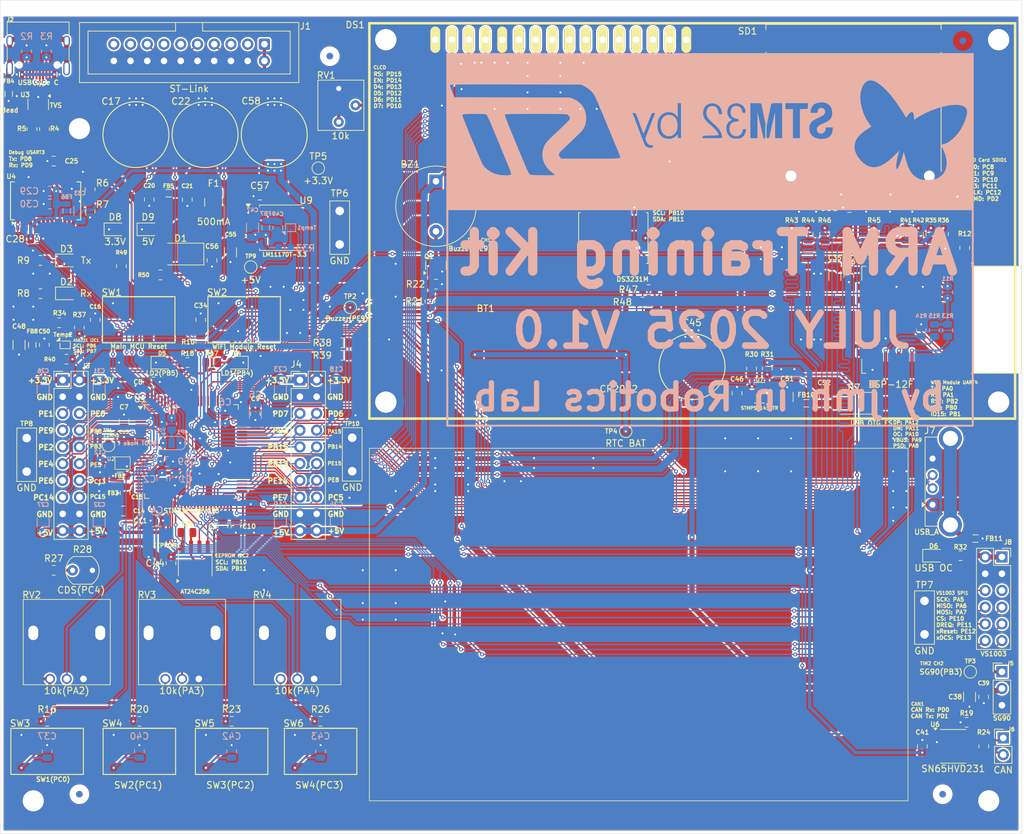
<source format=kicad_pcb>
(kicad_pcb (version 20241229) (generator "pcbnew") (generator_version "9.0")
  (title_block (title "ARM Seminar Board") (date "2025-06-09") (rev "1.0") (company "Robotics"))
  (layers (0 "F.Cu" signal) (2 "B.Cu" signal) (13 "F.Paste" user) (15 "B.Paste" user) (5 "F.SilkS" user "F.Silkscreen") (7 "B.SilkS" user "B.Silkscreen") (1 "F.Mask" user) (3 "B.Mask" user) (25 "Edge.Cuts" user))
  (net 0 "")
  (net 1 "GND")
  (net 2 "Net-(BT1-+)")
  (net 3 "Net-(BZ1--)")
  (net 4 "+5V")
  (net 5 "+3.3V")
  (net 6 "Net-(U1-VCAP_1)")
  (net 7 "Net-(U1-VCAP_2)")
  (net 8 "+3.3VA")
  (net 9 "ST-Link_Reset")
  (net 10 "Net-(C17-Pad1)")
  (net 11 "Net-(C21-Pad1)")
  (net 12 "Net-(U4-3V3OUT)")
  (net 13 "Net-(U4-VCC)")
  (net 14 "ESP8266_Reset")
  (net 15 "PC0")
  (net 16 "PC1")
  (net 17 "PC2")
  (net 18 "PC3")
  (net 19 "Net-(Temp1-VDD)")
  (net 20 "Net-(Temp2-VDD)")
  (net 21 "Net-(U7-OUT)")
  (net 22 "VBUS_FS")
  (net 23 "Net-(D1-A)")
  (net 24 "Net-(D2-K)")
  (net 25 "Net-(D3-K)")
  (net 26 "Net-(D4-A)")
  (net 27 "Net-(D5-A)")
  (net 28 "OTG_FS_OC")
  (net 29 "Net-(D6-A)")
  (net 30 "Net-(D7-K)")
  (net 31 "Net-(D8-A)")
  (net 32 "Net-(D9-A)")
  (net 33 "PD12")
  (net 34 "PD11")
  (net 37 "PD13")
  (net 39 "Net-(DS1-LED(+))")
  (net 40 "VO")
  (net 41 "PD10")
  (net 42 "PD14")
  (net 43 "PD15")
  (net 45 "I2C2_SCL")
  (net 46 "PB12")
  (net 47 "I2C2_SDA")
  (net 48 "Net-(U1-VSSA)")
  (net 49 "Net-(R4-Pad1)")
  (net 50 "Net-(J2-SHIELD)")
  (net 51 "SHIELD_GND")
  (net 52 "Net-(J7-Shield)")
  (net 55 "ST-Link_SWDIO")
  (net 58 "ST-Link_SWCLK")
  (net 61 "d+")
  (net 62 "Net-(J2-CC2)")
  (net 63 "Net-(J2-CC1)")
  (net 64 "d-")
  (net 65 "PINOUT_PE1")
  (net 66 "PINOUT_PC14")
  (net 67 "PINOUT_PB9")
  (net 68 "PINOUT_PC13")
  (net 69 "PINOUT_PE0")
  (net 70 "PINOUT_PC15")
  (net 71 "PINOUT_PE6")
  (net 72 "PINOUT_PE4")
  (net 73 "PINOUT_PE2")
  (net 74 "PINOUT_PE5")
  (net 75 "PINOUT_PB8")
  (net 76 "PINOUT_PE3")
  (net 77 "PINOUT_PD7")
  (net 78 "PINOUT_PC5")
  (net 79 "PINOUT_PA15")
  (net 80 "PINOUT_PD6")
  (net 81 "PINOUT_PE7")
  (net 82 "PINOUT_PB14")
  (net 83 "PINOUT_PB13")
  (net 84 "PINOUT_PB15")
  (net 85 "PINOUT_PE15")
  (net 86 "PINOUT_PE14")
  (net 87 "PINOUT_PE8")
  (net 88 "PINOUT_PD3")
  (net 89 "PB3")
  (net 90 "/Peripheral/CAN_L")
  (net 91 "/Peripheral/CAN_H")
  (net 92 "/Peripheral/OTG_D+")
  (net 93 "/Peripheral/OTG_D-")
  (net 94 "PE10")
  (net 95 "DREQ")
  (net 96 "SPI1_MOSI")
  (net 98 "xDCS")
  (net 99 "xRESET")
  (net 100 "SPI1_SCK")
  (net 101 "SPI1_MISO")
  (net 102 "Net-(JP1-C)")
  (net 103 "BOOT0")
  (net 104 "Net-(R5-Pad1)")
  (net 105 "Net-(Q1-G)")
  (net 106 "Net-(U4-~{RESET})")
  (net 107 "Net-(U4-CBUS0)")
  (net 108 "Net-(U4-CBUS1)")
  (net 109 "PB2")
  (net 110 "Net-(U5-EN)")
  (net 111 "PB0")
  (net 112 "PB1")
  (net 113 "Net-(U5-GPIO2)")
  (net 114 "PB4")
  (net 115 "PB5")
  (net 116 "Net-(U6-Rs)")
  (net 117 "PE9")
  (net 118 "ADC2_IN14")
  (net 119 "OTG_FS_PSO")
  (net 120 "PD4")
  (net 121 "PD5")
  (net 122 "SDIO_INT")
  (net 123 "SDIO_WP")
  (net 124 "I2C1_SCL")
  (net 125 "USB_OTG_D+")
  (net 126 "USB_OTG_D-")
  (net 127 "I2C1_SDA")
  (net 128 "SDIO_D0")
  (net 129 "SDIO_D1")
  (net 130 "SDIO_D2")
  (net 131 "SDIO_D3")
  (net 132 "SDIO_CLK")
  (net 133 "SDIO_CMD")
  (net 134 "ADC1_IN2")
  (net 135 "ADC1_IN3")
  (net 136 "ADC1_IN4")
  (net 149 "MainMCU_12MHz")
  (net 150 "CAN_Rx")
  (net 151 "UART4_Tx")
  (net 152 "Main_Tx")
  (net 153 "UART4_Rx")
  (net 154 "Main_Rx")
  (net 156 "CAN_Tx")
  (net 157 "D-")
  (net 158 "D+")
  (footprint "Resistor_SMD:R_0805_2012Metric" (layer "F.Cu") (at 212.6375 133.09)
    (property "Reference" "R19")
    (property "Value" "10k")
  )
  (footprint "LED_SMD:LED_0805_2012Metric" (layer "F.Cu") (at 83.4375 58.28)
    (property "Reference" "D8")
    (property "Value" "3.3V")
  )
  (footprint "Fiducial:Fiducial_1mm_Mask3mm" (layer "F.Cu") (at 209 144)
    (property "Reference" "REF**" (hide yes))
    (property "Value" "Fiducial_1mm_Mask3mm")
  )
  (footprint "LED_SMD:LED_0805_2012Metric" (layer "F.Cu") (at 76.0625 63)
    (property "Reference" "D3")
    (property "Value" "Tx")
  )
  (footprint "TestPoint:TestPoint_Pad_D1.5mm" (layer "F.Cu") (at 104 64)
    (property "Reference" "TP9")
    (property "Value" "+5V")
  )
  (footprint "LED_SMD:LED_0805_2012Metric" (layer "F.Cu") (at 101.9375 78.5 180)
    (property "Reference" "D4")
    (property "Value" "LD1(PB4)")
  )
  (footprint "TestPoint:TestPoint_2Pads_Pitch5.08mm_Drill1.3mm" (layer "F.Cu") (at 117.5 60.57 90)
    (property "Reference" "TP6")
    (property "Value" "GND")
  )
  (footprint "Package_TO_SOT_SMD:SOT-23-5" (layer "F.Cu") (at 181.2125 83.08 180)
    (property "Reference" "U7")
    (property "Value" "STMPS2141STR")
  )
  (footprint "Resistor_SMD:R_0805_2012Metric" (layer "F.Cu") (at 114.6 132.94 180)
    (property "Reference" "R26")
    (property "Value" "10k")
  )
  (footprint "Resistor_SMD:R_0805_2012Metric" (layer "F.Cu") (at 101.1 132.94 180)
    (property "Reference" "R23")
    (property "Value" "10k")
  )
  (footprint "Resistor_SMD:R_0805_2012Metric" (layer "F.Cu") (at 87.1 132.94 180)
    (property "Reference" "R20")
    (property "Value" "10k")
  )
  (footprint "PCB:MVG25WV470M" (layer "F.Cu") (at 171.4 79.2 90)
    (property "Reference" "C45")
    (property "Value" "470uF")
  )
  (footprint "PCB:SW_SMD_IT-1107" (layer "F.Cu") (at 104.1 69.5)
    (property "Reference" "SW2")
    (property "Value" "WiFi Module Reset")
  )
  (footprint "Capacitor_SMD:C_0805_2012Metric" (layer "F.Cu") (at 104.7 86.27 90)
    (property "Reference" "C9")
    (property "Value" "0.1uF")
  )
  (footprint "TestPoint:TestPoint_Pad_D1.5mm" (layer "F.Cu") (at 119.1 70.13)
    (property "Reference" "TP2")
    (property "Value" "Buzzer(PE9)")
  )
  (footprint "Resistor_SMD:R_0805_2012Metric" (layer "F.Cu") (at 79.62 55.5625 -90)
    (property "Reference" "R7")
    (property "Value" "10k")
  )
  (footprint "Capacitor_SMD:C_0805_2012Metric" (layer "F.Cu") (at 99.77 103.35 -90)
    (property "Reference" "C3")
    (property "Value" "2.2uF")
  )
  (footprint "PCB:MVG25WV470M" (layer "F.Cu") (at 108 44 90)
    (property "Reference" "C58")
    (property "Value" "470uF")
  )
  (footprint "Diode_SMD:D_SMA" (layer "F.Cu") (at 93.375 62.03 180)
    (property "Reference" "D1")
    (property "Value" "M1")
  )
  (footprint "PCB:RV09H20SQ-B10K" (layer "F.Cu") (at 71 122.055)
    (property "Reference" "RV2")
    (property "Value" "10k(PA2)")
  )
  (footprint "PCB:MVG25WV470M" (layer "F.Cu") (at 97.5 44 90)
    (property "Reference" "C22")
    (property "Value" "470uF")
  )
  (footprint "Fiducial:Fiducial_1mm_Mask3mm" (layer "F.Cu") (at 116 32)
    (property "Reference" "REF**" (hide yes))
    (property "Value" "Fiducial_1mm_Mask3mm")
  )
  (footprint "PCB:RV09H20SQ-B10K" (layer "F.Cu") (at 88.5 122.055)
    (property "Reference" "RV3")
    (property "Value" "10k(PA3)")
  )
  (footprint "" (layer "F.Cu") (at 217.5 29.5)
    (property "Reference" "")
    (property "Value" "")
  )
  (footprint "Capacitor_SMD:C_1206_3216Metric" (layer "F.Cu") (at 185.41 83.72 -90)
    (property "Reference" "C51")
    (property "Value" "10uF")
  )
  (footprint "Package_TO_SOT_SMD:SOT-23" (layer "F.Cu") (at 132.11 63.7375 90)
    (property "Reference" "Q1")
    (property "Value" "BSS138")
  )
  (footprint "Inductor_SMD:L_1210_3225Metric" (layer "F.Cu") (at 98.375 54.18 -90)
    (property "Reference" "F1")
    (property "Value" "500mA")
  )
  (footprint "Resistor_SMD:R_0805_2012Metric" (layer "F.Cu") (at 117.9 75.5)
    (property "Reference" "R38")
    (property "Value" "22")
  )
  (footprint "Resistor_SMD:R_0805_2012Metric" (layer "F.Cu") (at 74.9175 72.46)
    (property "Reference" "R34")
    (property "Value" "10k")
  )
  (footprint "Fiducial:Fiducial_1mm_Mask3mm" (layer "F.Cu") (at 212.07 29.67)
    (property "Reference" "REF**" (hide yes))
    (property "Value" "Fiducial_1mm_Mask3mm")
  )
  (footprint "Resistor_SMD:R_0805_2012Metric" (layer "F.Cu") (at 164.3875 67.41 180)
    (property "Reference" "R47")
    (property "Value" "4.7k")
  )
  (footprint "Resistor_SMD:R_0805_2012Metric" (layer "F.Cu") (at 78 73.18 -90)
    (property "Reference" "R37")
    (property "Value" "4.7k")
  )
  (footprint "PCB:SW_SMD_IT-1107" (layer "F.Cu") (at 115.7 135)
    (property "Reference" "SW6")
    (property "Value" "SW4(PC3)")
  )
  (footprint "Resistor_SMD:R_0805_2012Metric" (layer "F.Cu") (at 132.11 66.6)
    (property "Reference" "R22")
    (property "Value" "1k")
  )
  (footprint "Resistor_SMD:R_0805_2012Metric" (layer "F.Cu") (at 98.0875 78.5)
    (property "Reference" "R17")
    (property "Value" "1k")
  )
  (footprint "Capacitor_SMD:C_0805_2012Metric" (layer "F.Cu") (at 98.125 62.98 90)
    (property "Reference" "C56")
    (property "Value" "0.1uF")
  )
  (footprint "Capacitor_SMD:C_0805_2012Metric" (layer "F.Cu") (at 194.84 54.97 180)
    (property "Reference" "C53")
    (property "Value" "0.1uF")
  )
  (footprint "Resistor_SMD:R_0805_2012Metric" (layer "F.Cu") (at 72.7 43.0625 -90)
    (property "Reference" "R4")
    (property "Value" "22")
  )
  (footprint "Package_SO:SOIC-8_3.9x4.9mm_P1.27mm" (layer "F.Cu") (at 95.575 108.94 90)
    (property "Reference" "EEPROM1")
    (property "Value" "AT24C256")
  )
  (footprint "OptoDevice:R_LDR_5.0x4.1mm_P3mm_Vertical" (layer "F.Cu") (at 76.97 110.03)
    (property "Reference" "R28")
    (property "Value" "CDS(PC4)")
  )
  (footprint "Resistor_SMD:R_0805_2012Metric" (layer "F.Cu") (at 117.9 77.4 180)
    (property "Reference" "R39")
    (property "Value" "22")
  )
  (footprint "TestPoint:TestPoint_2Pads_Pitch5.08mm_Drill1.3mm" (layer "F.Cu") (at 206.25 119.74 90)
    (property "Reference" "TP7")
    (property "Value" "GND")
  )
  (footprint "Capacitor_SMD:C_0805_2012Metric" (layer "F.Cu") (at 91.9 108.94 -90)
    (property "Reference" "C44")
    (property "Value" "0.1uF")
  )
  (footprint "Capacitor_SMD:C_1206_3216Metric" (layer "F.Cu") (at 68.84 75.81 90)
    (property "Reference" "C48")
    (property "Value" "10uF")
  )
  (footprint "Resistor_SMD:R_0805_2012Metric" (layer "F.Cu") (at 188.6 59 -90)
    (property "Reference" "R44")
    (property "Value" "10k")
  )
  (footprint "Resistor_SMD:R_0805_2012Metric" (layer "F.Cu") (at 79.62 52.2075 -90)
    (property "Reference" "R6")
    (property "Value" "4.7k")
  )
  (footprint "PCB:SW_SMD_IT-1107" (layer "F.Cu") (at 88.2 135)
    (property "Reference" "SW4")
    (property "Value" "SW2(PC1)")
  )
  (footprint "" (layer "F.Cu") (at 217.5 84.5)
    (property "Reference" "")
    (property "Value" "")
  )
  (footprint "PCB:LCD-20x4" (layer "F.Cu") (at 171.00022 57.00058)
    (property "Reference" "DS1")
    (property "Value" "CLCD 2004")
  )
  (footprint "TestPoint:TestPoint_Pad_D1.5mm" (layer "F.Cu") (at 114.25 49)
    (property "Reference" "TP5")
    (property "Value" "+3.3V")
  )
  (footprint "Connector_IDC:IDC-Header_2x10_P2.54mm_Vertical" (layer "F.Cu") (at 106.08 30.18 -90)
    (property "Reference" "J1")
    (property "Value" "ST-Link")
  )
  (footprint "Resistor_SMD:R_0805_2012Metric" (layer "F.Cu") (at 72.0875 68.05)
    (property "Reference" "R8")
    (property "Value" "1k")
  )
  (footprint "Capacitor_SMD:C_1206_3216Metric" (layer "F.Cu") (at 213.09 129.23 -90)
    (property "Reference" "C38")
    (property "Value" "10uF")
  )
  (footprint "Capacitor_SMD:C_0805_2012Metric" (layer "F.Cu") (at 194.77 65.34 90)
    (property "Reference" "C36")
    (property "Value" "0.1uF")
  )
  (footprint "Capacitor_SMD:C_0805_2012Metric" (layer "F.Cu") (at 101.73 103.35 90)
    (property "Reference" "C10")
    (property "Value" "0.1uF")
  )
  (footprint "Connector_PinHeader_2.54mm:PinHeader_1x02_P2.54mm_Vertical" (layer "F.Cu") (at 218.19 135.46)
    (property "Reference" "J6")
    (property "Value" "CAN")
  )
  (footprint "Inductor_SMD:L_0805_2012Metric" (layer "F.Cu") (at 211.25414 52.2425 -90)
    (property "Reference" "FB9")
    (property "Value" "Bead")
  )
  (footprint "Package_SO:SOIC-8_3.9x4.9mm_P1.27mm" (layer "F.Cu") (at 210.6 136.735)
    (property "Reference" "U6")
    (property "Value" "SN65HVD231")
  )
  (footprint "Resistor_SMD:R_0805_2012Metric" (layer "F.Cu") (at 186.1 59 -90)
    (property "Reference" "R43")
    (property "Value" "10k")
  )
  (footprint "Fiducial:Fiducial_1mm_Mask3mm" (layer "F.Cu") (at 78 144)
    (property "Reference" "REF**" (hide yes))
    (property "Value" "Fiducial_1mm_Mask3mm")
  )
  (footprint "Capacitor_SMD:C_0805_2012Metric" (layer "F.Cu") (at 89.75 102.48)
    (property "Reference" "C11")
    (property "Value" "0.1uF")
  )
  (footprint "PCB:SW_SMD_IT-1107" (layer "F.Cu") (at 88.1 69.5)
    (property "Reference" "SW1")
    (property "Value" "Main MCU Reset")
  )
  (footprint "Capacitor_SMD:C_0805_2012Metric" (layer "F.Cu") (at 84.77 87.34 -90)
    (property "Reference" "C7")
    (property "Value" "0.1uF")
  )
  (footprint "" (layer "F.Cu") (at 124.50044 29.5)
    (property "Reference" "")
    (property "Value" "")
  )
  (footprint "Connector_PinHeader_2.54mm:PinHeader_2x10_P2.54mm_Vertical" (layer "F.Cu") (at 111.46 81.14)
    (property "Reference" "J4")
    (property "Value" "PIN OUT B")
  )
  (footprint "RF_Module:ESP-12E" (layer "F.Cu") (at 208.85 72 -90)
    (property "Reference" "U5")
    (property "Value" "ESP-12F")
  )
  (footprint "PCB:SW_SMD_IT-1107" (layer "F.Cu") (at 74.2 135)
    (property "Reference" "SW3")
    (property "Value" "SW1(PC0)")
  )
  (footprint "" (layer "F.Cu") (at 71 145)
    (property "Reference" "")
    (property "Value" "")
  )
  (footprint "Fiducial:Fiducial_1mm_Mask3mm" (layer "F.Cu") (at 116 32)
    (property "Reference" "REF**" (hide yes))
    (property "Value" "Fiducial_1mm_Mask3mm" (hide yes))
  )
  (footprint "Connector_PinSocket_2.54mm:PinSocket_2x06_P2.54mm_Vertical" (layer "F.Cu") (at 218 108)
    (property "Reference" "J8")
    (property "Value" "VS1003")
  )
  (footprint "Resistor_SMD:R_0805_2012Metric" (layer "F.Cu") (at 182.4 79.4 -90)
    (property "Reference" "R31")
    (property "Value" "47k")
  )
  (footprint "Package_TO_SOT_SMD:TO-252-3_TabPin2" (layer "F.Cu") (at 108.665 58.03)
    (property "Reference" "U9")
    (property "Value" "LM1117DT-3.3")
  )
  (footprint "Resistor_SMD:R_0805_2012Metric" (layer "F.Cu") (at 205.325 59 -90)
    (property "Reference" "R42")
    (property "Value" "10k")
  )
  (footprint "LED_SMD:LED_0805_2012Metric" (layer "F.Cu") (at 207.6625 107.8)
    (property "Reference" "D6")
    (property "Value" "USB OC")
  )
  (footprint "Resistor_SMD:R_0805_2012Metric" (layer "F.Cu") (at 207.22 59 -90)
    (property "Reference" "R35")
    (property "Value" "10k")
  )
  (footprint "PCB:RV09H20SQ-B10K" (layer "F.Cu") (at 106 122.055)
    (property "Reference" "RV4")
    (property "Value" "10k(PA4)")
  )
  (footprint "TestPoint:TestPoint_Pad_D1.5mm" (layer "F.Cu") (at 213.2 125.43)
    (property "Reference" "TP3")
    (property "Value" "SG90(PB3)")
  )
  (footprint "Package_TO_SOT_SMD:SOT-23-6" (layer "F.Cu") (at 71.75 39.3375 -90)
    (property "Reference" "U3")
    (property "Value" "TVS")
  )
  (footprint "Resistor_SMD:R_0805_2012Metric" (layer "F.Cu") (at 90.3 65.2)
    (property "Reference" "R50")
    (property "Value" "10k")
  )
  (footprint "Capacitor_SMD:C_0805_2012Metric" (layer "F.Cu") (at 89.25 81.44 180)
    (property "Reference" "C8")
    (property "Value" "0.1uF")
  )
  (footprint "Resistor_SMD:R_0805_2012Metric" (layer "F.Cu") (at 70.8 43.0625 -90)
    (property "Reference" "R5")
    (property "Value" "22")
  )
  (footprint "PCB:SW_SMD_IT-1107" (layer "F.Cu") (at 102.2 135)
    (property "Reference" "SW5")
    (property "Value" "SW3(PC2)")
  )
  (footprint "Resistor_SMD:R_0805_2012Metric" (layer "F.Cu") (at 94.4125 78.5 180)
    (property "Reference" "R18")
    (property "Value" "1k")
  )
  (footprint "Capacitor_SMD:C_0805_2012Metric" (layer "F.Cu") (at 84.94 98.29 90)
    (property "Reference" "C15")
    (property "Value" "0.01uF")
  )
  (footprint "Inductor_SMD:L_0805_2012Metric" (layer "F.Cu") (at 91.5375 52.8)
    (property "Reference" "FB5")
    (property "Value" "Bead")
  )
  (footprint "Resistor_SMD:R_0805_2012Metric" (layer "F.Cu") (at 180 79.4 -90)
    (property "Reference" "R30")
    (property "Value" "10k")
  )
  (footprint "LED_SMD:LED_0805_2012Metric" (layer "F.Cu") (at 90.5625 78.5)
    (property "Reference" "D5")
    (property "Value" "LD2(PB5)")
  )
  (footprint "LED_SMD:LED_0805_2012Metric" (layer "F.Cu") (at 88.4375 58.28)
    (property "Reference" "D9")
    (property "Value" "5V")
  )
  (footprint "PCB:MVG25WV470M" (layer "F.Cu") (at 87 44 90)
    (property "Reference" "C17")
    (property "Value" "470uF")
  )
  (footprint "Fiducial:Fiducial_1mm_Mask3mm" (layer "F.Cu") (at 209 144)
    (property "Reference" "REF**" (hide yes))
    (property "Value" "Fiducial_1mm_Mask3mm" (hide yes))
  )
  (footprint "" (layer "F.Cu") (at 216 145)
    (property "Reference" "")
    (property "Value" "")
  )
  (footprint "Package_CSP:WLCSP-6_1.4x1.0mm_P0.4mm" (layer "F.Cu") (at 75.83 75.81)
    (property "Reference" "Temp2")
    (property "Value" "AS6221")
  )
  (footprint "Package_QFP:LQFP-100_14x14mm_P0.5mm" (layer "F.Cu") (at 95 92)
    (property "Reference" "U1")
    (property "Value" "STM32F405VGT6")
  )
  (footprint "Capacitor_SMD:C_1206_3216Metric" (layer "F.Cu") (at 192.64 65.34 90)
    (property "Reference" "C35")
    (property "Value" "10uF")
  )
  (footprint "Resistor_SMD:R_0805_2012Metric" (layer "F.Cu") (at 96.41 75.3725 90)
    (property "Reference" "R10")
    (property "Value" "10k")
  )
  (footprint "Inductor_SMD:L_0805_2012Metric" (layer "F.Cu") (at 214 105.2 180)
    (property "Reference" "FB11")
    (property "Value" "Bead")
  )
  (footprint "Resistor_SMD:R_0805_2012Metric" (layer "F.Cu") (at 72.0875 63)
    (property "Reference" "R9")
    (property "Value" "1k")
  )
  (footprint "MountingHole:MountingHole_3.2mm_M3_DIN965_Pad" (layer "F.Cu") (at 78 43)
    (property "Reference" "REF**" (hide yes))
    (property "Value" "MountingHole_3.2mm_M3_DIN965_Pad" (hide yes))
  )
  (footprint "Resistor_SMD:R_0805_2012Metric" (layer "F.Cu") (at 211.7125 107.8 180)
    (property "Reference" "R32")
    (property "Value" "620")
  )
  (footprint "Resistor_SMD:R_0805_2012Metric" (layer "F.Cu") (at 163.4675 69.31 180)
    (property "Reference" "R48")
    (property "Value" "4.7k")
  )
  (footprint "Connector_PinHeader_2.54mm:PinHeader_1x03_P2.54mm_Vertical" (layer "F.Cu") (at 218 125.42)
    (property "Reference" "J5")
    (property "Value" "SG90")
  )
  (footprint "PCB:BAT-HLD-001" (layer "F.Cu") (at 149.47 77.3)
    (property "Reference" "BT1")
    (property "Value" "CR2032")
  )
  (footprint "Package_SO:SSOP-28_5.3x10.2mm_P0.65mm" (layer "F.Cu") (at 72.87 53.95 90)
    (property "Reference" "U4")
    (property "Value" "FT232RL")
  )
  (footprint "Capacitor_SMD:C_0805_2012Metric" (layer "F.Cu") (at 84.77 90.74 -90)
    (property "Reference" "C13")
    (property "Value" "0.1uF")
  )
  (footprint "PCB:ECS-TXO-2016" (layer "F.Cu") (at 84.585 93.75)
    (property "Reference" "U2")
    (property "Value" "12MHz")
  )
  (footprint "Resistor_SMD:R_0805_2012Metric" (layer "F.Cu") (at 215.25 136.735 -90)
    (property "Reference" "R24")
    (property "Value" "120")
  )
  (footprint "Diode_SMD:D_SMA" (layer "F.Cu") (at 195.51 84.67 180)
    (property "Reference" "D7")
    (property "Value" "M1")
  )
  (footprint "Capacitor_SMD:C_0805_2012Metric" (layer "F.Cu") (at 215.22 129.23 -90)
    (property "Reference" "C39")
    (property "Value" "0.1uF")
  )
  (footprint "Connector_PinHeader_2.54mm:PinHeader_2x10_P2.54mm_Vertical" (layer "F.Cu") (at 75.46 81.14)
    (property "Reference" "J3")
    (property "Value" "PIN OUT A")
  )
  (footprint "Resistor_SMD:R_0805_2012Metric" (layer "F.Cu") (at 131.2 69.2225 90)
    (property "Reference" "R21")
    (property "Value" "220")
  )
  (footprint "Capacitor_SMD:C_0805_2012Metric" (layer "F.Cu") (at 71.57 59.68)
    (property "Reference" "C28")
    (property "Value" "0.1uF")
  )
  (footprint "Resistor_SMD:R_0805_2012Metric" (layer "F.Cu") (at 94.31 104.29)
    (property "Reference" "R29")
    (property "Value" "4.7k")
  )
  (footprint "TestPoint:TestPoint_2Pads_Pitch5.08mm_Drill1.3mm" (layer "F.Cu") (at 70 95.04 90)
    (property "Reference" "TP8")
    (property "Value" "GND")
  )
  (footprint "Capacitor_SMD:C_0805_2012Metric" (layer "F.Cu") (at 105.375 53.08)
    (property "Reference" "C57")
    (property "Value" "0.1uF")
  )
  (footprint "TestPoint:TestPoint_Pad_D1.5mm" (layer "F.Cu") (at 160.91 88.93 180)
    (property "Reference" "TP4")
    (property "Value" "RTC BAT")
  )
  (footprint "Capacitor_SMD:C_0805_2012Metric" (layer "F.Cu") (at 80.41 72 90)
    (property "Reference" "C16")
    (property "Value" "0.1uF")
  )
  (footprint "Resistor_SMD:R_0805_2012Metric" (layer "F.Cu") (at 191.1 59 -90)
    (property "Reference" "R46")
    (property "Value" "10k")
  )
  (footprint "Capacitor_SMD:C_0805_2012Metric" (layer "F.Cu") (at 84.64 101.02 180)
    (property "Reference" "C14")
    (property "Value" "1uF")
  )
  (footprint "Resistor_SMD:R_0805_2012Metric" (layer "F.Cu") (at 167.56 34.07 -90)
    (property "Reference" "R25")
    (property "Value" "330")
  )
  (footprint "Inductor_SMD:L_0805_2012Metric" (layer "F.Cu") (at 84.1675 95.69 180)
    (property "Reference" "FB2")
    (property "Value" "Bead")
  )
  (footprint "" (layer "F.Cu") (at 124.50044 84.50116)
    (property "Reference" "")
    (property "Value" "")
  )
  (footprint "Capacitor_SMD:C_0805_2012Metric" (layer "F.Cu") (at 94.375 53.78 -90)
    (property "Reference" "C21")
    (property "Value" "0.1uF")
  )
  (footprint "Capacitor_SMD:C_0805_2012Metric" (layer "F.Cu") (at 72.68 75.81 90)
    (property "Reference" "C50")
    (property "Value" "0.1uF")
  )
  (footprint "Capacitor_SMD:C_1206_3216Metric" (layer "F.Cu") (at 100.925 61.755 90)
    (property "Reference" "C55")
    (property "Value" "10uF")
  )
  (footprint "TestPoint:TestPoint_2Pads_Pitch5.08mm_Drill1.3mm" (layer "F.Cu") (at 119.4 94.9836 90)
    (property "Reference" "TP10")
    (property "Value" "GND")
  )
  (footprint "TestPoint:TestPoint_Pad_D1.5mm" (layer "F.Cu") (at 82.41 91.07)
    (property "Reference" "TP1")
    (property "Value" "12MHz")
  )
  (footprint "Resistor_SMD:R_0805_2012Metric" (layer "F.Cu") (at 73.1 132.94 180)
    (property "Reference" "R16")
    (property "Value" "10k")
  )
  (footprint "Capacitor_SMD:C_0805_2012Metric" (layer "F.Cu") (at 88.6 53.75 -90)
    (property "Reference" "C20")
    (property "Value" "0.1uF")
  )
  (footprint "Capacitor_SMD:C_0805_2012Metric" (layer "F.Cu") (at 160.3 52.7)
    (property "Reference" "C54")
    (property "Value" "0.1uF")
  )
  (footprint "Capacitor_SMD:C_0805_2012Metric" (layer "F.Cu") (at 191.03 83.72 90)
    (property "Reference" "C52")
    (property "Value" "0.1uF")
  )
  (footprint "Buzzer_Beeper:Buzzer_12x9.5RM7.6" (layer "F.Cu") (at 132.11 50.98 -90)
    (property "Reference" "BZ1")
    (property "Value" "Buzzer(PE9)")
  )
  (footprint "Fiducial:Fiducial_1mm_Mask3mm" (layer "F.Cu") (at 78 144)
    (property "Reference" "REF**" (hide yes))
    (property "Value" "Fiducial_1mm_Mask3mm" (hide yes))
  )
  (footprint "Package_SO:SOIC-16W_7.5x10.3mm_P1.27mm" (layer "F.Cu") (at 159.025 59.61 -90)
    (property "Reference" "U8")
    (property "Value" "DS3231M")
  )
  (footprint "Resistor_SMD:R_0805_2012Metric" (layer "F.Cu") (at 76.03 77.99)
    (property "Reference" "R40")
    (property "Value" "4.7k")
  )
  (footprint "Resistor_SMD:R_0805_2012Metric" (layer "F.Cu") (at 209.12 59 -90)
    (property "Reference" "R36")
    (property "Value" "10k")
  )
  (footprint "Resistor_SMD:R_0805_2012Metric" (layer "F.Cu") (at 84.375 63.8675 -90)
    (property "Reference" "R49")
    (property "Value" "1k")
  )
  (footprint "Inductor_SMD:L_0805_2012Metric" (layer "F.Cu") (at 83.11 98.29 90)
    (property "Reference" "FB3")
    (property "Value" "Bead")
  )
  (footprint "Inductor_SMD:L_0805_2012Metric" (layer "F.Cu") (at 188.3075 84.67)
    (property "Reference" "FB10")
    (property "Value" "Bead")
  )
  (footprint "Resistor_SMD:R_0805_2012Metric" (layer "F.Cu") (at 198.6 59 -90)
    (property "Reference" "R45")
    (property "Value" "10k")
  )
  (footprint "Fiducial:Fiducial_1mm_Mask3mm" (layer "F.Cu") (at 212.72 33.99)
    (property "Reference" "REF**" (hide yes))
    (property "Value" "Fiducial_1mm_Mask3mm" (hide yes))
  )
  (footprint "Capacitor_SMD:C_0805_2012Metric" (layer "F.Cu") (at 205.92 136.735 90)
    (property "Reference" "C41")
    (property "Value" "0.1uF")
  )
  (footprint "Connector_USB:USB_A_Connfly_DS1095" (layer "F.Cu") (at 207.4675 100.07 90)
    (property "Reference" "J7")
    (property "Value" "USB_A")
  )
  (footprint "Inductor_SMD:L_0805_2012Metric" (layer "F.Cu") (at 70.85 75.81 -90)
    (property "Reference" "FB8")
    (property "Value" "Bead")
  )
  (footprint "Connector_USB:USB_C_Receptacle_HRO_TYPE-C-31-M-12" (layer "F.Cu") (at 71.74 30.73 180)
    (property "Reference" "J2")
    (property "Value" "USB Type C")
  )
  (footprint "Inductor_SMD:L_0805_2012Metric" (layer "F.Cu") (at 67.27 37.7425 -90)
    (property "Reference" "FB4")
    (property "Value" "Bead")
  )
  (footprint "Capacitor_SMD:C_0805_2012Metric" (layer "F.Cu") (at 96.41 72 90)
    (property "Reference" "C34")
    (property "Value" "0.1uF")
  )
  (footprint "PCB:AMPHENOL_GSD090012SEU" (layer "F.Cu") (at 195.47414 39.68 180)
    (property "Reference" "SD1")
    (property "Value" "SD Card")
  )
  (footprint "Resistor_SMD:R_0805_2012Metric" (layer "F.Cu") (at 74.111 110.031)
    (property "Reference" "R27")
    (property "Value" "10k")
  )
  (footprint "Capacitor_SMD:C_0805_2012Metric" (layer "F.Cu") (at 74.09 47.92 180)
    (property "Reference" "C25")
    (property "Value" "0.1uF")
  )
  (footprint "Resistor_SMD:R_0805_2012Metric" (layer "F.Cu") (at 212.35 61.0775 -90)
    (property "Reference" "R12")
    (property "Value" "10k")
  )
  (footprint "LED_SMD:LED_0805_2012Metric" (layer "F.Cu") (at 76.0625 68)
    (property "Reference" "D2")
    (property "Value" "Rx")
  )
  (footprint "PCB:3362P-103LF" (layer "F.Cu") (at 119.8975 39.45 -90)
    (property "Reference" "RV1")
    (property "Value" "10k")
  )
  (footprint "Resistor_SMD:R_0805_2012Metric" (layer "F.Cu") (at 203.41914 59 -90)
    (property "Reference" "R41")
    (property "Value" "10k")
  )
  (footprint "Capacitor_SMD:C_0805_2012Metric" (layer "F.Cu") (at 177.8 83.15 90)
    (property "Reference" "C46")
    (property "Value" "0.1uF")
  )
  (footprint "Capacitor_SMD:C_0805_2012Metric" (layer "B.Cu") (at 90.53 96.19 90)
    (property "Reference" "C2")
    (property "Value" "0.01uF")
  )
  (footprint "Capacitor_SMD:C_1206_3216Metric" (layer "B.Cu") (at 108.5 102.8 90)
    (property "Reference" "C19")
    (property "Value" "10uF")
  )
  (footprint "Resistor_SMD:R_0805_2012Metric" (layer "B.Cu") (at 92 87.7825 90)
    (property "Reference" "R1")
    (property "Value" "10k")
  )
  (footprint "Capacitor_SMD:C_1206_3216Metric" (layer "B.Cu") (at 72.5 82.5 90)
    (property "Reference" "C26")
    (property "Value" "10uF")
  )
  (footprint "Resistor_SMD:R_0805_2012Metric" (layer "B.Cu") (at 72.995 31.2675 90)
    (property "Reference" "R3")
    (property "Value" "5.1k")
  )
  (footprint "Capacitor_SMD:C_0805_2012Metric" (layer "B.Cu") (at 73.1 137.5 90)
    (property "Reference" "C37")
    (property "Value" "0.1uF")
  )
  (footprint "Capacitor_SMD:C_0805_2012Metric" (layer "B.Cu") (at 100.12 86.76 90)
    (property "Reference" "C6")
    (property "Value" "2.2uF")
  )
  (footprint "Capacitor_SMD:C_1206_3216Metric" (layer "B.Cu") (at 117 82.4 90)
    (property "Reference" "C18")
    (property "Value" "10uF")
  )
  (footprint "Inductor_SMD:L_0805_2012Metric" (layer "B.Cu") (at 76.08 55.49 -90)
    (property "Reference" "FB6")
    (property "Value" "Bead")
  )
  (footprint "Capacitor_SMD:C_0805_2012Metric" (layer "B.Cu") (at 108.11 58.03 -90)
    (property "Reference" "C49")
    (property "Value" "0.1uF")
  )
  (footprint "Package_CSP:WLCSP-6_1.4x1.0mm_P0.4mm" (layer "B.Cu") (at 110.04 58.03)
    (property "Reference" "Temp1")
    (property "Value" "AS6221")
  )
  (footprint "Capacitor_SMD:C_0805_2012Metric" (layer "B.Cu") (at 81.13 94.2 -90)
    (property "Reference" "C12")
    (property "Value" "0.1uF")
  )
  (footprint "Jumper:SolderJumper-3_P1.3mm_Open_RoundedPad1.0x1.5mm" (layer "B.Cu") (at 92 90.71)
    (property "Reference" "JP1")
    (property "Value" "BOOT Mode")
  )
  (footprint "Capacitor_SMD:C_1206_3216Metric" (layer "B.Cu") (at 81 82.5 90)
    (property "Reference" "C31")
    (property "Value" "10uF")
  )
  (footprint "Resistor_SMD:R_0805_2012Metric" (layer "B.Cu") (at 209.75 67.82 90)
    (property "Reference" "R11")
    (property "Value" "10k")
  )
  (footprint "Capacitor_SMD:C_1206_3216Metric" (layer "B.Cu") (at 78.08 55.49 90)
    (property "Reference" "C33")
    (property "Value" "10uF")
  )
  (footprint "LOGO" (layer "B.Cu") (at 173.7 43.38 180)
    (property "Reference" "G***" (hide yes))
    (property "Value" "LOGO" (hide yes))
  )
  (footprint "Capacitor_SMD:C_1206_3216Metric" (layer "B.Cu") (at 72.5 102.75 90)
    (property "Reference" "C27")
    (property "Value" "10uF")
  )
  (footprint "Capacitor_SMD:C_0805_2012Metric" (layer "B.Cu") (at 92.49 96.19 90)
    (property "Reference" "C1")
    (property "Value" "0.1uF")
  )
  (footprint "Capacitor_SMD:C_0805_2012Metric" (layer "B.Cu") (at 73.53 52.47 180)
    (property "Reference" "C29")
    (property "Value" "0.1uF")
  )
  (footprint "Capacitor_SMD:C_0805_2012Metric" (layer "B.Cu") (at 73.53 54.43 180)
    (property "Reference" "C30")
    (property "Value" "4.7uF")
  )
  (footprint "Resistor_SMD:R_0805_2012Metric" (layer "B.Cu") (at 207.75 73.6075 -90)
    (property "Reference" "R15")
    (property "Value" "10k")
  )
  (footprint "Capacitor_SMD:C_1206_3216Metric" (layer "B.Cu") (at 89.75 102.48)
    (property "Reference" "C4")
    (property "Value" "10uF")
  )
  (footprint "Capacitor_SMD:C_0805_2012Metric" (layer "B.Cu") (at 87.1 137.5 90)
    (property "Reference" "C40")
    (property "Value" "0.1uF")
  )
  (footprint "Capacitor_SMD:C_1206_3216Metric" (layer "B.Cu") (at 108.5 82.4 90)
    (property "Reference" "C23")
    (property "Value" "10uF")
  )
  (footprint "Capacitor_SMD:C_0805_2012Metric" (layer "B.Cu") (at 114.6 137.5 90)
    (property "Reference" "C43")
    (property "Value" "0.1uF")
  )
  (footprint "Capacitor_SMD:C_1206_3216Metric" (layer "B.Cu") (at 117 102.8 90)
    (property "Reference" "C24")
    (property "Value" "10uF")
  )
  (footprint "Capacitor_SMD:C_1206_3216Metric" (layer "B.Cu") (at 104.28 58.03 -90)
    (property "Reference" "C47")
    (property "Value" "10uF")
  )
  (footprint "Inductor_SMD:L_0805_2012Metric" (layer "B.Cu") (at 106.28 58.03 90)
    (property "Reference" "FB7")
    (property "Value" "Bead")
  )
  (footprint "Resistor_SMD:R_0805_2012Metric" (layer "B.Cu") (at 209.75 73.6075 90)
    (property "Reference" "R13")
    (property "Value" "10k")
  )
  (footprint "Resistor_SMD:R_0805_2012Metric" (layer "B.Cu") (at 69.99 31.2675 90)
    (property "Reference" "R2")
    (property "Value" "5.1k")
  )
  (footprint "Resistor_SMD:R_0805_2012Metric" (layer "B.Cu") (at 109.13 61.15)
    (property "Reference" "R33")
    (property "Value" "10k")
  )
  (footprint "Capacitor_SMD:C_0805_2012Metric" (layer "B.Cu") (at 91.25 93.51 180)
    (property "Reference" "C59")
    (property "Value" "0.1uF")
  )
  (footprint "Capacitor_SMD:C_1206_3216Metric" (layer "B.Cu") (at 81 102.75 90)
    (property "Reference" "C32")
    (property "Value" "10uF")
  )
  (footprint "Capacitor_SMD:C_0805_2012Metric" (layer "B.Cu") (at 101.1 137.5 90)
    (property "Reference" "C42")
    (property "Value" "0.1uF")
  )
  (footprint "Capacitor_SMD:C_1206_3216Metric" (layer "B.Cu") (at 104.7 86.27 90)
    (property "Reference" "C5")
    (property "Value" "10uF")
  )
  (footprint "Resistor_SMD:R_0805_2012Metric" (layer "B.Cu") (at 205.75 73.6075 -90)
    (property "Reference" "R14")
    (property "Value" "10k")
  )
  (gr_poly (pts (xy 94.25 62.75) (xy 99.25 62.75) (xy 101 61) (xy 104.75 61) (xy 104.75 59.75) (xy 99.833333 59.75) (xy 98.583333 61.25) (xy 94.25 61.25)) (stroke (width 0.2)) (fill yes) (layer "F.Cu") (net 4))
  (gr_poly (pts (xy 74 35.25) (xy 74 37.5) (xy 75.75 38.5) (xy 80.5 38.75) (xy 82.25 40.5) (xy 82.25 50) (xy 88 50) (xy 88 48) (xy 84.25 48) (xy 84.25 39.25) (xy 81.25 36.75) (xy 75.75 36.75) (xy 74.75 36.5) (xy 74.4 35.25)) (stroke (width 0.2)) (fill yes) (layer "F.Cu") (net 10))
  (gr_poly (pts (xy 92.3 53.3) (xy 95.6 48) (xy 98.5 48) (xy 99.6 53.2)) (stroke (width 0.2)) (fill yes) (layer "F.Cu") (net 11))
  (gr_poly (pts (xy 107.75 56.75) (xy 105.5 55) (xy 105.5 48) (xy 109.5 48) (xy 109.5 56.75)) (stroke (width 0.2)) (fill yes) (layer "F.Cu") (net 5))
  (gr_poly (pts (xy 87.2 52.08) (xy 87.2 53.4) (xy 91 53.4) (xy 91 52.08)) (stroke (width 0.1)) (fill yes) (layer "F.Cu") (net 10))
  (gr_poly (pts (xy 182.2 83.793333) (xy 187.8 83.793333) (xy 187.8 85.743333) (xy 184.8 85.743333) (xy 182.2 84.2)) (stroke (width 0.2)) (fill yes) (layer "F.Cu") (net 21))
  (gr_poly (pts (xy 180.605692 83.4) (xy 169.6 83.4) (xy 169.6 84.6) (xy 180.612522 84.6)) (stroke (width 0.2)) (fill yes) (layer "F.Cu") (net 4))
  (gr_poly (pts (xy 101 59.75) (xy 104.75 59.75) (xy 104.75 64.25) (xy 103.25 64.25) (xy 103.25 63.5) (xy 101 61.25)) (stroke (width 0.2)) (fill yes) (layer "F.Cu") (net 4))
  (gr_poly (pts (xy 88 49.6) (xy 88 52.4) (xy 88.2 52.55) (xy 88.2 53.35) (xy 87.2 53.35) (xy 85.2 51.35) (xy 85.2 49.6)) (stroke (width 0.2)) (fill yes) (layer "F.Cu") (net 10))
  (gr_poly (pts (xy 97 56.5) (xy 96.5 57) (xy 92.75 57) (xy 90 59.75) (xy 90 63) (xy 92.75 63) (xy 92.75 60) (xy 93.75 59) (xy 97.25 59) (xy 99.75 56.5) (xy 99.75 54.75) (xy 97 54.75)) (stroke (width 0.2)) (fill yes) (layer "F.Cu") (net 23))
  (gr_rect (start 122.00108 91.5) (end 203.75108 145) (stroke (width 0.1)) (fill no) (layer "F.SilkS"))
  (gr_rect (start 133.83 55.22) (end 213.57 88.08) (stroke (width 0.3)) (fill no) (layer "B.SilkS"))
  (gr_rect (start 66 23.5) (end 221 150) (stroke (width 0.05)) (fill no) (layer "Edge.Cuts"))
  (gr_text "PA15" (at 115.59 89.294 0) (layer "F.SilkS") (effects (font (size 0.55 0.55) (thickness 0.1375) (bold yes)) (justify left bottom)))
  (gr_text "PE6" (at 71.648 96.914 0) (layer "F.SilkS") (effects (font (size 0.8 0.8) (thickness 0.2) (bold yes)) (justify left bottom)))
  (gr_text "PE0" (at 79.522 86.754 0) (layer "F.SilkS") (effects (font (size 0.8 0.8) (thickness 0.2) (bold yes)) (justify left bottom)))
  (gr_text "USB OTG_FS" (at 194.9 88.1 0) (layer "F.SilkS") (effects (font (size 0.7 0.7) (thickness 0.14) (bold yes)) (justify left bottom)))
  (gr_text "CAN1" (at 204.15 130.6 0) (layer "F.SilkS") (effects (font (size 0.5 0.5) (thickness 0.125) (bold yes)) (justify left bottom)))
  (gr_text "PB14" (at 115.59 91.58 0) (layer "F.SilkS") (effects (font (size 0.55 0.55) (thickness 0.1375) (bold yes)) (justify left bottom)))
  (gr_text "+5V" (at 71.394 104.788 0) (layer "F.SilkS") (effects (font (size 0.8 0.8) (thickness 0.2) (bold yes)) (justify left bottom)))
  (gr_text "GND" (at 107.208 84.19 0) (layer "F.SilkS") (effects (font (size 0.8 0.8) (thickness 0.2) (bold yes)) (justify left bottom)))
  (gr_text "CLCD" (at 122.55 34 0) (layer "F.SilkS") (effects (font (size 0.5 0.5) (thickness 0.125) (bold yes)) (justify left bottom)))
  (gr_text "TIM2 CH2" (at 205.5 124.45 0) (layer "F.SilkS") (effects (font (size 0.5 0.5) (thickness 0.125) (bold yes)) (justify left bottom)))
  (gr_text "Tx: PA0\nRx: PA1\nRST: PB2\nIO0: PB0\nIO15: PB1" (at 207.1 86.65 0) (layer "F.SilkS") (effects (font (size 0.6 0.6) (thickness 0.15) (bold yes)) (justify left bottom)))
  (gr_text "PE9" (at 71.648 89.294 0) (layer "F.SilkS") (effects (font (size 0.8 0.8) (thickness 0.2) (bold yes)) (justify left bottom)))
  (gr_text "Debug USART3" (at 67.2 46.885 0) (layer "F.SilkS") (effects (font (size 0.5 0.5) (thickness 0.125) (bold yes)) (justify left bottom)))
  (gr_text "PD3" (at 107.208 89.294 0) (layer "F.SilkS") (effects (font (size 0.8 0.8) (thickness 0.2) (bold yes)) (justify left bottom)))
  (gr_text "PE7" (at 107.208 99.454 0) (layer "F.SilkS") (effects (font (size 0.8 0.8) (thickness 0.2) (bold yes)) (justify left bottom)))
  (gr_text "PE14" (at 106.446 96.914 0) (layer "F.SilkS") (effects (font (size 0.8 0.8) (thickness 0.2) (bold yes)) (justify left bottom)))
  (gr_text "SD Card SDIO1" (at 213 48.05 0) (layer "F.SilkS") (effects (font (size 0.5 0.5) (thickness 0.125) (bold yes)) (justify left bottom)))
  (gr_text "+3.3V" (at 106.092 81.65 0) (layer "F.SilkS") (effects (font (size 0.8 0.8) (thickness 0.2) (bold yes)) (justify left bottom)))
  (gr_text "PE5" (at 79.522 94.374 0) (layer "F.SilkS") (effects (font (size 0.6 0.6) (thickness 0.15) (bold yes)) (justify left bottom)))
  (gr_text "D0: PC8\nD1: PC9\nD2: PC10\nD3: PC11\nCLK: PC12\nCMD: PD2" (at 213 54 0) (layer "F.SilkS") (effects (font (size 0.6 0.6) (thickness 0.15) (bold yes)) (justify left bottom)))
  (gr_text "PE2" (at 71.648 91.834 0) (layer "F.SilkS") (effects (font (size 0.8 0.8) (thickness 0.2) (bold yes)) (justify left bottom)))
  (gr_text "RTC I2C2" (at 164.9 55.2 0) (layer "F.SilkS") (effects (font (size 0.5 0.5) (thickness 0.125) (bold yes)) (justify left bottom)))
  (gr_text "PC14" (at 70.886 99.454 0) (layer "F.SilkS") (effects (font (size 0.8 0.8) (thickness 0.2) (bold yes)) (justify left bottom)))
  (gr_text "GND" (at 71.394 84.214 0) (layer "F.SilkS") (effects (font (size 0.8 0.8) (thickness 0.2) (bold yes)) (justify left bottom)))
  (gr_text "PC13" (at 79.522 96.914 0) (layer "F.SilkS") (effects (font (size 0.6 0.6) (thickness 0.15) (bold yes)) (justify left bottom)))
  (gr_text "PD6" (at 115.59 86.754 0) (layer "F.SilkS") (effects (font (size 0.8 0.8) (thickness 0.2) (bold yes)) (justify left bottom)))
  (gr_text "WiFi Module UART4" (at 207.1 81.8 0) (layer "F.SilkS") (effects (font (size 0.5 0.5) (thickness 0.125) (bold yes)) (justify left bottom)))
  (gr_text "SCL: PB10\nSDA: PB11\n" (at 98.55 110.1 0) (layer "F.SilkS") (effects (font (size 0.6 0.6) (thickness 0.15) (bold yes)) (justify left bottom)))
  (gr_text "PB13" (at 106.446 94.374 0) (layer "F.SilkS") (effects (font (size 0.8 0.8) (thickness 0.2) (bold yes)) (justify left bottom)))
  (gr_text "SCL: PB10\nSDA: PB11" (at 164.9 57.1 0) (layer "F.SilkS") (effects (font (size 0.6 0.6) (thickness 0.15) (bold yes)) (justify left bottom)))
  (gr_text "PD7" (at 107.208 86.754 0) (layer "F.SilkS") (effects (font (size 0.8 0.8) (thickness 0.2) (bold yes)) (justify left bottom)))
  (gr_text "+3.3V" (at 115.45 81.65 0) (layer "F.SilkS") (effects (font (size 0.8 0.8) (thickness 0.2) (bold yes)) (justify left bottom)))
  (gr_text "SCL: PB6\nSDA: PB7\n" (at 77 77.05 0) (layer "F.SilkS") (effects (font (size 0.5 0.5) (thickness 0.125) (bold yes)) (justify left bottom)))
  (gr_text "PC5" (at 115.59 99.454 0) (layer "F.SilkS") (effects (font (size 0.8 0.8) (thickness 0.2) (bold yes)) (justify left bottom)))
  (gr_text "PC15" (at 79.522 99.2 0) (layer "F.SilkS") (effects (font (size 0.6 0.6) (thickness 0.15) (bold yes)) (justify left bottom)))
  (gr_text "+5V" (at 107.208 104.764 0) (layer "F.SilkS") (effects (font (size 0.8 0.8) (thickness 0.2) (bold yes)) (justify left bottom)))
  (gr_text "PB3" (at 79.522 91.58 0) (layer "F.SilkS") (effects (font (size 0.6 0.6) (thickness 0.15) (bold yes)) (justify left bottom)))
  (gr_text "PB8" (at 79.522 89.294 0) (layer "F.SilkS") (effects (font (size 0.6 0.6) (thickness 0.15) (bold yes)) (justify left bottom)))
  (gr_text "CAN Rx: PD0\nCAN Tx: PD1" (at 204.1 132.5 0) (layer "F.SilkS") (effects (font (size 0.6 0.6) (thickness 0.15) (bold yes)) (justify left bottom)))
  (gr_text "PE8" (at 115.59 96.66 0) (layer "F.SilkS") (effects (font (size 0.6 0.6) (thickness 0.15) (bold yes)) (justify left bottom)))
  (gr_text "PE15" (at 115.59 94.12 0) (layer "F.SilkS") (effects (font (size 0.55 0.55) (thickness 0.1375) (bold yes)) (justify left bottom)))
  (gr_text "Tx: PD8\nRx: PD9\n" (at 67.2 48.9 0) (layer "F.SilkS") (effects (font (size 0.6 0.6) (thickness 0.15) (bold yes)) (justify left bottom)))
  (gr_text "TIM1 CH1" (at 136.8 60.2 0) (layer "F.SilkS") (effects (font (size 0.5 0.5) (thickness 0.125) (bold yes)) (justify left bottom)))
  (gr_text "GND" (at 71.394 101.994 0) (layer "F.SilkS") (effects (font (size 0.8 0.8) (thickness 0.2) (bold yes)) (justify left bottom)))
  (gr_text "+5V" (at 79.268 104.534 0) (layer "F.SilkS") (effects (font (size 0.8 0.8) (thickness 0.2) (bold yes)) (justify left bottom)))
  (gr_text "GND" (at 115.49 84.19 0) (layer "F.SilkS") (effects (font (size 0.8 0.8) (thickness 0.2) (bold yes)) (justify left bottom)))
  (gr_text "+3.3V" (at 70.124 81.674 0) (layer "F.SilkS") (effects (font (size 0.8 0.8) (thickness 0.2) (bold yes)) (justify left bottom)))
  (gr_text "PE1" (at 71.648 86.754 0) (layer "F.SilkS") (effects (font (size 0.8 0.8) (thickness 0.2) (bold yes)) (justify left bottom)))
  (gr_text "AS6221 I2C1" (at 77 75.355 0) (layer "F.SilkS") (effects (font (size 0.4 0.4) (thickness 0.1) (bold yes)) (justify left bottom)))
  (gr_text "RS: PD15\nEN: PD14\nD4: PD13\nD5: PD12\nD6: PD11\nD7: PD10" (at 122.55 39.9 0) (layer "F.SilkS") (effects (font (size 0.6 0.6) (thickness 0.15) (bold yes)) (justify left bottom)))
  (gr_text "GND" (at 115.59 101.97 0) (layer "F.SilkS") (effects (font (size 0.8 0.8) (thickness 0.2) (bold yes)) (justify left bottom)))
  (gr_text "EEPROM I2C2" (at 98.55 108.085 0) (layer "F.SilkS") (effects (font (size 0.5 0.5) (thickness 0.125) (bold yes)) (justify left bottom)))
  (gr_text "SCK: PA5\nMISO: PA6\nMOSI: PA7\nCS: PE10\nDREQ: PE11\nxReset: PE12\nxDCS: PE13\n" (at 207.95 120.6 0) (layer "F.SilkS") (effects (font (size 0.6 0.6) (thickness 0.15) (bold yes)) (justify left bottom)))
  (gr_text "DP: PA12\nDM: PA11\nOC: PA10\nVBUS: PA9\nPSO: PA8" (at 201.4 91.45 0) (layer "F.SilkS") (effects (font (size 0.55 0.55) (thickness 0.1375) (bold yes)) (justify left bottom)))
  (gr_text "VS1003 SPI1" (at 207.95 113.75 0) (layer "F.SilkS") (effects (font (size 0.5 0.5) (thickness 0.125) (bold yes)) (justify left bottom)))
  (gr_text "GND" (at 79.522 84.214 0) (layer "F.SilkS") (effects (font (size 0.8 0.8) (thickness 0.2) (bold yes)) (justify left bottom)))
  (gr_text "GND" (at 107.208 101.97 0) (layer "F.SilkS") (effects (font (size 0.8 0.8) (thickness 0.2) (bold yes)) (justify left bottom)))
  (gr_text "+5V" (at 115.59 104.51 0) (layer "F.SilkS") (effects (font (size 0.8 0.8) (thickness 0.2) (bold yes)) (justify left bottom)))
  (gr_text "PE4" (at 71.648 94.374 0) (layer "F.SilkS") (effects (font (size 0.8 0.8) (thickness 0.2) (bold yes)) (justify left bottom)))
  (gr_text "PB15" (at 106.446 91.834 0) (layer "F.SilkS") (effects (font (size 0.8 0.8) (thickness 0.2) (bold yes)) (justify left bottom)))
  (gr_text "+3.3V" (at 79.522 81.674 0) (layer "F.SilkS") (effects (font (size 0.8 0.8) (thickness 0.2) (bold yes)) (justify left bottom)))
  (gr_text "GND" (at 79.522 101.994 0) (layer "F.SilkS") (effects (font (size 0.8 0.8) (thickness 0.2) (bold yes)) (justify left bottom)))
  (gr_text "Vcc" (at 91.2 89.05 0) (layer "B.SilkS") (effects (font (size 0.6 0.6) (thickness 0.1)) (justify left bottom mirror)))
  (gr_text "ARM Training Kit" (at 212 65.42 0) (layer "B.SilkS") (effects (font (size 6 6) (thickness 1.4) (bold yes)) (justify left bottom mirror)))
  (gr_text "by jmh in Robotics Lab" (at 173.57 86.08 0) (layer "B.SilkS") (effects (font (size 4 4) (thickness 0.8) (bold yes)) (justify bottom mirror)))
  (gr_text "JULY 2025 V1.0" (at 204.7 76.58 0) (layer "B.SilkS") (effects (font (size 5 5) (thickness 1) (bold yes)) (justify left bottom mirror)))
  (segment (start 114 101.46) (end 116.865 101.46) (width 1) (layer "F.Cu") (net 1))
  (segment (start 111.46 83.68) (end 108.695 83.68) (width 1) (layer "F.Cu") (net 1))
  (segment (start 75.145 50.35) (end 75.145 49.175) (width 0.3) (layer "F.Cu") (net 1))
  (segment (start 101.955 54.08) (end 103.625 55.75) (width 0.5) (layer "F.Cu") (net 1))
  (segment (start 73.195 50.35) (end 73.195 47.975) (width 0.3) (layer "F.Cu") (net 1))
  (segment (start 74.68 74.86) (end 72.68 74.86) (width 0.3) (layer "F.Cu") (net 1))
  (segment (start 101.19 85.81) (end 100.12 85.81) (width 0.5) (layer "F.Cu") (net 1))
  (segment (start 193.89 53.27086) (end 193.59914 52.98) (width 0.8) (layer "F.Cu") (net 1))
  (segment (start 70.28 50.35) (end 69.945 50.35) (width 0.3) (layer "F.Cu") (net 1))
  (segment (start 208.125 136.1) (end 206.235 136.1) (width 0.5) (layer "F.Cu") (net 1))
  (segment (start 81.55 71.05) (end 83.1 69.5) (width 0.8) (layer "F.Cu") (net 1))
  (segment (start 103.68 72.14) (end 102.09 73.73) (width 0.3) (layer "F.Cu") (net 1))
  (segment (start 193.165 66.29) (end 192.64 66.815) (width 0.8) (layer "F.Cu") (net 1))
  (segment (start 67.745 38.805) (end 67.27 38.805) (width 0.5) (layer "F.Cu") (net 1))
  (segment (start 102.5 84.5) (end 101.19 85.81) (width 0.5) (layer "F.Cu") (net 1))
  (segment (start 159.35 52.7) (end 158.39 53.66) (width 0.8) (layer "F.Cu") (net 1))
  (segment (start 95.025 54.08) (end 101.955 54.08) (width 0.5) (layer "F.Cu") (net 1))
  (segment (start 116.865 101.46) (end 117 101.325) (width 1) (layer "F.Cu") (net 1))
  (segment (start 108.695 83.68) (end 108.5 83.875) (width 1) (layer "F.Cu") (net 1))
  (segment (start 194.329002 82.77) (end 195.261 83.701998) (width 0.8) (layer "F.Cu") (net 1))
  (segment (start 72.685 101.46) (end 72.5 101.275) (width 1) (layer "F.Cu") (net 1))
  (segment (start 83.89 82.35) (end 83.89 83.7) (width 0.3) (layer "F.Cu") (net 1))
  (segment (start 75.46 101.46) (end 72.685 101.46) (width 1) (layer "F.Cu") (net 1))
  (segment (start 195.261 83.701998) (end 195.261 88.239) (width 0.8) (layer "F.Cu") (net 1))
  (segment (start 193.89 54.97) (end 193.89 53.27086) (width 0.8) (layer "F.Cu") (net 1))
  (segment (start 68.49 38.06) (end 67.745 38.805) (width 0.5) (layer "F.Cu") (net 1))
  (segment (start 116.805 83.68) (end 117 83.875) (width 1) (layer "F.Cu") (net 1))
  (segment (start 83.89 83.7) (end 83.88 83.71) (width 0.3) (layer "F.Cu") (net 1))
  (segment (start 89.5 84.325) (end 89.5 82.14) (width 0.3) (layer "F.Cu") (net 1))
  (segment (start 97.55 71.05) (end 99.1 69.5) (width 0.8) (layer "F.Cu") (net 1))
  (segment (start 184.575 83.08) (end 185.41 82.245) (width 0.5) (layer "F.Cu") (net 1))
  (segment (start 111.46 101.46) (end 108.635 101.46) (width 1) (layer "F.Cu") (net 1))
  (segment (start 195.261 88.239) (end 193.5 90) (width 0.8) (layer "F.Cu") (net 1))
  (segment (start 182.35 83.08) (end 184.575 83.08) (width 0.5) (layer "F.Cu") (net 1))
  (segment (start 104.231 72.14) (end 103.68 72.14) (width 0.3) (layer "F.Cu") (net 1))
  (segment (start 133.06 64.675) (end 133.06 66.5625) (width 0.5) (layer "F.Cu") (net 1))
  (segment (start 84.94 100.37) (end 85.59 101.02) (width 0.8) (layer "F.Cu") (net 1))
  (segment (start 75.145 49.175) (end 74.966 48.996) (width 0.3) (layer "F.Cu") (net 1))
  (segment (start 78 101.46) (end 80.815 101.46) (width 1) (layer "F.Cu") (net 1))
  (segment (start 128.665 36.91) (end 132.00106 33.57394) (width 0.5) (layer "F.Cu") (net 1))
  (segment (start 191.03 82.77) (end 194.329002 82.77) (width 0.8) (layer "F.Cu") (net 1))
  (segment (start 213.615 130.18) (end 213.09 130.705) (width 0.8) (layer "F.Cu") (net 1))
  (segment (start 108.635 101.46) (end 108.5 101.325) (width 1) (layer "F.Cu") (net 1))
  (segment (start 103.98 86.5) (end 104.7 87.22) (width 0.3) (layer "F.Cu") (net 1))
  (segment (start 74.966 48.996) (end 74.216 48.996) (width 0.3) (layer "F.Cu") (net 1))
  (segment (start 89.5 99.675) (end 89.5 101.78) (width 0.3) (layer "F.Cu") (net 1))
  (segment (start 99.1 69.5) (end 99.1 70.82) (width 0.3) (layer "F.Cu") (net 1))
  (segment (start 217.68 130.18) (end 218 130.5) (width 0.8) (layer "F.Cu") (net 1))
  (segment (start 75.46 83.68) (end 72.795 83.68) (width 1) (layer "F.Cu") (net 1))
  (segment (start 158.39 53.66) (end 158.39 54.96) (width 0.8) (layer "F.Cu") (net 1))
  (segment (start 211.725 132.07) (end 213.0725 130.7225) (width 0.5) (layer "F.Cu") (net 1))
  (segment (start 80.815 101.46) (end 81 101.275) (width 1) (layer "F.Cu") (net 1))
  (segment (start 85.48 90.5) (end 84.77 89.79) (width 0.3) (layer "F.Cu") (net 1))
  (segment (start 70.595 48.465) (end 71.14 47.92) (width 0.3) (layer "F.Cu") (net 1))
  (segment (start 68.49 34.775) (end 68.49 38.06) (width 0.5) (layer "F.Cu") (net 1))
  (segment (start 93.425 111.415) (end 91.9 109.89) (width 0.5) (layer "F.Cu") (net 1))
  (segment (start 100.81 86.5) (end 100.12 85.81) (width 0.3) (layer "F.Cu") (net 1))
  (segment (start 117.3575 36.91) (end 128.665 36.91) (width 0.5) (layer "F.Cu") (net 1))
  (segment (start 93.67 111.415) (end 93.425 111.415) (width 0.5) (layer "F.Cu") (net 1))
  (segment (start 215.22 130.18) (end 213.615 130.18) (width 0.8) (layer "F.Cu") (net 1))
  (segment (start 94.375 54.73) (end 95.025 54.08) (width 0.5) (layer "F.Cu") (net 1))
  (segment (start 84.94 99.24) (end 84.94 100.37) (width 0.8) (layer "F.Cu") (net 1))
  (segment (start 206.235 136.1) (end 205.92 135.785) (width 0.5) (layer "F.Cu") (net 1))
  (segment (start 99.1 70.82) (end 100.39 72.11) (width 0.3) (layer "F.Cu") (net 1))
  (segment (start 74.216 48.996) (end 73.14 47.92) (width 0.3) (layer "F.Cu") (net 1))
  (segment (start 194.77 66.29) (end 193.165 66.29) (width 0.8) (layer "F.Cu") (net 1))
  (segment (start 114 83.68) (end 116.805 83.68) (width 1) (layer "F.Cu") (net 1))
  (segment (start 80.41 71.05) (end 81.55 71.05) (width 0.8) (layer "F.Cu") (net 1))
  (segment (start 102.675 86.5) (end 100.81 86.5) (width 0.3) (layer "F.Cu") (net 1))
  (segment (start 102.675 86.5) (end 103.98 86.5) (width 0.3) (layer "F.Cu") (net 1))
  (segment (start 104.425 53.25) (end 104.425 54.95) (width 1) (layer "F.Cu") (net 1))
  (segment (start 70.595 50.35) (end 70.28 50.35) (width 0.3) (layer "F.Cu") (net 1))
  (segment (start 72.545 57.55) (end 72.545 59.655) (width 0.3) (layer "F.Cu") (net 1))
  (segment (start 78 83.68) (end 80.705 83.68) (width 1) (layer "F.Cu") (net 1))
  (segment (start 87.325 90.5) (end 85.48 90.5) (width 0.3) (layer "F.Cu") (net 1))
  (segment (start 193.5 90) (end 186 90) (width 0.8) (layer "F.Cu") (net 1))
  (segment (start 71.14 47.92) (end 73.14 47.92) (width 0.3) (layer "F.Cu") (net 1))
  (segment (start 89.5 101.78) (end 88.8 102.48) (width 0.3) (layer "F.Cu") (net 1))
  (segment (start 211.725 133.09) (end 211.725 132.07) (width 0.5) (layer "F.Cu") (net 1))
  (segment (start 104.13 69.96) (end 104.19 70.02) (width 0.3) (layer "F.Cu") (net 1))
  (segment (start 154.58 54.96) (end 158.39 54.96) (width 0.5) (layer "F.Cu") (net 1))
  (segment (start 89.5 82.14) (end 90.2 81.44) (width 0.3) (layer "F.Cu") (net 1))
  (segment (start 96.41 71.05) (end 97.55 71.05) (width 0.8) (layer "F.Cu") (net 1))
  (segment (start 93.67 111.415) (end 97.48 111.415) (width 0.5) (layer "F.Cu") (net 1))
  (segment (start 132.00106 33.57394) (end 132.00106 29.5) (width 0.5) (layer "F.Cu") (net 1))
  (segment (start 72.795 83.68) (end 72.5 83.975) (width 1) (layer "F.Cu") (net 1))
  (segment (start 80.705 83.68) (end 81 83.975) (width 1) (layer "F.Cu") (net 1))
  (segment (start 103.11 69.96) (end 104.13 69.96) (width 0.3) (layer "F.Cu") (net 1))
  (segment (start 70.595 50.35) (end 70.595 48.465) (width 0.3) (layer "F.Cu") (net 1))
  (segment (start 215.25 130.18) (end 217.68 130.18) (width 0.8) (layer "F.Cu") (net 1))
  (segment (start 159.66 64.26) (end 154.58 64.26) (width 0.5) (layer "F.Cu") (net 1))
  (segment (start 104.425 54.95) (end 103.625 55.75) (width 1) (layer "F.Cu") (net 1))
  (segment (start 75.43 75.61) (end 74.68 74.86) (width 0.3) (layer "F.Cu") (net 1))
  (via (at 81 101.275) (size 0.6) (drill 0.3) (layers "F.Cu" "B.Cu") (net 1))
  (via (at 122 75) (size 0.6) (drill 0.3) (layers "F.Cu" "B.Cu") (net 1))
  (via (at 156.5 40) (size 0.6) (drill 0.3) (layers "F.Cu" "B.Cu") (net 1))
  (via (at 87.6 39.4) (size 0.6) (drill 0.3) (layers "F.Cu" "B.Cu") (net 1))
  (via (at 119.908 86.5) (size 0.6) (drill 0.3) (layers "F.Cu" "B.Cu") (net 1))
  (via (at 133.53 114.75) (size 0.6) (drill 0.3) (layers "F.Cu" "B.Cu") (net 1))
  (via (at 107.6 38.4) (size 0.6) (drill 0.3) (layers "F.Cu" "B.Cu") (net 1))
  (via (at 135.91 33.16) (size 0.6) (drill 0.3) (layers "F.Cu" "B.Cu") (net 1))
  (via (at 68.84 77.285) (size 0.6) (drill 0.3) (layers "F.Cu" "B.Cu") (net 1))
  (via (at 104.425 53.25) (size 0.6) (drill 0.3) (layers "F.Cu" "B.Cu") (net 1))
  (via (at 96.24 95.35) (size 0.6) (drill 0.3) (layers "F.Cu" "B.Cu") (net 1))
  (via (at 111.5 74) (size 0.6) (drill 0.3) (layers "F.Cu" "B.Cu") (net 1))
  (via (at 206 67) (size 0.6) (drill 0.3) (layers "F.Cu" "B.Cu") (net 1))
  (via (at 102.09 73.73) (size 0.6) (drill 0.3) (layers "F.Cu" "B.Cu") (net 1))
  (via (at 108.6 39.4) (size 0.6) (drill 0.3) (layers "F.Cu" "B.Cu") (net 1))
  (via (at 117.02 116) (size 0.6) (drill 0.3) (layers "F.Cu" "B.Cu") (net 1))
  (via (at 181 90) (size 0.6) (drill 0.3) (layers "F.Cu" "B.Cu") (net 1))
  (via (at 70.94 61.5) (size 0.6) (drill 0.3) (layers "F.Cu" "B.Cu") (net 1))
  (via (at 154.5 33) (size 0.6) (drill 0.3) (layers "F.Cu" "B.Cu") (net 1))
  (via (at 198.35 79.6) (size 0.6) (drill 0.3) (layers "F.Cu" "B.Cu") (net 1))
  (via (at 145 96.5) (size 0.6) (drill 0.3) (layers "F.Cu" "B.Cu") (net 1))
  (via (at 181.4 62.8) (size 0.6) (drill 0.3) (layers "F.Cu" "B.Cu") (net 1))
  (via (at 132 97) (size 0.6) (drill 0.3) (layers "F.Cu" "B.Cu") (net 1))
  (via (at 189.5 65) (size 0.6) (drill 0.3) (layers "F.Cu" "B.Cu") (net 1))
  (via (at 78.08 54.015) (size 0.6) (drill 0.3) (layers "F.Cu" "B.Cu") (net 1))
  (via (at 189.8 55.6) (size 0.6) (drill 0.3) (layers "F.Cu" "B.Cu") (net 1))
  (via (at 101.1 136.55) (size 0.6) (drill 0.3) (layers "F.Cu" "B.Cu") (net 1))
  (via (at 83.89 82.35) (size 0.6) (drill 0.3) (layers "F.Cu" "B.Cu") (net 1))
  (via (at 94.99 82.62) (size 0.6) (drill 0.3) (layers "F.Cu" "B.Cu") (net 1))
  (via (at 121 68) (size 0.6) (drill 0.3) (layers "F.Cu" "B.Cu") (net 1))
  (via (at 105.5 77.5) (size 0.6) (drill 0.3) (layers "F.Cu" "B.Cu") (net 1))
  (via (at 67.27 38.805) (size 0.6) (drill 0.3) (layers "F.Cu" "B.Cu") (net 1))
  (via (at 146 35) (size 0.6) (drill 0.3) (layers "F.Cu" "B.Cu") (net 1))
  (via (at 87.1 136.55) (size 0.6) (drill 0.3) (layers "F.Cu" "B.Cu") (net 1))
  (via (at 117 101.325) (size 0.6) (drill 0.3) (layers "F.Cu" "B.Cu") (net 1))
  (via (at 92.2 93.51) (size 0.6) (drill 0.3) (layers "F.Cu" "B.Cu") (net 1))
  (via (at 135.03 119.76) (size 0.6) (drill 0.3) (layers "F.Cu" "B.Cu") (net 1))
  (via (at 84 78.5) (size 0.6) (drill 0.3) (layers "F.Cu" "B.Cu") (net 1))
  (via (at 71 72) (size 0.6) (drill 0.3) (layers "F.Cu" "B.Cu") (net 1))
  (via (at 109 67) (size 0.6) (drill 0.3) (layers "F.Cu" "B.Cu") (net 1))
  (via (at 106 113) (size 0.6) (drill 0.3) (layers "F.Cu" "B.Cu") (net 1))
  (via (at 96.41 71.05) (size 0.6) (drill 0.3) (layers "F.Cu" "B.Cu") (net 1))
  (via (at 100.55 91.85) (size 0.6) (drill 0.3) (layers "F.Cu" "B.Cu") (net 1))
  (via (at 97.2 135) (size 0.6) (drill 0.3) (layers "F.Cu" "B.Cu") (net 1))
  (via (at 81 83.975) (size 0.6) (drill 0.3) (layers "F.Cu" "B.Cu") (net 1))
  (via (at 72.995 30.355) (size 0.6) (drill 0.3) (layers "F.Cu" "B.Cu") (net 1))
  (via (at 182.35 83.08) (size 0.6) (drill 0.3) (layers "F.Cu" "B.Cu") (net 1))
  (via (at 87.6 38.4) (size 0.6) (drill 0.3) (layers "F.Cu" "B.Cu") (net 1))
  (via (at 86.6 38.4) (size 0.6) (drill 0.3) (layers "F.Cu" "B.Cu") (net 1))
  (via (at 205.92 135.785) (size 0.6) (drill 0.3) (layers "F.Cu" "B.Cu") (net 1))
  (via (at 203.5 90) (size 0.6) (drill 0.3) (layers "F.Cu" "B.Cu") (net 1))
  (via (at 171.95 73.6) (size 0.6) (drill 0.3) (layers "F.Cu" "B.Cu") (net 1))
  (via (at 203.5 98) (size 0.6) (drill 0.3) (layers "F.Cu" "B.Cu") (net 1))
  (via (at 126 63.5) (size 0.6) (drill 0.3) (layers "F.Cu" "B.Cu") (net 1))
  (via (at 171.95 74.6) (size 0.6) (drill 0.3) (layers "F.Cu" "B.Cu") (net 1))
  (via (at 101.73 104.3) (size 0.6) (drill 0.3) (layers "F.Cu" "B.Cu") (net 1))
  (via (at 114.6 136.55) (size 0.6) (drill 0.3) (layers "F.Cu" "B.Cu") (net 1))
  (via (at 94 77) (size 0.6) (drill 0.3) (layers "F.Cu" "B.Cu") (net 1))
  (via (at 73.14 47.92) (size 0.6) (drill 0.3) (layers "F.Cu" "B.Cu") (net 1))
  (via (at 146 37.5) (size 0.6) (drill 0.3) (layers "F.Cu" "B.Cu") (net 1))
  (via (at 201 55.6) (size 0.6) (drill 0.3) (layers "F.Cu" "B.Cu") (net 1))
  (via (at 190.5 65) (size 0.6) (drill 0.3) (layers "F.Cu" "B.Cu") (net 1))
  (via (at 117 83.875) (size 0.6) (drill 0.3) (layers "F.Cu" "B.Cu") (net 1))
  (via (at 72.52 59.68) (size 0.6) (drill 0.3) (layers "F.Cu" "B.Cu") (net 1))
  (via (at 107.5 99) (size 0.6) (drill 0.3) (layers "F.Cu" "B.Cu") (net 1))
  (via (at 203.5 95) (size 0.6) (drill 0.3) (layers "F.Cu" "B.Cu") (net 1))
  (via (at 83.2 135) (size 0.6) (drill 0.3) (layers "F.Cu" "B.Cu") (net 1))
  (via (at 133.0225 66.6) (size 0.6) (drill 0.3) (layers "F.Cu" "B.Cu") (net 1))
  (via (at 94.375 54.73) (size 0.6) (drill 0.3) (layers "F.Cu" "B.Cu") (net 1))
  (via (at 201.09914 52.98) (size 0.6) (drill 0.3) (layers "F.Cu" "B.Cu") (net 1))
  (via (at 133.1 119.6) (size 0.6) (drill 0.3) (layers "F.Cu" "B.Cu") (net 1))
  (via (at 84.77 89.79) (size 0.6) (drill 0.3) (layers "F.Cu" "B.Cu") (net 1))
  (via (at 119 99) (size 0.6) (drill 0.3) (layers "F.Cu" "B.Cu") (net 1))
  (via (at 106.6 38.4) (size 0.6) (drill 0.3) (layers "F.Cu" "B.Cu") (net 1))
  (via (at 87.5 58.28) (size 0.6) (drill 0.3) (layers "F.Cu" "B.Cu") (net 1))
  (via (at 76.84 52.12) (size 0.6) (drill 0.3) (layers "F.Cu" "B.Cu") (net 1))
  (via (at 108.6 38.4) (size 0.6) (drill 0.3) (layers "F.Cu" "B.Cu") (net 1))
  (via (at 72.58 54.43) (size 0.6) (drill 0.3) (layers "F.Cu" "B.Cu") (net 1))
  (via (at 211.725 133.09) (size 0.6) (drill 0.3) (layers "F.Cu" "B.Cu") (net 1))
  (via (at 156 93) (size 0.6) (drill 0.3) (layers "F.Cu" "B.Cu") (net 1))
  (via (at 97.1 39.4) (size 0.6) (drill 0.3) (layers "F.Cu" "B.Cu") (net 1))
  (via (at 104 100) (size 0.6) (drill 0.3) (layers "F.Cu" "B.Cu") (net 1))
  (via (at 205.75 72.695) (size 0.6) (drill 0.3) (layers "F.Cu" "B.Cu") (net 1))
  (via (at 83.1 69.5) (size 0.6) (drill 0.3) (layers "F.Cu" "B.Cu") (net 1))
  (via (at 88.5 108) (size 0.6) (drill 0.3) (layers "F.Cu" "B.Cu") (net 1))
  (via (at 200.35 74.8375) (size 0.6) (drill 0.3) (layers "F.Cu" "B.Cu") (net 1))
  (via (at 83.105 95.69) (size 0.6) (drill 0.3) (layers "F.Cu" "B.Cu") (net 1))
  (via (at 88.82 86.88) (size 0.6) (drill 0.3) (layers "F.Cu" "B.Cu") (net 1))
  (via (at 96.1 39.4) (size 0.6) (drill 0.3) (layers "F.Cu" "B.Cu") (net 1))
  (via (at 98.1 38.4) (size 0.6) (drill 0.3) (layers "F.Cu" "B.Cu") (net 1))
  (via (at 201.5 90) (size 0.6) (drill 0.3) (layers "F.Cu" "B.Cu") (net 1))
  (via (at 104.231 72.14) (size 0.6) (drill 0.3) (layers "F.Cu" "B.Cu") (net 1))
  (via (at 126 98) (size 0.6) (drill 0.3) (layers "F.Cu" "B.Cu") (net 1))
  (via (at 201.5 95) (size 0.6) (drill 0.3) (layers "F.Cu" "B.Cu") (net 1))
  (via (at 151 35) (size 0.6) (drill 0.3) (layers "F.Cu" "B.Cu") (net 1))
  (via (at 104.19 70.02) (size 0.6) (drill 0.3) (layers "F.Cu" "B.Cu") (net 1))
  (via (at 215.0625 105.2) (size 0.6) (drill 0.3) (layers "F.Cu" "B.Cu") (net 1))
  (via (at 121 117.5) (size 0.6) (drill 0.3) (layers "F.Cu" "B.Cu") (net 1))
  (via (at 132.96 79.69) (size 0.6) (drill 0.3) (layers "F.Cu" "B.Cu") (net 1))
  (via (at 187.2 55.6) (size 0.6) (drill 0.3) (layers "F.Cu" "B.Cu") (net 1))
  (via (at 190.5 75) (size 0.6) (drill 0.3) (layers "F.Cu" "B.Cu") (net 1))
  (via (at 156 94.5) (size 0.6) (drill 0.3) (layers "F.Cu" "B.Cu") (net 1))
  (via (at 82.5 58.28) (size 0.6) (drill 0.3) (layers "F.Cu" "B.Cu") (net 1))
  (via (at 197.4 55.6) (size 0.6) (drill 0.3) (layers "F.Cu" "B.Cu") (net 1))
  (via (at 107 67) (size 0.6) (drill 0.3) (layers "F.Cu" "B.Cu") (net 1))
  (via (at 170.95 74.6) (size 0.6) (drill 0.3) (layers "F.Cu" "B.Cu") (net 1))
  (via (at 116 70) (size 0.6) (drill 0.3) (layers "F.Cu" "B.Cu") (net 1))
  (via (at 125 75) (size 0.6) (drill 0.3) (layers "F.Cu" "B.Cu") (net 1))
  (via (at 100.925 63.23) (size 0.6) (drill 0.3) (layers "F.Cu" "B.Cu") (net 1))
  (via (at 151 37.5) (size 0.6) (drill 0.3) (layers "F.Cu" "B.Cu") (net 1))
  (via (at 83.9 98.3) (size 0.6) (drill 0.3) (layers "F.Cu" "B.Cu") (net 1))
  (via (at 146 40) (size 0.6) (drill 0.3) (layers "F.Cu" "B.Cu") (net 1))
  (via (at 72.58 52.47) (size 0.6) (drill 0.3) (layers "F.Cu" "B.Cu") (net 1))
  (via (at 147 93) (size 0.6) (drill 0.3) (layers "F.Cu" "B.Cu") (net 1))
  (via (at 139 33) (size 0.6) (drill 0.3) (layers "F.Cu" "B.Cu") (net 1))
  (via (at 71 65) (size 0.6) (drill 0.3) (layers "F.Cu" "B.Cu") (net 1))
  (via (at 189.5 75) (size 0.6) (drill 0.3) (layers "F.Cu" "B.Cu") (net 1))
  (via (at 121 115) (size 0.6) (drill 0.3) (layers "F.Cu" "B.Cu") (net 1))
  (via (at 83.88 83.71) (size 0.6) (drill 0.3) (layers "F.Cu" "B.Cu") (net 1))
  (via (at 133 39.5) (size 0.6) (drill 0.3) (layers "F.Cu" "B.Cu") (net 1))
  (via (at 126 68.5) (size 0.6) (drill 0.3) (layers "F.Cu" "B.Cu") (net 1))
  (via (at 71.75 38.2) (size 0.6) (drill 0.3) (layers "F.Cu" "B.Cu") (net 1))
  (via (at 184.6 62.8) (size 0.6) (drill 0.3) (layers "F.Cu" "B.Cu") (net 1))
  (via (at 181 95) (size 0.6) (drill 0.3) (layers "F.Cu" "B.Cu") (net 1))
  (via (at 110 70.5) (size 0.6) (drill 0.3) (layers "F.Cu" "B.Cu") (net 1))
  (via (at 185.41 82.245) (size 0.6) (drill 0.3) (layers "F.Cu" "B.Cu") (net 1))
  (via (at 81 99) (size 0.6) (drill 0.3) (layers "F.Cu" "B.Cu") (net 1))
  (via (at 85.21 94.25) (size 0.6) (drill 0.3) (layers "F.Cu" "B.Cu") (net 1))
  (via (at 84.77 86.39) (size 0.6) (drill 0.3) (layers "F.Cu" "B.Cu") (net 1))
  (via (at 108.5 101.325) (size 0.6) (drill 0.3) (layers "F.Cu" "B.Cu") (net 1))
  (via (at 215.25 130.18) (size 0.6) (drill 0.3) (layers "F.Cu" "B.Cu") (net 1))
  (via (at 151 40) (size 0.6) (drill 0.3) (layers "F.Cu" "B.Cu") (net 1))
  (via (at 107.6 39.4) (size 0.6) (drill 0.3) (layers "F.Cu" "B.Cu") (net 1))
  (via (at 141 40) (size 0.6) (drill 0.3) (layers "F.Cu" "B.Cu") (net 1))
  (via (at 201.5 100.5) (size 0.6) (drill 0.3) (layers "F.Cu" "B.Cu") (net 1))
  (via (at 169.95 73.6) (size 0.6) (drill 0.3) (layers "F.Cu" "B.Cu") (net 1))
  (via (at 184.6 61) (size 0.6) (drill 0.3) (layers "F.Cu" "B.Cu") (net 1))
  (via (at 78.53 49.55) (size 0.6) (drill 0.3) (layers "F.Cu" "B.Cu") (net 1))
  (via (at 186 95) (size 0.6) (drill 0.3) (layers "F.Cu" "B.Cu") (net 1))
  (via (at 126 117.5) (size 0.6) (drill 0.3) (layers "F.Cu" "B.Cu") (net 1))
  (via (at 201.5 102.5) (size 0.6) (drill 0.3) (layers "F.Cu" "B.Cu") (net 1))
  (via (at 132 93) (size 0.6) (drill 0.3) (layers "F.Cu" "B.Cu") (net 1))
  (via (at 73.5 65) (size 0.6) (drill 0.3) (layers "F.Cu" "B.Cu") (net 1))
  (via (at 79.62 56.475) (size 0.6) (drill 0.3) (layers "F.Cu" "B.Cu") (net 1))
  (via (at 106.6 39.4) (size 0.6) (drill 0.3) (layers "F.Cu" "B.Cu") (net 1))
  (via (at 97.1 38.4) (size 0.6) (drill 0.3) (layers "F.Cu" "B.Cu") (net 1))
  (via (at 108.5 83.875) (size 0.6) (drill 0.3) (layers "F.Cu" "B.Cu") (net 1))
  (via (at 181.4 61) (size 0.6) (drill 0.3) (layers "F.Cu" "B.Cu") (net 1))
  (via (at 193.89 54.97) (size 0.6) (drill 0.3) (layers "F.Cu" "B.Cu") (net 1))
  (via (at 187.5 75) (size 0.6) (drill 0.3) (layers "F.Cu" "B.Cu") (net 1))
  (via (at 93.3 90.71) (size 0.6) (drill 0.3) (layers "F.Cu" "B.Cu") (net 1))
  (via (at 201.5 98) (size 0.6) (drill 0.3) (layers "F.Cu" "B.Cu") (net 1))
  (via (at 68 70) (size 0.6) (drill 0.3) (layers "F.Cu" "B.Cu") (net 1))
  (via (at 90.5 87.5) (size 0.6) (drill 0.3) (layers "F.Cu" "B.Cu") (net 1))
  (via (at 102.875 78.5) (size 0.6) (drill 0.3) (layers "F.Cu" "B.Cu") (net 1))
  (via (at 69.2 135) (size 0.6) (drill 0.3) (layers "F.Cu" "B.Cu") (net 1))
  (via (at 184.5 79.5) (size 0.6) (drill 0.3) (layers "F.Cu" "B.Cu") (net 1))
  (via (at 104.7 87.22) (size 0.6) (drill 0.3) (layers "F.Cu" "B.Cu") (net 1))
  (via (at 186 90) (size 0.6) (drill 0.3) (layers "F.Cu" "B.Cu") (net 1))
  (via (at 132 94.5) (size 0.6) (drill 0.3) (layers "F.Cu" "B.Cu") (net 1))
  (via (at 142.5 96.5) (size 0.6) (drill 0.3) (layers "F.Cu" "B.Cu") (net 1))
  (via (at 151 33) (size 0.6) (drill 0.3) (layers "F.Cu" "B.Cu") (net 1))
  (via (at 98.59 87.56) (size 0.6) (drill 0.3) (layers "F.Cu" "B.Cu") (net 1))
  (via (at 85.6 38.4) (size 0.6) (drill 0.3) (layers "F.Cu" "B.Cu") (net 1))
  (via (at 186.5 79.5) (size 0.6) (drill 0.3) (layers "F.Cu" "B.Cu") (net 1))
  (via (at 112 70.5) (size 0.6) (drill 0.3) (layers "F.Cu" "B.Cu") (net 1))
  (via (at 213.0725 130.7225) (size 0.6) (drill 0.3) (layers "F.Cu" "B.Cu") (net 1))
  (via (at 133.06 64.675) (size 0.6) (drill 0.3) (layers "F.Cu" "B.Cu") (net 1))
  (via (at 146 33) (size 0.6) (drill 0.3) (layers "F.Cu" "B.Cu") (net 1))
  (via (at 164.48 64.96) (size 0.6) (drill 0.3) (layers "F.Cu" "B.Cu") (net 1))
  (via (at 204.4 55.6) (size 0.6) (drill 0.3) (layers "F.Cu" "B.Cu") (net 1))
  (via (at 137 93) (size 0.6) (drill 0.3) (layers "F.Cu" "B.Cu") (net 1))
  (via (at 170.95 73.6) (size 0.6) (drill 0.3) (layers "F.Cu" "B.Cu") (net 1))
  (via (at 126 115) (size 0.6) (drill 0.3) (layers "F.Cu" "B.Cu") (net 1))
  (via (at 98.1 39.4) (size 0.6) (drill 0.3) (layers "F.Cu" "B.Cu") (net 1))
  (via (at 177.8 82.2) (size 0.6) (drill 0.3) (layers "F.Cu" "B.Cu") (net 1))
  (via (at 103.625 55.75) (size 0.6) (drill 0.3) (layers "F.Cu" "B.Cu") (net 1))
  (via (at 138 33) (size 0.6) (drill 0.3) (layers "F.Cu" "B.Cu") (net 1))
  (via (at 141 33) (size 0.6) (drill 0.3) (layers "F.Cu" "B.Cu") (net 1))
  (via (at 176 95) (size 0.6) (drill 0.3) (layers "F.Cu" "B.Cu") (net 1))
  (via (at 76.53 74.2) (size 0.6) (drill 0.3) (layers "F.Cu" "B.Cu") (net 1))
  (via (at 193.59914 52.98) (size 0.6) (drill 0.3) (layers "F.Cu" "B.Cu") (net 1))
  (via (at 137 97) (size 0.6) (drill 0.3) (layers "F.Cu" "B.Cu") (net 1))
  (via (at 81 97) (size 0.6) (drill 0.3) (layers "F.Cu" "B.Cu") (net 1))
  (via (at 89.625 78.5) (size 0.6) (drill 0.3) (layers "F.Cu" "B.Cu") (net 1))
  (via (at 143 33) (size 0.6) (drill 0.3) (layers "F.Cu" "B.Cu") (net 1))
  (via (at 147 94.5) (size 0.6) (drill 0.3) (layers "F.Cu" "B.Cu") (net 1))
  (via (at 194.77 66.29) (size 0.6) (drill 0.3) (layers "F.Cu" "B.Cu") (net 1))
  (via (at 103.11 69.96) (size 0.6) (drill 0.3) (layers "F.Cu" "B.Cu") (net 1))
  (via (at 209.4 61.2) (size 0.6) (drill 0.3) (layers "F.Cu" "B.Cu") (net 1))
  (via (at 137 98) (size 0.6) (drill 0.3) (layers "F.Cu" "B.Cu") (net 1))
  (via (at 136 37) (size 0.6) (drill 0.3) (layers "F.Cu" "B.Cu") (net 1))
  (via (at 81.13 95.15) (size 0.6) (drill 0.3) (layers "F.Cu" "B.Cu") (net 1))
  (via (at 109 99) (size 0.6) (drill 0.3) (layers "F.Cu" "B.Cu") (net 1))
  (via (at 100.12 85.81) (size 0.6) (drill 0.3) (layers "F.Cu" "B.Cu") (net 1))
  (via (at 72.5 83.975) (size 0.6) (drill 0.3) (layers "F.Cu" "B.Cu") (net 1))
  (via (at 176 90) (size 0.6) (drill 0.3) (layers "F.Cu" "B.Cu") (net 1))
  (via (at 73.1 136.55) (size 0.6) (drill 0.3) (layers "F.Cu" "B.Cu") (net 1))
  (via (at 70.28 50.35) (size 0.6) (drill 0.3) (layers "F.Cu" "B.Cu") (net 1))
  (via (at 92.49 97.14) (size 0.6) (drill 0.3) (layers "F.Cu" "B.Cu") (net 1))
  (via (at 90.2 81.44) (size 0.6) (drill 0.3) (layers "F.Cu" "B.Cu") (net 1))
  (via (at 72.68 74.86) (size 0.6) (drill 0.3) (layers "F.Cu" "B.Cu") (net 1))
  (via (at 154 40) (size 0.6) (drill 0.3) (layers "F.Cu" "B.Cu") (net 1))
  (via (at 211.25414 53.305) (size 0.6) (drill 0.3) (layers "F.Cu" "B.Cu") (net 1))
  (via (at 106 110) (size 0.6) (drill 0.3) (layers "F.Cu" "B.Cu") (net 1))
  (via (at 203.5 100.5) (size 0.6) (drill 0.3) (layers "F.Cu" "B.Cu") (net 1))
  (via (at 100.39 72.11) (size 0.6) (drill 0.3) (layers "F.Cu" "B.Cu") (net 1))
  (via (at 98.125 63.93) (size 0.6) (drill 0.3) (layers "F.Cu" "B.Cu") (net 1))
  (via (at 112 69) (size 0.6) (drill 0.3) (layers "F.Cu" "B.Cu") (net 1))
  (via (at 86.6 39.4) (size 0.6) (drill 0.3) (layers "F.Cu" "B.Cu") (net 1))
  (via (at 99.1 69.5) (size 0.6) (drill 0.3) (layers "F.Cu" "B.Cu") (net 1))
  (via (at 86.5 82) (size 0.6) (drill 0.3) (layers "F.Cu" "B.Cu") (net 1))
  (via (at 81 98) (size 0.6) (drill 0.3) (layers "F.Cu" "B.Cu") (net 1))
  (via (at 85.6 39.4) (size 0.6) (drill 0.3) (layers "F.Cu" "B.Cu") (net 1))
  (via (at 68.49 34.775) (size 0.6) (drill 0.3) (layers "F.Cu" "B.Cu") (net 1))
  (via (at 96.28 90) (size 0.6) (drill 0.3) (layers "F.Cu" "B.Cu") (net 1))
  (via (at 99.13 95.42) (size 0.6) (drill 0.3) (layers "F.Cu" "B.Cu") (net 1))
  (via (at 109.5 74) (size 0.6) (drill 0.3) (layers "F.Cu" "B.Cu") (net 1))
  (via (at 116.352 86.246) (size 0.6) (drill 0.3) (layers "F.Cu" "B.Cu") (net 1))
  (via (at 104.5 104.301) (size 0.6) (drill 0.3) (layers "F.Cu" "B.Cu") (net 1))
  (via (at 121 110) (size 0.6) (drill 0.3) (layers "F.Cu" "B.Cu") (net 1))
  (via (at 68 72) (size 0.6) (drill 0.3) (layers "F.Cu" "B.Cu") (net 1))
  (via (at 96.1 38.4) (size 0.6) (drill 0.3) (layers "F.Cu" "B.Cu") (net 1))
  (via (at 169.95 74.6) (size 0.6) (drill 0.3) (layers "F.Cu" "B.Cu") (net 1))
  (via (at 107.5 86) (size 0.6) (drill 0.3) (layers "F.Cu" "B.Cu") (net 1))
  (via (at 132 98) (size 0.6) (drill 0.3) (layers "F.Cu" "B.Cu") (net 1))
  (via (at 126 110) (size 0.6) (drill 0.3) (layers "F.Cu" "B.Cu") (net 1))
  (via (at 202 67) (size 0.6) (drill 0.3) (layers "F.Cu" "B.Cu") (net 1))
  (via (at 100.89 93.65) (size 0.6) (drill 0.3) (layers "F.Cu" "B.Cu") (net 1))
  (via (at 71 70) (size 0.6) (drill 0.3) (layers "F.Cu" "B.Cu") (net 1))
  (via (at 88.6 54.7) (size 0.6) (drill 0.3) (layers "F.Cu" "B.Cu") (net 1))
  (via (at 102.5 84.5) (size 0.6) (drill 0.3) (layers "F.Cu" "B.Cu") (net 1))
  (via (at 74.99 34.775) (size 0.6) (drill 0.3) (layers "F.Cu" "B.Cu") (net 1))
  (via (at 69.99 30.355) (size 0.6) (drill 0.3) (layers "F.Cu" "B.Cu") (net 1))
  (via (at 137 94.5) (size 0.6) (drill 0.3) (layers "F.Cu" "B.Cu") (net 1))
  (via (at 208.125 136.1) (size 0.6) (drill 0.3) (layers "F.Cu" "B.Cu") (net 1))
  (via (at 88.8 102.48) (size 0.6) (drill 0.3) (layers "F.Cu" "B.Cu") (net 1))
  (via (at 80.41 71.05) (size 0.6) (drill 0.3) (layers "F.Cu" "B.Cu") (net 1))
  (via (at 72.5 101.275) (size 0.6) (drill 0.3) (layers "F.Cu" "B.Cu") (net 1))
  (via (at 110.7 135) (size 0.6) (drill 0.3) (layers "F.Cu" "B.Cu") (net 1))
  (via (at 77.13 76.27) (size 0.6) (drill 0.3) (layers "F.Cu" "B.Cu") (net 1))
  (via (at 68.49 38.06) (size 0.6) (drill 0.3) (layers "F.Cu" "B.Cu") (net 1))
  (segment (start 101.73 104.3) (end 104.499 104.3) (width 0.5) (layer "B.Cu") (net 1))
  (segment (start 107.2215 58.0915) (end 105.2415 58.0915) (width 0.8) (layer "B.Cu") (net 1))
  (segment (start 102.54 69.96) (end 103.11 69.96) (width 0.3) (layer "B.Cu") (net 1))
  (segment (start 105.2415 58.0915) (end 104.28 57.13) (width 0.8) (layer "B.Cu") (net 1))
  (segment (start 109.62 55.93) (end 104.905 55.93) (width 0.2) (layer "B.Cu") (net 1))
  (segment (start 89.3 87.92) (end 89.3 87.36) (width 0.3) (layer "B.Cu") (net 1))
  (segment (start 88.87 88.35) (end 89.3 87.92) (width 0.3) (layer "B.Cu") (net 1))
  (segment (start 104.499 104.3) (end 104.5 104.301) (width 0.5) (layer "B.Cu") (net 1))
  (segment (start 84.75 136.55) (end 83.2 135) (width 0.3) (layer "B.Cu") (net 1))
  (segment (start 98.13 91.85) (end 100.55 91.85) (width 0.3) (layer "B.Cu") (net 1))
  (segment (start 86.851 89.79) (end 87.4 89.241) (width 0.3) (layer "B.Cu") (net 1))
  (segment (start 82.51 82.35) (end 83.89 82.35) (width 0.3) (layer "B.Cu") (net 1))
  (segment (start 104.19 70.02) (end 104.19 72.099) (width 0.3) (layer "B.Cu") (net 1))
  (segment (start 104.28 57.13) (end 104.28 56.555) (width 0.8) (layer "B.Cu") (net 1))
  (segment (start 70.75 136.55) (end 69.2 135) (width 0.3) (layer "B.Cu") (net 1))
  (segment (start 104.19 72.099) (end 104.231 72.14) (width 0.3) (layer "B.Cu") (net 1))
  (segment (start 109.64 58.23) (end 108.86 58.23) (width 0.3) (layer "B.Cu") (net 1))
  (segment (start 101.1 136.55) (end 98.75 136.55) (width 0.3) (layer "B.Cu") (net 1))
  (segment (start 88.33 86.39) (end 88.82 86.88) (width 0.2) (layer "B.Cu") (net 1))
  (segment (start 96.28 90) (end 98.13 91.85) (width 0.3) (layer "B.Cu") (net 1))
  (segment (start 87.4 89.241) (end 87.4 88.79) (width 0.3) (layer "B.Cu") (net 1))
  (segment (start 90.2 81.44) (end 94.39 85.63) (width 0.3) (layer "B.Cu") (net 1))
  (segment (start 87.84 88.35) (end 88.87 88.35) (width 0.3) (layer "B.Cu") (net 1))
  (segment (start 81 83.86) (end 82.51 82.35) (width 0.3) (layer "B.Cu") (net 1))
  (segment (start 108.86 58.23) (end 108.11 58.98) (width 0.3) (layer "B.Cu") (net 1))
  (segment (start 112.25 136.55) (end 110.7 135) (width 0.3) (layer "B.Cu") (net 1))
  (segment (start 110.04 56.35) (end 109.62 55.93) (width 0.2) (layer "B.Cu") (net 1))
  (segment (start 104.28 56.555) (end 104.28 56.405) (width 1) (layer "B.Cu") (net 1))
  (segment (start 90.53 97.14) (end 92.49 97.14) (width 0.5) (layer "B.Cu") (net 1))
  (segment (start 108.11 58.98) (end 107.2215 58.0915) (width 0.8) (layer "B.Cu") (net 1))
  (segment (start 84.77 86.39) (end 88.33 86.39) (width 0.2) (layer "B.Cu") (net 1))
  (segment (start 73.1 136.55) (end 70.75 136.55) (width 0.3) (layer "B.Cu") (net 1))
  (segment (start 110.04 57.83) (end 110.04 56.35) (width 0.2) (layer "B.Cu") (net 1))
  (segment (start 87.4 88.79) (end 87.84 88.35) (width 0.3) (layer "B.Cu") (net 1))
  (segment (start 94.39 85.63) (end 94.39 88.119232) (width 0.3) (layer "B.Cu") (net 1))
  (segment (start 100.39 72.11) (end 102.54 69.96) (width 0.3) (layer "B.Cu") (net 1))
  (segment (start 89.3 87.36) (end 88.82 86.88) (width 0.3) (layer "B.Cu") (net 1))
  (segment (start 96.270768 90) (end 96.28 90) (width 0.3) (layer "B.Cu") (net 1))
  (segment (start 84.77 89.79) (end 86.851 89.79) (width 0.3) (layer "B.Cu") (net 1))
  (segment (start 104.905 55.93) (end 104.28 56.555) (width 0.2) (layer "B.Cu") (net 1))
  (segment (start 83.88 83.71) (end 83.88 85.5) (width 0.3) (layer "B.Cu") (net 1))
  (segment (start 87.1 136.55) (end 84.75 136.55) (width 0.3) (layer "B.Cu") (net 1))
  (segment (start 83.88 85.5) (end 84.77 86.39) (width 0.3) (layer "B.Cu") (net 1))
  (segment (start 98.75 136.55) (end 97.2 135) (width 0.3) (layer "B.Cu") (net 1))
  (segment (start 94.39 88.119232) (end 96.270768 90) (width 0.3) (layer "B.Cu") (net 1))
  (segment (start 114.6 136.55) (end 112.25 136.55) (width 0.3) (layer "B.Cu") (net 1))
  (segment (start 104.28 56.405) (end 103.625 55.75) (width 1) (layer "B.Cu") (net 1))
  (segment (start 160.92 77.3) (end 160.92 64.27) (width 0.8) (layer "F.Cu") (net 2))
  (segment (start 160.92 64.27) (end 160.93 64.26) (width 0.8) (layer "F.Cu") (net 2))
  (via (at 160.92 77.3) (size 0.6) (drill 0.3) (layers "F.Cu" "B.Cu") (net 2))
  (via (at 160.91 88.93) (size 0.6) (drill 0.3) (layers "F.Cu" "B.Cu") (net 2))
  (via (at 138.02 77.3) (size 0.6) (drill 0.3) (layers "F.Cu" "B.Cu") (net 2))
  (segment (start 160.92 88.92) (end 160.91 88.93) (width 0.8) (layer "B.Cu") (net 2))
  (segment (start 138.02 77.3) (end 160.92 77.3) (width 0.8) (layer "B.Cu") (net 2))
  (segment (start 160.92 77.3) (end 160.92 88.92) (width 0.8) (layer "B.Cu") (net 2))
  (segment (start 132.11 62.8) (end 132.11 58.58) (width 0.5) (layer "F.Cu") (net 3))
  (segment (start 122.18 65.26) (end 105.26 65.26) (width 2) (layer "F.Cu") (net 4))
  (segment (start 167.56 47.95) (end 167.57 47.96) (width 0.3) (layer "F.Cu") (net 4))
  (segment (start 118.9 37.9) (end 130.3 37.9) (width 0.5) (layer "F.Cu") (net 4))
  (segment (start 79.62 51.295) (end 82.765 51.295) (width 0.3) (layer "F.Cu") (net 4))
  (segment (start 132.11 54.68) (end 131.75 55.04) (width 2) (layer "F.Cu") (net 4))
  (segment (start 103.625 60.31) (end 103.625 63.625) (width 1) (layer "F.Cu") (net 4))
  (segment (start 170.972 84.082) (end 167.42 80.53) (width 2) (layer "F.Cu") (net 4))
  (segment (start 123.9 63.54) (end 122.18 65.26) (width 2) (layer "F.Cu") (net 4))
  (segment (start 80.775 104) (end 81 104.225) (width 1) (layer "F.Cu") (net 4))
  (segment (start 108.775 104) (end 108.5 104.275) (width 1) (layer "F.Cu") (net 4))
  (segment (start 85.93 65.88) (end 87.17 67.12) (width 0.3) (layer "F.Cu") (net 4))
  (segment (start 131.75 55.04) (end 128.13 55.04) (width 2) (layer "F.Cu") (net 4))
  (segment (start 100.925 60.28) (end 103.595 60.28) (width 0.5) (layer "F.Cu") (net 4))
  (segment (start 82.455 105.68) (end 87.654576 105.68) (width 1) (layer "F.Cu") (net 4))
  (segment (start 94.2 65.2) (end 91.2125 65.2) (width 0.3) (layer "F.Cu") (net 4))
  (segment (start 74.23 43.94) (end 79.62 49.33) (width 0.3) (layer "F.Cu") (net 4))
  (segment (start 102.059 109.271) (end 93.216424 109.271) (width 1) (layer "F.Cu") (net 4))
  (segment (start 114 104) (end 116.725 104) (width 1) (layer "F.Cu") (net 4))
  (segment (start 183.275 127.755) (end 213.09 127.755) (width 0.8) (layer "F.Cu") (net 4))
  (segment (start 107.055 104.275) (end 108.5 104.275) (width 1) (layer "F.Cu") (net 4))
  (segment (start 90.22 67.12) (end 91.2125 66.1275) (width 0.3) (layer "F.Cu") (net 4))
  (segment (start 213.615 128.28) (end 213.09 127.755) (width 0.8) (layer "F.Cu") (net 4))
  (segment (start 93.216424 109.271) (end 92.885424 108.94) (width 1) (layer "F.Cu") (net 4))
  (segment (start 128.13 55.04) (end 123.9 59.27) (width 2) (layer "F.Cu") (net 4))
  (segment (start 73.63 39.3) (end 74.23 39.9) (width 0.3) (layer "F.Cu") (net 4))
  (segment (start 123.9 59.27) (end 123.9 63.54) (width 2) (layer "F.Cu") (net 4))
  (segment (start 95.375 64.025) (end 94.2 65.2) (width 0.3) (layer "F.Cu") (net 4))
  (segment (start 170.972 84.106) (end 170.972 84.082) (width 2) (layer "F.Cu") (net 4))
  (segment (start 71.75 40.475) (end 71.75 39.67) (width 0.3) (layer "F.Cu") (net 4))
  (segment (start 105.26 65.26) (end 104 64) (width 2) (layer "F.Cu") (net 4))
  (segment (start 85.93 54.46) (end 85.93 65.88) (width 0.3) (layer "F.Cu") (net 4))
  (segment (start 99.175 62.03) (end 100.925 60.28) (width 0.5) (layer "F.Cu") (net 4))
  (segment (start 163.9 59.6) (end 144.06 59.6) (width 2) (layer "F.Cu") (net 4))
  (segment (start 170.96 115.44) (end 183.275 127.755) (width 0.8) (layer "F.Cu") (net 4))
  (segment (start 116.725 104) (end 117 104.275) (width 1) (layer "F.Cu") (net 4))
  (segment (start 167.42 80.53) (end 167.42 63.12) (width 2) (layer "F.Cu") (net 4))
  (segment (start 98.125 62.03) (end 99.175 62.03) (width 0.5) (layer "F.Cu") (net 4))
  (segment (start 139.5 55.04) (end 131.75 55.04) (width 2) (layer "F.Cu") (net 4))
  (segment (start 107.055 104.275) (end 102.059 109.271) (width 1) (layer "F.Cu") (net 4))
  (segment (start 217.68 128.28) (end 218 127.96) (width 0.8) (layer "F.Cu") (net 4))
  (segment (start 95.375 62.03) (end 95.375 64.025) (width 0.3) (layer "F.Cu") (net 4))
  (segment (start 91.2125 66.1275) (end 91.2125 65.2) (width 0.3) (layer "F.Cu") (net 4))
  (segment (start 117.3575 39.4425) (end 118.9 37.9) (width 0.5) (layer "F.Cu") (net 4))
  (segment (start 79.62 49.33) (end 79.62 51.295) (width 0.3) (layer "F.Cu") (net 4))
  (segment (start 72.12 39.3) (end 73.63 39.3) (width 0.3) (layer "F.Cu") (net 4))
  (segment (start 72.725 104) (end 72.5 104.225) (width 1) (layer "F.Cu") (net 4))
  (segment (start 81 104.225) (end 81.0505 104.2755) (width 1) (layer "F.Cu") (net 4))
  (segment (start 87.17 67.12) (end 90.22 67.12) (width 0.3) (layer "F.Cu") (net 4))
  (segment (start 78 104) (end 80.775 104) (width 1) (layer "F.Cu") (net 4))
  (segment (start 215.22 128.28) (end 213.615 128.28) (width 0.8) (layer "F.Cu") (net 4))
  (segment (start 103.625 63.625) (end 104 64) (width 1) (layer "F.Cu") (net 4))
  (segment (start 144.06 59.6) (end 139.5 55.04) (width 2) (layer "F.Cu") (net 4))
  (segment (start 170.96 105) (end 170.96 115.44) (width 0.8) (layer "F.Cu") (net 4))
  (segment (start 111.46 104) (end 108.775 104) (width 1) (layer "F.Cu") (net 4))
  (segment (start 71.75 39.67) (end 72.12 39.3) (width 0.3) (layer "F.Cu") (net 4))
  (segment (start 132.11 50.98) (end 132.11 54.68) (width 2) (layer "F.Cu") (net 4))
  (segment (start 81.0505 104.2755) (end 82.455 105.68) (width 1) (layer "F.Cu") (net 4))
  (segment (start 130.3 37.9) (end 134.54106 33.65894) (width 0.5) (layer "F.Cu") (net 4))
  (segment (start 75.46 104) (end 72.725 104) (width 1) (layer "F.Cu") (net 4))
  (segment (start 134.54106 33.65894) (end 134.54106 29.5) (width 0.5) (layer "F.Cu") (net 4))
  (segment (start 87.654576 105.68) (end 90.914576 108.94) (width 1) (layer "F.Cu") (net 4))
  (segment (start 167.56 34.9825) (end 167.56 47.95) (width 0.3) (layer "F.Cu") (net 4))
  (segment (start 95.375 62.03) (end 98.125 62.03) (width 0.5) (layer "F.Cu") (net 4))
  (segment (start 74.23 39.9) (end 74.23 43.94) (width 0.3) (layer "F.Cu") (net 4))
  (segment (start 82.765 51.295) (end 85.93 54.46) (width 0.3) (layer "F.Cu") (net 4))
  (segment (start 90.914576 108.94) (end 92.885424 108.94) (width 0.5) (layer "F.Cu") (net 4))
  (segment (start 167.42 63.12) (end 163.9 59.6) (width 2) (layer "F.Cu") (net 4))
  (segment (start 117.3575 41.99) (end 117.3575 39.4425) (width 0.5) (layer "F.Cu") (net 4))
  (segment (start 215.22 128.28) (end 217.68 128.28) (width 0.8) (layer "F.Cu") (net 4))
  (via (at 167.57 47.96) (size 0.6) (drill 0.3) (layers "F.Cu" "B.Cu") (net 4))
  (via (at 108.5 104.275) (size 0.6) (drill 0.3) (layers "F.Cu" "B.Cu") (net 4))
  (via (at 163.9 59.6) (size 0.6) (drill 0.3) (layers "F.Cu" "B.Cu") (net 4))
  (via (at 81.0505 104.2755) (size 0.6) (drill 0.3) (layers "F.Cu" "B.Cu") (net 4))
  (via (at 170.972 84.106) (size 0.6) (drill 0.3) (layers "F.Cu" "B.Cu") (net 4))
  (via (at 170.96 105) (size 0.6) (drill 0.3) (layers "F.Cu" "B.Cu") (net 4))
  (via (at 72.5 104.225) (size 0.6) (drill 0.3) (layers "F.Cu" "B.Cu") (net 4))
  (via (at 117 104.275) (size 0.6) (drill 0.3) (layers "F.Cu" "B.Cu") (net 4))
  (segment (start 167.57 47.96) (end 167.57 55.93) (width 0.3) (layer "B.Cu") (net 4))
  (segment (start 114 104) (end 123.05 104) (width 1) (layer "B.Cu") (net 4))
  (segment (start 167.57 55.93) (end 163.9 59.6) (width 0.3) (layer "B.Cu") (net 4))
  (segment (start 111.46 104) (end 114 104) (width 1) (layer "B.Cu") (net 4))
  (segment (start 130.3 52.79) (end 132.11 50.98) (width 1) (layer "B.Cu") (net 4))
  (segment (start 130.3 96.75) (end 130.3 52.79) (width 1) (layer "B.Cu") (net 4))
  (segment (start 134.54106 29.5) (end 134.54106 48.54894) (width 0.5) (layer "B.Cu") (net 4))
  (segment (start 134.54106 48.54894) (end 132.11 50.98) (width 0.5) (layer "B.Cu") (net 4))
  (segment (start 78 104) (end 75.46 104) (width 1) (layer "B.Cu") (net 4))
  (segment (start 170.96 84.118) (end 170.972 84.106) (width 0.8) (layer "B.Cu") (net 4))
  (segment (start 123.05 104) (end 130.3 96.75) (width 1) (layer "B.Cu") (net 4))
  (segment (start 170.96 105) (end 170.96 84.118) (width 0.8) (layer "B.Cu") (net 4))
  (segment (start 91.04 129.49) (end 91.65 130.1) (width 0.3) (layer "F.Cu") (net 5))
  (segment (start 80.885 81.14) (end 81 81.025) (width 1) (layer "F.Cu") (net 5))
  (segment (start 72.5 81.025) (end 70.78 82.745) (width 0.5) (layer "F.Cu") (net 5))
  (segment (start 72.1 72.46) (end 70.85 73.71) (width 0.3) (layer "F.Cu") (net 5))
  (segment (start 75.1175 77.99) (end 73.76 77.99) (width 0.3) (layer "F.Cu") (net 5))
  (segment (start 194.77 64.39) (end 193.165 64.39) (width 0.8) (layer "F.Cu") (net 5))
  (segment (start 178.4 62.08) (end 178.4 76.8875) (width 0.8) (layer "F.Cu") (net 5))
  (segment (start 74.52 100.18) (end 82.2825 100.18) (width 0.5) (layer "F.Cu") (net 5))
  (segment (start 91.04 126.5) (end 91.04 129.49) (width 0.3) (layer "F.Cu") (net 5))
  (segment (start 215.46 108) (end 218 108) (width 0.8) (layer "F.Cu") (net 5))
  (segment (start 73.51 88.84) (end 73.51 99.17) (width 0.5) (layer "F.Cu") (net 5))
  (segment (start 72.5 80.912) (end 72.5 81.025) (width 0.3) (layer "F.Cu") (net 5))
  (segment (start 81.13 89) (end 81.13 93.25) (width 0.5) (layer "F.Cu") (net 5))
  (segment (start 75.83 76.01) (end 75.83 77.2775) (width 0.3) (layer "F.Cu") (net 5))
  (segment (start 75.46 81.14) (end 72.615 81.14) (width 1) (layer "F.Cu") (net 5))
  (segment (start 74.0125 130.6775) (end 74.59 130.1) (width 0.3) (layer "F.Cu") (net 5))
  (segment (start 165.3 69.06) (end 165.05 69.31) (width 0.3) (layer "F.Cu") (net 5))
  (segment (start 69.2525 74.7475) (end 68.84 74.335) (width 0.8) (layer "F.Cu") (net 5))
  (segment (start 74.005 72.46) (end 72.1 72.46) (width 0.3) (layer "F.Cu") (net 5))
  (segment (start 102.675 86) (end 104.02 86) (width 0.3) (layer "F.Cu") (net 5))
  (segment (start 67.44 111.2) (end 67.44 124.39) (width 0.5) (layer "F.Cu") (net 5))
  (segment (start 212.625 108.465) (end 212.625 107.8) (width 0.8) (layer "F.Cu") (net 5))
  (segment (start 83.69 101.02) (end 83.69 103.18) (width 0.5) (layer "F.Cu") (net 5))
  (segment (start 93.67 106.465) (end 93.67 104.5625) (width 0.3) (layer "F.Cu") (net 5))
  (segment (start 195.67 59.9125) (end 212.0975 59.9125) (width 0.5) (layer "F.Cu") (net 5))
  (segment (start 159.62 49) (end 167.48 49) (width 0.8) (layer "F.Cu") (net 5))
  (segment (start 78 81.14) (end 80.885 81.14) (width 1) (layer "F.Cu") (net 5))
  (segment (start 106.325 50.153) (end 107.572 48.906) (width 1) (layer "F.Cu") (net 5))
  (segment (start 87.325 88.5) (end 89.53 88.5) (width 0.3) (layer "F.Cu") (net 5))
  (segment (start 77 71.2675) (end 78 72.2675) (width 0.3) (layer "F.Cu") (net 5))
  (segment (start 70.85 73.71) (end 70.85 74.7475) (width 0.3) (layer "F.Cu") (net 5))
  (segment (start 108.715 81.14) (end 108.5 80.925) (width 1) (layer "F.Cu") (net 5))
  (segment (start 180 78.4875) (end 182.4 78.4875) (width 0.8) (layer "F.Cu") (net 5))
  (segment (start 74.005 71.275) (end 74.96 70.32) (width 0.3) (layer "F.Cu") (net 5))
  (segment (start 114 81.14) (end 116.785 81.14) (width 1) (layer "F.Cu") (net 5))
  (segment (start 105 36.98) (end 105 47.47) (width 0.5) (layer "F.Cu") (net 5))
  (segment (start 72.5 79.25) (end 72.5 80.912) (width 0.3) (layer "F.Cu") (net 5))
  (segment (start 178.3925 59.9125) (end 186.1 59.9125) (width 0.8) (layer "F.Cu") (net 5))
  (segment (start 74.96 70.32) (end 77 70.32) (width 0.3) (layer "F.Cu") (net 5))
  (segment (start 178.3925 62.0725) (end 178.4 62.08) (width 0.8) (layer "F.Cu") (net 5))
  (segment (start 98.44 104.04813) (end 99.03913 103.449) (width 0.3) (layer "F.Cu") (net 5))
  (segment (start 98.44 107.66) (end 98.44 104.04813) (width 0.3) (layer "F.Cu") (net 5))
  (segment (start 165.3 67.41) (end 165.3 69.06) (width 0.3) (layer "F.Cu") (net 5))
  (segment (start 82.2825 100.18) (end 83.11 99.3525) (width 0.5) (layer "F.Cu") (net 5))
  (segment (start 89 84.325) (end 89 82.14) (width 0.3) (layer "F.Cu") (net 5))
  (segment (start 195.79 53.28914) (end 196.09914 52.98) (width 0.8) (layer "F.Cu") (net 5))
  (segment (start 109.16 130.1) (end 114.44 130.1) (width 0.5) (layer "F.Cu") (net 5))
  (segment (start 87.325 95) (end 88.81 95) (width 0.3) (layer "F.Cu") (net 5))
  (segment (start 102.0125 130.8375) (end 102.75 130.1) (width 0.3) (layer "F.Cu") (net 5))
  (segment (start 106.08 35.9) (end 105 36.98) (width 0.5) (layer "F.Cu") (net 5))
  (segment (start 193.165 64.39) (end 192.64 63.865) (width 0.8) (layer "F.Cu") (net 5))
  (segment (start 74.005 72.46) (end 74.005 71.275) (width 0.3) (layer "F.Cu") (net 5))
  (segment (start 82.159 98.4015) (end 83.11 99.3525) (width 0.5) (layer "F.Cu") (net 5))
  (segment (start 67.44 124.39) (end 69.55 126.5) (width 0.5) (layer "F.Cu") (net 5))
  (segment (start 209.6 68.8825) (end 209.75 68.7325) (width 0.5) (layer "F.Cu") (net 5))
  (segment (start 67.36 75.231) (end 67.36 79.55) (width 0.8) (layer "F.Cu") (net 5))
  (segment (start 67.44 82.42) (end 67.44 111.2) (width 0.5) (layer "F.Cu") (net 5))
  (segment (start 75.83 77.2775) (end 75.1175 77.99) (width 0.3) (layer "F.Cu") (net 5))
  (segment (start 81.84 88.29) (end 81.13 89) (width 0.5) (layer "F.Cu") (net 5))
  (segment (start 68.256 74.335) (end 67.36 75.231) (width 0.8) (layer "F.Cu") (net 5))
  (segment (start 73.54 126.5) (end 73.54 129.05) (width 0.5) (layer "F.Cu") (net 5))
  (segment (start 87.325 91) (end 90.41 91) (width 0.3) (layer "F.Cu") (net 5))
  (segment (start 84.77 88.29) (end 81.84 88.29) (width 0.5) (layer "F.Cu") (net 5))
  (segment (start 188.82 110.06) (end 211.03 110.06) (width 0.8) (layer "F.Cu") (net 5))
  (segment (start 88.81 95) (end 90.3 93.51) (width 0.3) (layer "F.Cu") (net 5))
  (segment (start 77 68) (end 77 64.8) (width 0.3) (layer "F.Cu") (net 5))
  (segment (start 99.03913 103.449) (end 100.681 103.449) (width 0.3) (layer "F.Cu") (net 5))
  (segment (start 161.25 50.63) (end 161.25 52.7) (width 0.8) (layer "F.Cu") (net 5))
  (segment (start 73.51 99.17) (end 74.52 100.18) (width 0.5) (layer "F.Cu") (net 5))
  (segment (start 90 99.675) (end 90 101.78) (width 0.3) (layer "F.Cu") (net 5))
  (segment (start 114.25 49) (end 107.666 49) (width 0.8) (layer "F.Cu") (net 5))
  (segment (start 108.54 126.5) (end 108.54 129.48) (width 0.3) (layer "F.Cu") (net 5))
  (segment (start 162.2 53.65) (end 162.2 54.96) (width 0.8) (layer "F.Cu") (net 5))
  (segment (start 68.84 74.335) (end 68.256 74.335) (width 0.8) (layer "F.Cu") (net 5))
  (segment (start 90.7 103.61) (end 90.7 106.79) (width 0.5) (layer "F.Cu") (net 5))
  (segment (start 178.3925 62.0725) (end 180.185 63.865) (width 0.8) (layer "F.Cu") (net 5))
  (segment (start 114.25 49) (end 159.62 49) (width 0.8) (layer "F.Cu") (net 5))
  (segment (start 165.05 69.31) (end 164.38 69.31) (width 0.3) (layer "F.Cu") (net 5))
  (segment (start 73.54 129.05) (end 74.59 130.1) (width 0.5) (layer "F.Cu") (net 5))
  (segment (start 104.02 86) (end 104.7 85.32) (width 0.3) (layer "F.Cu") (net 5))
  (segment (start 201.1125 68.8825) (end 209.6 68.8825) (width 0.5) (layer "F.Cu") (net 5))
  (segment (start 101 99.675) (end 101 101.67) (width 0.3) (layer "F.Cu") (net 5))
  (segment (start 96.61 107.98) (end 98.12 107.98) (width 0.3) (layer "F.Cu") (net 5))
  (segment (start 83.91 93.25) (end 83.91 94.25) (width 0.5) (layer "F.Cu") (net 5))
  (segment (start 90 101.78) (end 90.7 102.48) (width 0.3) (layer "F.Cu") (net 5))
  (segment (start 87.325 88.5) (end 84.98 88.5) (width 0.3) (layer "F.Cu") (net 5))
  (segment (start 87.325 91) (end 85.46 91) (width 0.3) (layer "F.Cu") (net 5))
  (segment (start 74.59 130.1) (end 88.72 130.1) (width 0.5) (layer "F.Cu") (net 5))
  (segment (start 90.7 90.71) (end 90.7 93.11) (width 0.3) (layer "F.Cu") (net 5))
  (segment (start 82.26 94.38) (end 82.26 95.81) (width 0.5) (layer "F.Cu") (net 5))
  (segment (start 68.835 81.025) (end 67.44 82.42) (width 0.5) (layer "F.Cu") (net 5))
  (segment (start 83.91 93.25) (end 81.13 93.25) (width 0.5) (layer "F.Cu") (net 5))
  (segment (start 159.62 49) (end 161.25 50.63) (width 0.8) (layer "F.Cu") (net 5))
  (segment (start 88.0125 132.94) (end 88.0125 130.8075) (width 0.3) (layer "F.Cu") (net 5))
  (segment (start 70.78 86.11) (end 73.51 88.84) (width 0.5) (layer "F.Cu") (net 5))
  (segment (start 105 47.47) (end 106.436 48.906) (width 0.5) (layer "F.Cu") (net 5))
  (segment (start 69.55 126.5) (end 73.54 126.5) (width 0.5) (layer "F.Cu") (net 5))
  (segment (start 111.46 81.14) (end 108.715 81.14) (width 1) (layer "F.Cu") (net 5))
  (segment (start 195.67 59.9125) (end 195.79 59.7925) (width 0.5) (layer "F.Cu") (net 5))
  (segment (start 90.7 93.11) (end 90.3 93.51) (width 0.3) (layer "F.Cu") (net 5))
  (segment (start 186.1 59.9125) (end 195.67 59.9125) (width 0.5) (layer "F.Cu") (net 5))
  (segment (start 90.7 106.79) (end 91.9 107.99) (width 0.5) (layer "F.Cu") (net 5))
  (segment (start 194.77 64.39) (end 198.34 64.39) (width 0.8) (layer "F.Cu") (net 5))
  (segment (start 77 70.32) (end 77 71.2675) (width 0.3) (layer "F.Cu") (net 5))
  (segment (start 83.11 100.44) (end 83.69 101.02) (width 0.8) (layer "F.Cu") (net 5))
  (segment (start 100.681 103.449) (end 101.73 102.4) (width 0.3) (layer "F.Cu") (net 5))
  (segment (start 178.4 76.8875) (end 180 78.4875) (width 0.8) (layer "F.Cu") (net 5))
  (segment (start 70.78 82.745) (end 70.78 86.11) (width 0.5) (layer "F.Cu") (net 5))
  (segment (start 91.65 130.1) (end 102.75 130.1) (width 0.5) (layer "F.Cu") (net 5))
  (segment (start 83.48 90.4) (end 83.48 89) (width 0.3) (layer "F.Cu") (net 5))
  (segment (start 106.08 30.18) (end 106.08 32.72) (width 0.5) (layer "F.Cu") (net 5))
  (segment (start 90.7 103.61) (end 90.7 102.48) (width 0.5) (layer "F.Cu") (net 5))
  (segment (start 106.325 54.58) (end 108.25 56.505) (width 1) (layer "F.Cu") (net 5))
  (segment (start 93.67 106.465) (end 93.425 106.465) (width 0.5) (layer "F.Cu") (net 5))
  (segment (start 195.79 54.97) (end 195.79 53.28914) (width 0.8) (layer "F.Cu") (net 5))
  (segment (start 89 82.14) (end 88.3 81.44) (width 0.3) (layer "F.Cu") (net 5))
  (segment (start 77.02 64.78) (end 77 64.8) (width 0.3) (layer "F.Cu") (net 5))
  (segment (start 72.615 81.14) (end 72.5 81.025) (width 1) (layer "F.Cu") (net 5))
  (segment (start 114.44 130.1) (end 115.5125 131.1725) (width 0.5) (layer "F.Cu") (net 5))
  (segment (start 81.046 81.025) (end 87.885 81.025) (width 0.5) (layer "F.Cu") (net 5))
  (segment (start 73.1985 110.031) (end 68.609 110.031) (width 0.3) (layer "F.Cu") (net 5))
  (segment (start 77 64.8) (end 77 63) (width 0.3) (layer "F.Cu") (net 5))
  (segment (start 108.54 129.48) (end 109.16 130.1) (width 0.3) (layer "F.Cu") (net 5))
  (segment (start 77 68) (end 77 70.32) (width 0.3) (layer "F.Cu") (net 5))
  (segment (start 165.3 67.41) (end 165.3 63.84) (width 0.3) (layer "F.Cu") (net 5))
  (segment (start 212.625 107.8) (end 215.26 107.8) (width 0.8) (layer "F.Cu") (net 5))
  (segment (start 82.26 95.81) (end 82.159 95.911) (width 0.5) (layer "F.Cu") (net 5))
  (segment (start 180.185 63.865) (end 192.64 63.865) (width 0.8) (layer "F.Cu") (net 5))
  (segment (start 70.85 74.7475) (end 69.2525 74.7475) (width 0.8) (layer "F.Cu") (net 5))
  (segment (start 178.3925 59.9125) (end 178.3925 62.0725) (width 0.8) (layer "F.Cu") (net 5))
  (segment (start 84.375 64.78) (end 77.02 64.78) (width 0.3) (layer "F.Cu") (net 5))
  (segment (start 162.57 61.11) (end 165.3 63.84) (width 0.3) (layer "F.Cu") (net 5))
  (segment (start 88.0125 130.8075) (end 88.72 130.1) (width 0.3) (layer "F.Cu") (net 5))
  (segment (start 88.72 130.1) (end 91.65 130.1) (width 0.5) (layer "F.Cu") (net 5))
  (segment (start 208.125 137.37) (end 206.235 137.37) (width 0.5) (layer "F.Cu") (net 5))
  (segment (start 83.69 103.18) (end 84.77 104.26) (width 0.5) (layer "F.Cu") (net 5))
  (segment (start 90.05 104.26) (end 90.7 103.61) (width 0.5) (layer "F.Cu") (net 5))
  (segment (start 116.785 81.14) (end 117 80.925) (width 1) (layer "F.Cu") (net 5))
  (segment (start 83.48 89) (end 84.19 88.29) (width 0.3) (layer "F.Cu") (net 5))
  (segment (start 89.53 88.5) (end 90.7 89.67) (width 0.3) (layer "F.Cu") (net 5))
  (segment (start 81.13 93.25) (end 82.26 94.38) (width 0.5) (layer "F.Cu") (net 5))
  (segment (start 195.79 59.7925) (end 195.79 54.97) (width 0.5) (layer "F.Cu") (net 5))
  (segment (start 82.159 95.911) (end 82.159 98.4015) (width 0.5) (layer "F.Cu") (net 5))
  (segment (start 106.08 32.72) (end 106.08 35.9) (width 0.5) (layer "F.Cu") (net 5))
  (segment (start 85.46 91) (end 84.77 91.69) (width 0.3) (layer "F.Cu") (net 5))
  (segment (start 115.5125 131.1725) (end 115.5125 132.94) (width 0.5) (layer "F.Cu") (net 5))
  (segment (start 198.35 66.12) (end 201.1125 68.8825) (width 0.5) (layer "F.Cu") (net 5))
  (segment (start 206.235 137.37) (end 205.92 137.685) (width 0.5) (layer "F.Cu") (net 5))
  (segment (start 73.76 77.99) (end 72.5 79.25) (width 0.3) (layer "F.Cu") (net 5))
  (segment (start 106.325 53.08) (end 106.325 50.153) (width 1) (layer "F.Cu") (net 5))
  (segment (start 90.41 91) (end 90.7 90.71) (width 0.3) (layer "F.Cu") (net 5))
  (segment (start 198.35 64.4) (end 198.35 66.12) (width 0.5) (layer "F.Cu") (net 5))
  (segment (start 74.0125 132.94) (end 74.0125 130.6775) (width 0.3) (layer "F.Cu") (net 5))
  (segment (start 96.6 107.97) (end 96.61 107.98) (width 0.3) (layer "F.Cu") (net 5))
  (segment (start 83.11 99.3525) (end 83.11 100.44) (width 0.8) (layer "F.Cu") (net 5))
  (segment (start 84.77 91.69) (end 83.48 90.4) (width 0.3) (layer "F.Cu") (net 5))
  (segment (start 102.0125 132.94) (end 102.0125 130.8375) (width 0.3) (layer "F.Cu") (net 5))
  (segment (start 68.835 81.025) (end 72.5 81.025) (width 0.8) (layer "F.Cu") (net 5))
  (segment (start 84.19 88.29) (end 84.77 88.29) (width 0.3) (layer "F.Cu") (net 5))
  (segment (start 161.25 52.7) (end 162.2 53.65) (width 0.8) (layer "F.Cu") (net 5))
  (segment (start 68.609 110.031) (end 67.44 111.2) (width 0.3) (layer "F.Cu") (net 5))
  (segment (start 211.03 110.06) (end 212.625 108.465) (width 0.8) (layer "F.Cu") (net 5))
  (segment (start 102.75 130.1) (end 109.16 130.1) (width 0.5) (layer "F.Cu") (net 5))
  (segment (start 93.425 106.465) (end 91.9 107.99) (width 0.5) (layer "F.Cu") (net 5))
  (segment (start 90.7 89.67) (end 90.7 90.71) (width 0.3) (layer "F.Cu") (net 5))
  (segment (start 101 101.67) (end 101.73 102.4) (width 0.3) (layer "F.Cu") (net 5))
  (segment (start 87.885 81.025) (end 88.3 81.44) (width 0.5) (layer "F.Cu") (net 5))
  (segment (start 98.12 107.98) (end 98.44 107.66) (width 0.3) (layer "F.Cu") (net 5))
  (segment (start 84.77 104.26) (end 90.05 104.26) (width 0.5) (layer "F.Cu") (net 5))
  (segment (start 167.48 49) (end 178.3925 59.9125) (width 0.8) (layer "F.Cu") (net 5))
  (segment (start 106.325 53.08) (end 106.325 54.58) (width 1) (layer "F.Cu") (net 5))
  (segment (start 81 81.025) (end 81.046 81.025) (width 0.5) (layer "F.Cu") (net 5))
  (segment (start 67.36 79.55) (end 68.835 81.025) (width 0.8) (layer "F.Cu") (net 5))
  (segment (start 103.625 58.03) (end 109.925 58.03) (width 2) (layer "F.Cu") (net 5))
  (via (at 108.5 80.925) (size 0.6) (drill 0.3) (layers "F.Cu" "B.Cu") (net 5))
  (via (at 162.2 54.96) (size 0.6) (drill 0.3) (layers "F.Cu" "B.Cu") (net 5))
  (via (at 72.5 80.912) (size 0.6) (drill 0.3) (layers "F.Cu" "B.Cu") (net 5))
  (via (at 104.6925 59.0925) (size 0.6) (drill 0.3) (layers "F.Cu" "B.Cu") (net 5))
  (via (at 108.61 49.37) (size 0.6) (drill 0.3) (layers "F.Cu" "B.Cu") (net 5))
  (via (at 90.7 90.71) (size 0.6) (drill 0.3) (layers "F.Cu" "B.Cu") (net 5))
  (via (at 106.61 49.37) (size 0.6) (drill 0.3) (layers "F.Cu" "B.Cu") (net 5))
  (via (at 106.28 59.12) (size 0.6) (drill 0.3) (layers "F.Cu" "B.Cu") (net 5))
  (via (at 106.61 48.37) (size 0.6) (drill 0.3) (layers "F.Cu" "B.Cu") (net 5))
  (via (at 205.92 137.685) (size 0.6) (drill 0.3) (layers "F.Cu" "B.Cu") (net 5))
  (via (at 96.6 107.97) (size 0.6) (drill 0.3) (layers "F.Cu" "B.Cu") (net 5))
  (via (at 209.75 68.7325) (size 0.6) (drill 0.3) (layers "F.Cu" "B.Cu") (net 5))
  (via (at 81.046 81.025) (size 0.6) (drill 0.3) (layers "F.Cu" "B.Cu") (net 5))
  (via (at 90.3 93.51) (size 0.6) (drill 0.3) (layers "F.Cu" "B.Cu") (net 5))
  (via (at 117 80.925) (size 0.6) (drill 0.3) (layers "F.Cu" "B.Cu") (net 5))
  (via (at 108.61 48.37) (size 0.6) (drill 0.3) (layers "F.Cu" "B.Cu") (net 5))
  (via (at 104.7 85.32) (size 0.6) (drill 0.3) (layers "F.Cu" "B.Cu") (net 5))
  (via (at 107.61 48.37) (size 0.6) (drill 0.3) (layers "F.Cu" "B.Cu") (net 5))
  (via (at 188.82 110.06) (size 0.6) (drill 0.3) (layers "F.Cu" "B.Cu") (net 5))
  (via (at 107.61 49.37) (size 0.6) (drill 0.3) (layers "F.Cu" "B.Cu") (net 5))
  (via (at 81.13 93.25) (size 0.6) (drill 0.3) (layers "F.Cu" "B.Cu") (net 5))
  (via (at 182.4 78.4875) (size 0.6) (drill 0.3) (layers "F.Cu" "B.Cu") (net 5))
  (via (at 91.9 107.99) (size 0.6) (drill 0.3) (layers "F.Cu" "B.Cu") (net 5))
  (via (at 90.7 102.48) (size 0.6) (drill 0.3) (layers "F.Cu" "B.Cu") (net 5))
  (via (at 162.57 61.11) (size 0.6) (drill 0.3) (layers "F.Cu" "B.Cu") (net 5))
  (segment (start 80 55.31) (end 85.94 49.37) (width 0.5) (layer "B.Cu") (net 5))
  (segment (start 106.41 81.14) (end 111.46 81.14) (width 1) (layer "B.Cu") (net 5))
  (segment (start 187.38 78.48) (end 182.4075 78.48) (width 0.8) (layer "B.Cu") (net 5))
  (segment (start 104.7 84.795) (end 104.7 82.85) (width 1) (layer "B.Cu") (net 5))
  (segment (start 108.2175 61.15) (end 106.89 61.15) (width 0.3) (layer "B.Cu") (net 5))
  (segment (start 113.56 75.59) (end 113.56 55.78) (width 1) (layer "B.Cu") (net 5))
  (segment (start 78 79.25) (end 78 81.14) (width 1) (layer "B.Cu") (net 5))
  (segment (start 209.75 68.7325) (end 209.75 72.695) (width 0.5) (layer "B.Cu") (net 5))
  (segment (start 188.82 110.06) (end 188.82 79.92) (width 0.8) (layer "B.Cu") (net 5))
  (segment (start 77.6675 56.5525) (end 78.08 56.965) (width 0.8) (layer "B.Cu") (net 5))
  (segment (start 76.08 56.5525) (end 77.6675 56.5525) (width 0.8) (layer "B.Cu") (net 5))
  (segment (start 81.22 76.03) (end 78 79.25) (width 1) (layer "B.Cu") (net 5))
  (segment (start 114 76.03) (end 113.56 75.59) (width 1) (layer "B.Cu") (net 5))
  (segment (start 188.82 79.92) (end 187.38 78.48) (width 0.8) (layer "B.Cu") (net 5))
  (segment (start 78 81.14) (end 75.46 81.14) (width 1) (layer "B.Cu") (net 5))
  (segment (start 96.6 107.97) (end 91.92 107.97) (width 0.3) (layer "B.Cu") (net 5))
  (segment (start 78.08 56.965) (end 78.08 55.95) (width 0.5) (layer "B.Cu") (net 5))
  (segment (start 106.28 59.0925) (end 104.6925 59.0925) (width 1) (layer "B.Cu") (net 5))
  (segment (start 108.61 50.83) (end 108.61 48.37) (width 1) (layer "B.Cu") (net 5))
  (segment (start 162.19 54.97) (end 162.2 54.96) (width 0.3) (layer "B.Cu") (net 5))
  (segment (start 106.89 61.15) (end 106.28 60.54) (width 0.3) (layer "B.Cu") (net 5))
  (segment (start 106.28 60.54) (end 106.28 59.12) (width 0.3) (layer "B.Cu") (net 5))
  (segment (start 114 81.14) (end 114 76.03) (width 1) (layer "B.Cu") (net 5))
  (segment (start 91.92 107.97) (end 91.9 107.99) (width 0.3) (layer "B.Cu") (net 5))
  (segment (start 106.61 49.37) (end 106.61 48.37) (width 1) (layer "B.Cu") (net 5))
  (segment (start 106.61 48.37) (end 108.61 48.37) (width 1) (layer "B.Cu") (net 5))
  (segment (start 114 76.03) (end 81.22 76.03) (width 1) (layer "B.Cu") (net 5))
  (segment (start 162.19 60.73) (end 162.19 54.97) (width 0.3) (layer "B.Cu") (net 5))
  (segment (start 113.56 55.78) (end 108.61 50.83) (width 1) (layer "B.Cu") (net 5))
  (segment (start 78.08 55.95) (end 78.72 55.31) (width 0.5) (layer "B.Cu") (net 5))
  (segment (start 182.4075 78.48) (end 182.4 78.4875) (width 0.8) (layer "B.Cu") (net 5))
  (segment (start 108.61 49.37) (end 106.61 49.37) (width 1) (layer "B.Cu") (net 5))
  (segment (start 104.7 82.85) (end 106.41 81.14) (width 1) (layer "B.Cu") (net 5))
  (segment (start 78.72 55.31) (end 80 55.31) (width 0.5) (layer "B.Cu") (net 5))
  (segment (start 111.46 81.14) (end 114 81.14) (width 1) (layer "B.Cu") (net 5))
  (segment (start 188.82 130.77) (end 195.735 137.685) (width 0.5) (layer "B.Cu") (net 5))
  (segment (start 104.6925 59.0925) (end 104.28 59.505) (width 1) (layer "B.Cu") (net 5))
  (segment (start 162.57 61.11) (end 162.19 60.73) (width 0.3) (layer "B.Cu") (net 5))
  (segment (start 209.75 72.695) (end 207.75 72.695) (width 0.5) (layer "B.Cu") (net 5))
  (segment (start 188.82 110.06) (end 188.82 130.77) (width 0.5) (layer "B.Cu") (net 5))
  (segment (start 195.735 137.685) (end 205.92 137.685) (width 0.5) (layer "B.Cu") (net 5))
  (segment (start 85.94 49.37) (end 107.61 49.37) (width 0.5) (layer "B.Cu") (net 5))
  (segment (start 100.5 99.675) (end 100.5 101.67) (width 0.3) (layer "F.Cu") (net 6))
  (segment (start 100.5 101.67) (end 99.77 102.4) (width 0.3) (layer "F.Cu") (net 6))
  (segment (start 102.675 87) (end 100.83 87) (width 0.3) (layer "F.Cu") (net 7))
  (segment (start 100.83 87) (end 100.12 87.71) (width 0.3) (layer "F.Cu") (net 7))
  (via (at 100.12 87.71) (size 0.6) (drill 0.3) (layers "F.Cu" "B.Cu") (net 7))
  (segment (start 90.53 95.24) (end 92.05 95.24) (width 0.5) (layer "F.Cu") (net 8))
  (segment (start 92.05 95.24) (end 92.05 95.68) (width 0.3) (layer "F.Cu") (net 8))
  (segment (start 84.8275 97.2275) (end 84.94 97.34) (width 0.8) (layer "F.Cu") (net 8))
  (segment (start 83.11 97.2275) (end 84.8275 97.2275) (width 0.8) (layer "F.Cu") (net 8))
  (segment (start 91.23 96.5) (end 87.325 96.5) (width 0.3) (layer "F.Cu") (net 8))
  (segment (start 89.77 96) (end 90.53 95.24) (width 0.3) (layer "F.Cu") (net 8))
  (segment (start 87.325 96) (end 89.77 96) (width 0.3) (layer "F.Cu") (net 8))
  (segment (start 86.32 96.5) (end 85.48 97.34) (width 0.3) (layer "F.Cu") (net 8))
  (segment (start 92.05 95.68) (end 91.23 96.5) (width 0.3) (layer "F.Cu") (net 8))
  (segment (start 87.325 96.5) (end 86.32 96.5) (width 0.3) (layer "F.Cu") (net 8))
  (via (at 90.53 95.24) (size 0.6) (drill 0.3) (layers "F.Cu" "B.Cu") (net 8))
  (via (at 92.05 95.24) (size 0.6) (drill 0.3) (layers "F.Cu" "B.Cu") (net 8))
  (segment (start 88.55 50.27) (end 89.351 49.469) (width 0.2) (layer "F.Cu") (net 9))
  (segment (start 82.82 74.22) (end 81.55 72.95) (width 0.8) (layer "F.Cu") (net 9))
  (segment (start 89.351 49.469) (end 89.351 31.231) (width 0.2) (layer "F.Cu") (net 9))
  (segment (start 83.1 77.22) (end 83.09 77.23) (width 0.2) (layer "F.Cu") (net 9))
  (segment (start 83.1 75.1) (end 83.1 77.22) (width 0.2) (layer "F.Cu") (net 9))
  (segment (start 89.351 31.231) (end 88.3 30.18) (width 0.2) (layer "F.Cu") (net 9))
  (segment (start 81.55 72.95) (end 80.41 72.95) (width 0.8) (layer "F.Cu") (net 9))
  (segment (start 87.325 92.5) (end 88.92 92.5) (width 0.2) (layer "F.Cu") (net 9))
  (segment (start 88.92 92.5) (end 89.48 91.94) (width 0.2) (layer "F.Cu") (net 9))
  (via (at 83.98 74.22) (size 0.6) (drill 0.3) (layers "F.Cu" "B.Cu") (net 9))
  (via (at 83.09 77.23) (size 0.6) (drill 0.3) (layers "F.Cu" "B.Cu") (net 9))
  (via (at 88.55 50.27) (size 0.6) (drill 0.3) (layers "F.Cu" "B.Cu") (net 9))
  (via (at 89.48 91.94) (size 0.6) (drill 0.3) (layers "F.Cu" "B.Cu") (net 9))
  (segment (start 85.9 52.92) (end 88.55 50.27) (width 0.2) (layer "B.Cu") (net 9))
  (segment (start 89.78 91.64) (end 89.78 86.61) (width 0.2) (layer "B.Cu") (net 9))
  (segment (start 89.78 86.61) (end 83.09 79.92) (width 0.2) (layer "B.Cu") (net 9))
  (segment (start 83.09 79.92) (end 83.09 77.23) (width 0.2) (layer "B.Cu") (net 9))
  (segment (start 85.9 72.3) (end 85.9 52.92) (width 0.2) (layer "B.Cu") (net 9))
  (segment (start 83.98 74.22) (end 85.9 72.3) (width 0.2) (layer "B.Cu") (net 9))
  (segment (start 89.48 91.94) (end 89.78 91.64) (width 0.2) (layer "B.Cu") (net 9))
  (segment (start 88.6 52.8) (end 90.475 52.8) (width 0.5) (layer "F.Cu") (net 10))
  (segment (start 87.4 52.8) (end 88.6 52.8) (width 0.5) (layer "F.Cu") (net 10))
  (segment (start 86.572 48.906) (end 86.572 51.972) (width 0.5) (layer "F.Cu") (net 10))
  (segment (start 86.572 51.972) (end 87.4 52.8) (width 0.5) (layer "F.Cu") (net 10))
  (via (at 69.29 34.775) (size 0.6) (drill 0.3) (layers "F.Cu" "B.Cu") (net 10))
  (via (at 74.19 34.775) (size 0.6) (drill 0.3) (layers "F.Cu" "B.Cu") (net 10))
  (segment (start 69.29 34.775) (end 74.19 34.775) (width 0.5) (layer "B.Cu") (net 10))
  (segment (start 92.6 52.8) (end 94.345 52.8) (width 0.5) (layer "F.Cu") (net 11))
  (segment (start 75.795 48.675) (end 75.795 50.35) (width 0.3) (layer "F.Cu") (net 12))
  (segment (start 75.04 47.92) (end 75.795 48.675) (width 0.3) (layer "F.Cu") (net 12))
  (segment (start 73.845 50.35) (end 73.845 51.835) (width 0.3) (layer "F.Cu") (net 13))
  (segment (start 70.595 57.55) (end 70.595 59.655) (width 0.3) (layer "F.Cu") (net 13))
  (segment (start 73.845 51.835) (end 74.48 52.47) (width 0.3) (layer "F.Cu") (net 13))
  (via (at 70.62 59.68) (size 0.6) (drill 0.3) (layers "F.Cu" "B.Cu") (net 13))
  (via (at 74.48 52.47) (size 0.6) (drill 0.3) (layers "F.Cu" "B.Cu") (net 13))
  (segment (start 71.86 56.7) (end 73.96 56.7) (width 0.5) (layer "B.Cu") (net 13))
  (segment (start 74.48 56.18) (end 74.48 54.43) (width 0.5) (layer "B.Cu") (net 13))
  (segment (start 70.62 57.94) (end 71.86 56.7) (width 0.5) (layer "B.Cu") (net 13))
  (segment (start 70.62 59.68) (end 70.62 57.94) (width 0.5) (layer "B.Cu") (net 13))
  (segment (start 74.48 54.43) (end 74.48 52.47) (width 0.8) (layer "B.Cu") (net 13))
  (segment (start 73.96 56.7) (end 74.48 56.18) (width 0.5) (layer "B.Cu") (net 13))
  (segment (start 74.48 54.43) (end 76.0775 54.43) (width 0.8) (layer "B.Cu") (net 13))
  (segment (start 212.35 61.99) (end 212.35 64.4) (width 0.5) (layer "F.Cu") (net 14))
  (segment (start 112.76 71.47) (end 102.86 71.47) (width 0.2) (layer "F.Cu") (net 14))
  (segment (start 97.55 72.95) (end 99.1 74.5) (width 0.8) (layer "F.Cu") (net 14))
  (segment (start 102.86 71.47) (end 99.83 74.5) (width 0.2) (layer "F.Cu") (net 14))
  (segment (start 183.48 61.99) (end 212.35 61.99) (width 0.2) (layer "F.Cu") (net 14))
  (segment (start 96.41 72.95) (end 97.55 72.95) (width 0.8) (layer "F.Cu") (net 14))
  (segment (start 96.41 72.95) (end 96.41 74.46) (width 0.3) (layer "F.Cu") (net 14))
  (segment (start 125.51 61.99) (end 131.29 61.99) (width 0.2) (layer "F.Cu") (net 14))
  (segment (start 183.45 62.02) (end 183.48 61.99) (width 0.2) (layer "F.Cu") (net 14))
  (segment (start 115.54 68.69) (end 112.76 71.47) (width 0.2) (layer "F.Cu") (net 14))
  (via (at 115.54 68.69) (size 0.6) (drill 0.3) (layers "F.Cu" "B.Cu") (net 14))
  (via (at 125.51 61.99) (size 0.6) (drill 0.3) (layers "F.Cu" "B.Cu") (net 14))
  (via (at 131.29 61.99) (size 0.6) (drill 0.3) (layers "F.Cu" "B.Cu") (net 14))
  (via (at 183.45 62.02) (size 0.6) (drill 0.3) (layers "F.Cu" "B.Cu") (net 14))
  (segment (start 125.51 61.99) (end 122.24 61.99) (width 0.2) (layer "B.Cu") (net 14))
  (segment (start 183.4 61.97) (end 183.45 62.02) (width 0.2) (layer "B.Cu") (net 14))
  (segment (start 183.42 61.99) (end 183.45 62.02) (width 0.2) (layer "B.Cu") (net 14))
  (segment (start 122.24 61.99) (end 115.54 68.69) (width 0.2) (layer "B.Cu") (net 14))
  (segment (start 131.29 61.99) (end 183.42 61.99) (width 0.2) (layer "B.Cu") (net 14))
  (segment (start 89.01947 93) (end 89.380118 92.639352) (width 0.2) (layer "F.Cu") (net 15))
  (segment (start 72.1875 137.0125) (end 72.1875 132.94) (width 0.3) (layer "F.Cu") (net 15))
  (segment (start 89.380118 92.639352) (end 89.532614 92.639352) (width 0.2) (layer "F.Cu") (net 15))
  (segment (start 87.325 93) (end 89.01947 93) (width 0.2) (layer "F.Cu") (net 15))
  (segment (start 69.2 140) (end 72.1875 137.0125) (width 0.3) (layer "F.Cu") (net 15))
  (via (at 69.2 140) (size 0.6) (drill 0.3) (layers "F.Cu" "B.Cu") (net 15))
  (via (at 89.532614 92.639352) (size 0.6) (drill 0.3) (layers "F.Cu" "B.Cu") (net 15))
  (via (at 72.1875 132.94) (size 0.6) (drill 0.3) (layers "F.Cu" "B.Cu") (net 15))
  (segment (start 74.4175 130.71) (end 72.1875 132.94) (width 0.2) (layer "B.Cu") (net 15))
  (segment (start 89.532614 92.639352) (end 88.832953 92.639352) (width 0.2) (layer "B.Cu") (net 15))
  (segment (start 82.28 130.71) (end 74.4175 130.71) (width 0.2) (layer "B.Cu") (net 15))
  (segment (start 88.832953 92.639352) (end 85.07 96.402305) (width 0.2) (layer "B.Cu") (net 15))
  (segment (start 85.07 96.402305) (end 85.07 127.92) (width 0.2) (layer "B.Cu") (net 15))
  (segment (start 70.75 138.45) (end 69.2 140) (width 0.3) (layer "B.Cu") (net 15))
  (segment (start 73.1 138.45) (end 70.75 138.45) (width 0.3) (layer "B.Cu") (net 15))
  (segment (start 85.07 127.92) (end 82.28 130.71) (width 0.2) (layer "B.Cu") (net 15))
  (segment (start 87.325 93.5) (end 88.124999 93.5) (width 0.2) (layer "F.Cu") (net 16))
  (segment (start 88.297007 93.327992) (end 89.4 93.327991) (width 0.2) (layer "F.Cu") (net 16))
  (segment (start 86.1875 137.0125) (end 86.1875 132.94) (width 0.3) (layer "F.Cu") (net 16))
  (segment (start 88.124999 93.5) (end 88.297007 93.327992) (width 0.2) (layer "F.Cu") (net 16))
  (segment (start 83.2 140) (end 86.1875 137.0125) (width 0.3) (layer "F.Cu") (net 16))
  (via (at 86.1875 132.94) (size 0.6) (drill 0.3) (layers "F.Cu" "B.Cu") (net 16))
  (via (at 83.2 140) (size 0.6) (drill 0.3) (layers "F.Cu" "B.Cu") (net 16))
  (via (at 89.4 93.327991) (size 0.6) (drill 0.3) (layers "F.Cu" "B.Cu") (net 16))
  (segment (start 88.569992 93.327991) (end 86.1875 95.710483) (width 0.2) (layer "B.Cu") (net 16))
  (segment (start 89.4 93.327991) (end 88.569992 93.327991) (width 0.2) (layer "B.Cu") (net 16))
  (segment (start 84.75 138.45) (end 83.2 140) (width 0.3) (layer "B.Cu") (net 16))
  (segment (start 86.1875 95.710483) (end 86.1875 132.94) (width 0.2) (layer "B.Cu") (net 16))
  (segment (start 87.1 138.45) (end 84.75 138.45) (width 0.3) (layer "B.Cu") (net 16))
  (segment (start 87.475 93.85) (end 88.979954 93.85) (width 0.2) (layer "F.Cu") (net 17))
  (segment (start 87.325 94) (end 87.475 93.85) (width 0.2) (layer "F.Cu") (net 17))
  (segment (start 100.1875 137.0125) (end 100.1875 132.94) (width 0.3) (layer "F.Cu") (net 17))
  (segment (start 88.979954 93.85) (end 89.081068 93.951114) (width 0.2) (layer "F.Cu") (net 17))
  (segment (start 97.2 140) (end 100.1875 137.0125) (width 0.3) (layer "F.Cu") (net 17))
  (via (at 97.2 140) (size 0.6) (drill 0.3) (layers "F.Cu" "B.Cu") (net 17))
  (via (at 89.081068 93.951114) (size 0.6) (drill 0.3) (layers "F.Cu" "B.Cu") (net 17))
  (via (at 100.1875 132.94) (size 0.6) (drill 0.3) (layers "F.Cu" "B.Cu") (net 17))
  (segment (start 89.081068 93.951114) (end 89.075045 93.945091) (width 0.2) (layer "B.Cu") (net 17))
  (segment (start 100.1875 116.4975) (end 100.1875 132.94) (width 0.2) (layer "B.Cu") (net 17))
  (segment (start 86.919 95.411) (end 86.919 108.149) (width 0.2) (layer "B.Cu") (net 17))
  (segment (start 86.919 108.149) (end 93.82 115.05) (width 0.2) (layer "B.Cu") (net 17))
  (segment (start 98.74 115.05) (end 100.1875 116.4975) (width 0.2) (layer "B.Cu") (net 17))
  (segment (start 89.075045 93.945091) (end 88.37857 93.945091) (width 0.2) (layer "B.Cu") (net 17))
  (segment (start 88.37857 93.945091) (end 87.3 95.023661) (width 0.2) (layer "B.Cu") (net 17))
  (segment (start 87.3 95.023661) (end 87.3 95.03) (width 0.2) (layer "B.Cu") (net 17))
  (segment (start 98.75 138.45) (end 97.2 140) (width 0.3) (layer "B.Cu") (net 17))
  (segment (start 101.1 138.45) (end 98.75 138.45) (width 0.3) (layer "B.Cu") (net 17))
  (segment (start 93.82 115.05) (end 98.74 115.05) (width 0.2) (layer "B.Cu") (net 17))
  (segment (start 87.3 95.03) (end 86.919 95.411) (width 0.2) (layer "B.Cu") (net 17))
  (segment (start 87.325 94.5) (end 88.532182 94.5) (width 0.2) (layer "F.Cu") (net 18))
  (segment (start 110.7 140) (end 113.6875 137.0125) (width 0.3) (layer "F.Cu") (net 18))
  (segment (start 113.6875 137.0125) (end 113.6875 132.94) (width 0.3) (layer "F.Cu") (net 18))
  (segment (start 88.532182 94.5) (end 88.586091 94.446091) (width 0.2) (layer "F.Cu") (net 18))
  (via (at 110.7 140) (size 0.6) (drill 0.3) (layers "F.Cu" "B.Cu") (net 18))
  (via (at 88.586091 94.446091) (size 0.6) (drill 0.3) (layers "F.Cu" "B.Cu") (net 18))
  (via (at 113.6875 132.94) (size 0.6) (drill 0.3) (layers "F.Cu" "B.Cu") (net 18))
  (segment (start 114.6 138.45) (end 112.25 138.45) (width 0.3) (layer "B.Cu") (net 18))
  (segment (start 87.22 107.97) (end 93.99 114.74) (width 0.2) (layer "B.Cu") (net 18))
  (segment (start 93.99 114.74) (end 107.31 114.74) (width 0.2) (layer "B.Cu") (net 18))
  (segment (start 112.25 138.45) (end 110.7 140) (width 0.3) (layer "B.Cu") (net 18))
  (segment (start 109.83 117.26) (end 109.83 129.0825) (width 0.2) (layer "B.Cu") (net 18))
  (segment (start 109.83 129.0825) (end 113.6875 132.94) (width 0.2) (layer "B.Cu") (net 18))
  (segment (start 107.31 114.74) (end 109.83 117.26) (width 0.2) (layer "B.Cu") (net 18))
  (segment (start 88.586091 94.446091) (end 87.22 95.812182) (width 0.2) (layer "B.Cu") (net 18))
  (segment (start 87.22 95.812182) (end 87.22 107.97) (width 0.2) (layer "B.Cu") (net 18))
  (segment (start 109.64 57.83) (end 108.86 57.83) (width 0.3) (layer "B.Cu") (net 19))
  (segment (start 106.28 56.9675) (end 107.9975 56.9675) (width 1) (layer "B.Cu") (net 19))
  (segment (start 108.86 57.83) (end 108.11 57.08) (width 0.3) (layer "B.Cu") (net 19))
  (segment (start 107.9975 56.9675) (end 108.11 57.08) (width 1) (layer "B.Cu") (net 19))
  (segment (start 70.9625 76.76) (end 70.85 76.8725) (width 0.8) (layer "F.Cu") (net 20))
  (segment (start 72.68 76.76) (end 70.9625 76.76) (width 0.8) (layer "F.Cu") (net 20))
  (segment (start 74.68 76.76) (end 72.68 76.76) (width 0.3) (layer "F.Cu") (net 20))
  (segment (start 75.43 76.01) (end 74.68 76.76) (width 0.3) (layer "F.Cu") (net 20))
  (segment (start 185.935 84.67) (end 185.41 85.195) (width 1) (layer "F.Cu") (net 21))
  (segment (start 184.245 84.03) (end 185.41 85.195) (width 0.5) (layer "F.Cu") (net 21))
  (segment (start 187.245 84.67) (end 185.935 84.67) (width 1) (layer "F.Cu") (net 21))
  (segment (start 182.35 84.03) (end 184.245 84.03) (width 0.5) (layer "F.Cu") (net 21))
  (segment (start 141.34 93.8) (end 128.07 93.8) (width 0.2) (layer "F.Cu") (net 22))
  (segment (start 110.721 85.169) (end 106.39 89.5) (width 0.2) (layer "F.Cu") (net 22))
  (segment (start 102.675 89.5) (end 106.39 89.5) (width 0.2) (layer "F.Cu") (net 22))
  (segment (start 189.37 84.67) (end 193.51 84.67) (width 1) (layer "F.Cu") (net 22))
  (segment (start 187.8 81.3) (end 189.37 82.87) (width 0.2) (layer "F.Cu") (net 22))
  (segment (start 119.439 85.169) (end 110.721 85.169) (width 0.2) (layer "F.Cu") (net 22))
  (segment (start 189.37 82.87) (end 189.37 84.67) (width 0.2) (layer "F.Cu") (net 22))
  (segment (start 128.07 93.8) (end 119.439 85.169) (width 0.2) (layer "F.Cu") (net 22))
  (via (at 141.34 93.8) (size 0.6) (drill 0.3) (layers "F.Cu" "B.Cu") (net 22))
  (via (at 187.8 81.3) (size 0.6) (drill 0.3) (layers "F.Cu" "B.Cu") (net 22))
  (segment (start 171.6 80.97) (end 187.47 80.97) (width 0.2) (layer "B.Cu") (net 22))
  (segment (start 165.56 93.8) (end 168.17 91.19) (width 0.2) (layer "B.Cu") (net 22))
  (segment (start 141.34 93.8) (end 165.56 93.8) (width 0.2) (layer "B.Cu") (net 22))
  (segment (start 168.17 84.4) (end 171.6 80.97) (width 0.2) (layer "B.Cu") (net 22))
  (segment (start 187.47 80.97) (end 187.8 81.3) (width 0.2) (layer "B.Cu") (net 22))
  (segment (start 168.17 91.19) (end 168.17 84.4) (width 0.2) (layer "B.Cu") (net 22))
  (segment (start 91.375 62.03) (end 91.375 59.625) (width 0.5) (layer "F.Cu") (net 23))
  (segment (start 96.9 58.1) (end 98.375 56.625) (width 0.5) (layer "F.Cu") (net 23))
  (segment (start 91.375 59.625) (end 92.9 58.1) (width 0.5) (layer "F.Cu") (net 23))
  (segment (start 92.9 58.1) (end 96.9 58.1) (width 0.5) (layer "F.Cu") (net 23))
  (segment (start 98.375 56.625) (end 98.375 55.58) (width 0.5) (layer "F.Cu") (net 23))
  (segment (start 73 68.05) (end 75.075 68.05) (width 0.3) (layer "F.Cu") (net 24))
  (segment (start 73 63) (end 75.125 63) (width 0.3) (layer "F.Cu") (net 25))
  (segment (start 99 78.5) (end 101 78.5) (width 0.3) (layer "F.Cu") (net 26))
  (segment (start 91.5 78.5) (end 93.5 78.5) (width 0.3) (layer "F.Cu") (net 27))
  (segment (start 127.25 92.35) (end 141.39 92.35) (width 0.2) (layer "F.Cu") (net 28))
  (segment (start 196.009 82.819) (end 193.5025 80.3125) (width 0.3) (layer "F.Cu") (net 28))
  (segment (start 119.64 84.74) (end 127.25 92.35) (width 0.2) (layer "F.Cu") (net 28))
  (segment (start 196.009 95.519) (end 196.009 82.819) (width 0.3) (layer "F.Cu") (net 28))
  (segment (start 182.35 82.13) (end 182.35 80.3625) (width 0.5) (layer "F.Cu") (net 28))
  (segment (start 193.5025 80.3125) (end 182.4 80.3125) (width 0.3) (layer "F.Cu") (net 28))
  (segment (start 199.75 107.8) (end 206.725 107.8) (width 0.3) (layer "F.Cu") (net 28))
  (segment (start 110.36 84.74) (end 119.64 84.74) (width 0.2) (layer "F.Cu") (net 28))
  (segment (start 102.675 89) (end 106.1 89) (width 0.2) (layer "F.Cu") (net 28))
  (segment (start 196.055 104.105) (end 199.75 107.8) (width 0.3) (layer "F.Cu") (net 28))
  (segment (start 106.1 89) (end 110.36 84.74) (width 0.2) (layer "F.Cu") (net 28))
  (via (at 196.009 95.519) (size 0.6) (drill 0.3) (layers "F.Cu" "B.Cu") (net 28))
  (via (at 182.4 80.3125) (size 0.6) (drill 0.3) (layers "F.Cu" "B.Cu") (net 28))
  (via (at 196.055 104.105) (size 0.6) (drill 0.3) (layers "F.Cu" "B.Cu") (net 28))
  (via (at 141.39 92.35) (size 0.6) (drill 0.3) (layers "F.Cu" "B.Cu") (net 28))
  (segment (start 196.05 95.56) (end 196.009 95.519) (width 0.3) (layer "B.Cu") (net 28))
  (segment (start 170.9775 80.3125) (end 182.4 80.3125) (width 0.2) (layer "B.Cu") (net 28))
  (segment (start 196.05 104.1) (end 196.05 95.56) (width 0.3) (layer "B.Cu") (net 28))
  (segment (start 164.85 92.35) (end 166.98 90.22) (width 0.2) (layer "B.Cu") (net 28))
  (segment (start 141.39 92.35) (end 164.85 92.35) (width 0.2) (layer "B.Cu") (net 28))
  (segment (start 166.98 90.22) (end 166.98 84.31) (width 0.2) (layer "B.Cu") (net 28))
  (segment (start 166.98 84.31) (end 170.9775 80.3125) (width 0.2) (layer "B.Cu") (net 28))
  (segment (start 196.055 104.105) (end 196.05 104.1) (width 0.3) (layer "B.Cu") (net 28))
  (segment (start 210.8 107.8) (end 208.6 107.8) (width 0.3) (layer "F.Cu") (net 29))
  (segment (start 213.8 98.2) (end 211.93 100.07) (width 2) (layer "F.Cu") (net 30))
  (segment (start 213.8 88.2) (end 213.8 98.2) (width 2) (layer "F.Cu") (net 30))
  (segment (start 211.93 100.07) (end 207.4675 100.07) (width 2) (layer "F.Cu") (net 30))
  (segment (start 197.51 84.67) (end 210.27 84.67) (width 2) (layer "F.Cu") (net 30))
  (segment (start 210.27 84.67) (end 213.8 88.2) (width 2) (layer "F.Cu") (net 30))
  (segment (start 84.375 58.28) (end 84.375 62.955) (width 0.3) (layer "F.Cu") (net 31))
  (segment (start 89.375 58.28) (end 89.375 65.1875) (width 0.3) (layer "F.Cu") (net 32))
  (segment (start 150.011241 42.558759) (end 159.94106 32.62894) (width 0.2) (layer "F.Cu") (net 33))
  (segment (start 121.18925 97.431) (end 124.368732 94.251518) (width 0.2) (layer "F.Cu") (net 33))
  (segment (start 130.408283 42.558759) (end 150.011241 42.558759) (width 0.2) (layer "F.Cu") (net 33))
  (segment (start 102.675 94) (end 107.593661 94) (width 0.2) (layer "F.Cu") (net 33))
  (segment (start 107.593661 94) (end 111.024661 97.431) (width 0.2) (layer "F.Cu") (net 33))
  (segment (start 159.94106 32.62894) (end 159.94106 29.5) (width 0.2) (layer "F.Cu") (net 33))
  (segment (start 111.024661 97.431) (end 121.18925 97.431) (width 0.2) (layer "F.Cu") (net 33))
  (via (at 124.368732 94.251518) (size 0.6) (drill 0.3) (layers "F.Cu" "B.Cu") (net 33))
  (via (at 130.408283 42.558759) (size 0.6) (drill 0.3) (layers "F.Cu" "B.Cu") (net 33))
  (segment (start 128.40444 90.21581) (end 128.40444 44.59556) (width 0.2) (layer "B.Cu") (net 33))
  (segment (start 130.408283 42.591717) (end 130.408283 42.558759) (width 0.2) (layer "B.Cu") (net 33))
  (segment (start 129.942411 43.057589) (end 129.942411 43.050358) (width 0.2) (layer "B.Cu") (net 33))
  (segment (start 124.368732 94.251518) (end 128.40444 90.21581) (width 0.2) (layer "B.Cu") (net 33))
  (segment (start 128.40444 44.59556) (end 129.942411 43.057589) (width 0.2) (layer "B.Cu") (net 33))
  (segment (start 130.243121 42.756879) (end 130.408283 42.591717) (width 0.2) (layer "B.Cu") (net 33))
  (segment (start 129.942411 43.050358) (end 130.23589 42.756879) (width 0.2) (layer "B.Cu") (net 33))
  (segment (start 130.23589 42.756879) (end 130.243121 42.756879) (width 0.2) (layer "B.Cu") (net 33))
  (segment (start 102.675 94.5) (end 107.667983 94.5) (width 0.2) (layer "F.Cu") (net 34))
  (segment (start 111.036983 97.869) (end 121.741204 97.869) (width 0.2) (layer "F.Cu") (net 34))
  (segment (start 130.443411 43.257879) (end 151.692121 43.257879) (width 0.2) (layer "F.Cu") (net 34))
  (segment (start 162.48106 32.46894) (end 162.48106 29.5) (width 0.2) (layer "F.Cu") (net 34))
  (segment (start 107.667983 94.5) (end 111.036983 97.869) (width 0.2) (layer "F.Cu") (net 34))
  (segment (start 151.692121 43.257879) (end 162.48106 32.46894) (width 0.2) (layer "F.Cu") (net 34))
  (segment (start 121.741204 97.869) (end 124.863709 94.746495) (width 0.2) (layer "F.Cu") (net 34))
  (via (at 130.443411 43.257879) (size 0.6) (drill 0.3) (layers "F.Cu" "B.Cu") (net 34))
  (via (at 124.863709 94.746495) (size 0.6) (drill 0.3) (layers "F.Cu" "B.Cu") (net 34))
  (segment (start 128.70544 44.96456) (end 130.412121 43.257879) (width 0.2) (layer "B.Cu") (net 34))
  (segment (start 128.70544 90.904764) (end 128.70544 44.96456) (width 0.2) (layer "B.Cu") (net 34))
  (segment (start 130.412121 43.257879) (end 130.443411 43.257879) (width 0.2) (layer "B.Cu") (net 34))
  (segment (start 124.863709 94.746495) (end 128.70544 90.904764) (width 0.2) (layer "B.Cu") (net 34))
  (segment (start 121.76 93.43) (end 122.181 93.851) (width 0.2) (layer "F.Cu") (net 37))
  (segment (start 157.40106 32.25894) (end 157.40106 29.5) (width 0.2) (layer "F.Cu") (net 37))
  (segment (start 147.8 41.86) (end 157.40106 32.25894) (width 0.2) (layer "F.Cu") (net 37))
  (segment (start 123.788391 93.851) (end 123.811371 93.82802) (width 0.2) (layer "F.Cu") (net 37))
  (segment (start 111.036983 95.329) (end 114.436678 95.329) (width 0.2) (layer "F.Cu") (net 37))
  (segment (start 109.207983 93.5) (end 111.036983 95.329) (width 0.2) (layer "F.Cu") (net 37))
  (segment (start 102.675 93.5) (end 109.207983 93.5) (width 0.2) (layer "F.Cu") (net 37))
  (segment (start 122.181 93.851) (end 123.788391 93.851) (width 0.2) (layer "F.Cu") (net 37))
  (segment (start 130.45 41.86) (end 147.8 41.86) (width 0.2) (layer "F.Cu") (net 37))
  (segment (start 116.335678 93.43) (end 121.76 93.43) (width 0.2) (layer "F.Cu") (net 37))
  (segment (start 114.436678 95.329) (end 116.335678 93.43) (width 0.2) (layer "F.Cu") (net 37))
  (via (at 123.811371 93.82802) (size 0.6) (drill 0.3) (layers "F.Cu" "B.Cu") (net 37))
  (via (at 130.45 41.86) (size 0.6) (drill 0.3) (layers "F.Cu" "B.Cu") (net 37))
  (segment (start 130.38 41.86) (end 130.45 41.86) (width 0.2) (layer "B.Cu") (net 37))
  (segment (start 128.10344 89.42656) (end 128.10344 44.13656) (width 0.2) (layer "B.Cu") (net 37))
  (segment (start 123.811371 93.82802) (end 123.811371 93.718629) (width 0.2) (layer "B.Cu") (net 37))
  (segment (start 128.10344 44.13656) (end 130.38 41.86) (width 0.2) (layer "B.Cu") (net 37))
  (segment (start 123.811371 93.718629) (end 128.10344 89.42656) (width 0.2) (layer "B.Cu") (net 37))
  (segment (start 167.56 33.1575) (end 167.56 29.50106) (width 0.8) (layer "F.Cu") (net 39))
  (segment (start 131.375 39.45) (end 137.08106 33.74394) (width 0.5) (layer "F.Cu") (net 40))
  (segment (start 119.8975 39.45) (end 131.375 39.45) (width 0.5) (layer "F.Cu") (net 40))
  (segment (start 137.08106 33.74394) (end 137.08106 29.5) (width 0.5) (layer "F.Cu") (net 40))
  (segment (start 110.409 97.666695) (end 110.409 99.355339) (width 0.2) (layer "F.Cu") (net 41))
  (segment (start 107.742305 95) (end 110.409 97.666695) (width 0.2) (layer "F.Cu") (net 41))
  (segment (start 102.675 95) (end 107.742305 95) (width 0.2) (layer "F.Cu") (net 41))
  (segment (start 153.752847 43.957153) (end 165.02106 32.68894) (width 0.2) (layer "F.Cu") (net 41))
  (segment (start 111.024661 99.971) (end 120.629158 99.971) (width 0.2) (layer "F.Cu") (net 41))
  (segment (start 110.409 99.355339) (end 111.024661 99.971) (width 0.2) (layer "F.Cu") (net 41))
  (segment (start 165.02106 32.68894) (end 165.02106 29.5) (width 0.2) (layer "F.Cu") (net 41))
  (segment (start 130.475351 43.957153) (end 153.752847 43.957153) (width 0.2) (layer "F.Cu") (net 41))
  (segment (start 120.629158 99.971) (end 125.358686 95.241472) (width 0.2) (layer "F.Cu") (net 41))
  (via (at 125.358686 95.241472) (size 0.6) (drill 0.3) (layers "F.Cu" "B.Cu") (net 41))
  (via (at 130.475351 43.957153) (size 0.6) (drill 0.3) (layers "F.Cu" "B.Cu") (net 41))
  (segment (start 129.00644 45.426064) (end 130.475351 43.957153) (width 0.2) (layer "B.Cu") (net 41))
  (segment (start 125.358686 95.241472) (end 129.00644 91.593718) (width 0.2) (layer "B.Cu") (net 41))
  (segment (start 129.00644 91.593718) (end 129.00644 45.426064) (width 0.2) (layer "B.Cu") (net 41))
  (segment (start 136.64 41.12) (end 144.70106 33.05894) (width 0.2) (layer "F.Cu") (net 42))
  (segment (start 114.44 94.9) (end 116.387 92.953) (width 0.2) (layer "F.Cu") (net 42))
  (segment (start 130.54 41.12) (end 136.64 41.12) (width 0.2) (layer "F.Cu") (net 42))
  (segment (start 122.193479 92.953) (end 122.592479 93.352) (width 0.2) (layer "F.Cu") (net 42))
  (segment (start 123.302 93.352) (end 123.3 93.35) (width 0.2) (layer "F.Cu") (net 42))
  (segment (start 116.387 92.953) (end 122.193479 92.953) (width 0.2) (layer "F.Cu") (net 42))
  (segment (start 144.70106 33.05894) (end 144.70106 29.5) (width 0.2) (layer "F.Cu") (net 42))
  (segment (start 122.592479 93.352) (end 123.302 93.352) (width 0.2) (layer "F.Cu") (net 42))
  (segment (start 109.133661 93) (end 111.033661 94.9) (width 0.2) (layer "F.Cu") (net 42))
  (segment (start 102.675 93) (end 109.133661 93) (width 0.2) (layer "F.Cu") (net 42))
  (segment (start 111.033661 94.9) (end 114.44 94.9) (width 0.2) (layer "F.Cu") (net 42))
  (via (at 123.3 93.35) (size 0.6) (drill 0.3) (layers "F.Cu" "B.Cu") (net 42))
  (via (at 130.54 41.12) (size 0.6) (drill 0.3) (layers "F.Cu" "B.Cu") (net 42))
  (segment (start 123.3 93.35) (end 127.80244 88.84756) (width 0.2) (layer "B.Cu") (net 42))
  (segment (start 130.42 41.12) (end 130.54 41.12) (width 0.2) (layer "B.Cu") (net 42))
  (segment (start 127.80244 88.84756) (end 127.80244 43.73756) (width 0.2) (layer "B.Cu") (net 42))
  (segment (start 127.80244 43.73756) (end 130.42 41.12) (width 0.2) (layer "B.Cu") (net 42))
  (segment (start 139.62106 34.76894) (end 139.62106 29.5) (width 0.2) (layer "F.Cu") (net 43))
  (segment (start 102.675 92.5) (end 102.824 92.649) (width 0.2) (layer "F.Cu") (net 43))
  (segment (start 102.824 92.649) (end 103.516402 92.649) (width 0.2) (layer "F.Cu") (net 43))
  (segment (start 134.06 40.33) (end 139.62106 34.76894) (width 0.2) (layer "F.Cu") (net 43))
  (segment (start 130.47 40.33) (end 134.06 40.33) (width 0.2) (layer "F.Cu") (net 43))
  (segment (start 103.516402 92.649) (end 103.519402 92.652) (width 0.2) (layer "F.Cu") (net 43))
  (segment (start 122.601 92.652) (end 122.8 92.851) (width 0.2) (layer "F.Cu") (net 43))
  (segment (start 103.519402 92.652) (end 122.601 92.652) (width 0.2) (layer "F.Cu") (net 43))
  (via (at 122.8 92.851) (size 0.6) (drill 0.3) (layers "F.Cu" "B.Cu") (net 43))
  (via (at 130.47 40.33) (size 0.6) (drill 0.3) (layers "F.Cu" "B.Cu") (net 43))
  (segment (start 127.50144 88.14956) (end 127.50144 43.29856) (width 0.2) (layer "B.Cu") (net 43))
  (segment (start 127.50144 43.29856) (end 130.47 40.33) (width 0.2) (layer "B.Cu") (net 43))
  (segment (start 122.8 92.851) (end 127.50144 88.14956) (width 0.2) (layer "B.Cu") (net 43))
  (segment (start 96.21 103.88174) (end 96.21 106.465) (width 0.2) (layer "F.Cu") (net 45))
  (segment (start 99.5 99.675) (end 99.5 100.59174) (width 0.2) (layer "F.Cu") (net 45))
  (segment (start 99.5 100.59174) (end 96.21 103.88174) (width 0.2) (layer "F.Cu") (net 45))
  (segment (start 117.703738 100.409) (end 118.705738 101.411) (width 0.2) (layer "F.Cu") (net 45))
  (segment (start 99.5 99.675) (end 99.5 98.875001) (width 0.2) (layer "F.Cu") (net 45))
  (segment (start 105.93 99.95) (end 106.389 100.409) (width 0.2) (layer "F.Cu") (net 45))
  (segment (start 163.475 88.805) (end 163.475 67.41) (width 0.2) (layer "F.Cu") (net 45))
  (segment (start 100.002001 98.373) (end 101.597509 98.373) (width 0.2) (layer "F.Cu") (net 45))
  (segment (start 106.389 100.409) (end 117.703738 100.409) (width 0.2) (layer "F.Cu") (net 45))
  (segment (start 101.597509 98.373) (end 102.161003 98.936494) (width 0.2) (layer "F.Cu") (net 45))
  (segment (start 169.66 94.99) (end 163.475 88.805) (width 0.2) (layer "F.Cu") (net 45))
  (segment (start 163.47 64.26) (end 163.47 67.405) (width 0.5) (layer "F.Cu") (net 45))
  (segment (start 99.5 98.875001) (end 100.002001 98.373) (width 0.2) (layer "F.Cu") (net 45))
  (segment (start 169.17 101.411) (end 169.73 100.851) (width 0.2) (layer "F.Cu") (net 45))
  (segment (start 118.705738 101.411) (end 169.17 101.411) (width 0.2) (layer "F.Cu") (net 45))
  (via (at 105.93 99.95) (size 0.6) (drill 0.3) (layers "F.Cu" "B.Cu") (net 45))
  (via (at 169.66 94.99) (size 0.6) (drill 0.3) (layers "F.Cu" "B.Cu") (net 45))
  (via (at 169.73 100.851) (size 0.6) (drill 0.3) (layers "F.Cu" "B.Cu") (net 45))
  (via (at 102.161003 98.936494) (size 0.6) (drill 0.3) (layers "F.Cu" "B.Cu") (net 45))
  (segment (start 169.73 100.851) (end 169.73 95.06) (width 0.2) (layer "B.Cu") (net 45))
  (segment (start 169.73 95.06) (end 169.66 94.99) (width 0.2) (layer "B.Cu") (net 45))
  (segment (start 104.916494 98.936494) (end 105.93 99.95) (width 0.2) (layer "B.Cu") (net 45))
  (segment (start 102.161003 98.936494) (end 104.916494 98.936494) (width 0.2) (layer "B.Cu") (net 45))
  (segment (start 95.5 108.52) (end 94.94 107.96) (width 0.3) (layer "F.Cu") (net 46))
  (segment (start 102.806 98.131) (end 102.806 106.724) (width 0.3) (layer "F.Cu") (net 46))
  (segment (start 94.94 106.465) (end 94.94 104.5725) (width 0.3) (layer "F.Cu") (net 46))
  (segment (start 102.806 106.724) (end 101.01 108.52) (width 0.3) (layer "F.Cu") (net 46))
  (segment (start 94.94 107.96) (end 94.94 106.465) (width 0.3) (layer "F.Cu") (net 46))
  (segment (start 101.01 108.52) (end 95.5 108.52) (width 0.3) (layer "F.Cu") (net 46))
  (segment (start 102.675 98) (end 102.806 98.131) (width 0.3) (layer "F.Cu") (net 46))
  (segment (start 125.59 100.91) (end 168.6 100.91) (width 0.2) (layer "F.Cu") (net 47))
  (segment (start 100 99.675) (end 100 100.65884) (width 0.2) (layer "F.Cu") (net 47))
  (segment (start 97.48 103.17884) (end 97.48 106.465) (width 0.2) (layer "F.Cu") (net 47))
  (segment (start 168.54 95.01) (end 162.555 89.025) (width 0.2) (layer "F.Cu") (net 47))
  (segment (start 101.191402 98.674) (end 100.308598 98.674) (width 0.2) (layer "F.Cu") (net 47))
  (segment (start 162.2 68.955) (end 162.555 69.31) (width 0.5) (layer "F.Cu") (net 47))
  (segment (start 100 100.65884) (end 97.48 103.17884) (width 0.2) (layer "F.Cu") (net 47))
  (segment (start 101.88 101.34) (end 101.86 101.32) (width 0.2) (layer "F.Cu") (net 47))
  (segment (start 162.555 89.025) (end 162.555 69.31) (width 0.2) (layer "F.Cu") (net 47))
  (segment (start 125.13 100.45) (end 125.59 100.91) (width 0.2) (layer "F.Cu") (net 47))
  (segment (start 101.86 99.342598) (end 101.191402 98.674) (width 0.2) (layer "F.Cu") (net 47))
  (segment (start 100.308598 98.674) (end 100 98.982598) (width 0.2) (layer "F.Cu") (net 47))
  (segment (start 101.86 101.32) (end 101.86 99.342598) (width 0.2) (layer "F.Cu") (net 47))
  (segment (start 162.2 64.26) (end 162.2 68.955) (width 0.5) (layer "F.Cu") (net 47))
  (via (at 101.88 101.34) (size 0.6) (drill 0.3) (layers "F.Cu" "B.Cu") (net 47))
  (via (at 125.13 100.45) (size 0.6) (drill 0.3) (layers "F.Cu" "B.Cu") (net 47))
  (via (at 168.54 95.01) (size 0.6) (drill 0.3) (layers "F.Cu" "B.Cu") (net 47))
  (via (at 168.6 100.91) (size 0.6) (drill 0.3) (layers "F.Cu" "B.Cu") (net 47))
  (segment (start 107.631 100.409) (end 125.089 100.409) (width 0.2) (layer "B.Cu") (net 47))
  (segment (start 106.7 101.34) (end 107.631 100.409) (width 0.2) (layer "B.Cu") (net 47))
  (segment (start 168.6 95.07) (end 168.54 95.01) (width 0.2) (layer "B.Cu") (net 47))
  (segment (start 125.089 100.409) (end 125.13 100.45) (width 0.2) (layer "B.Cu") (net 47))
  (segment (start 101.88 101.34) (end 106.7 101.34) (width 0.2) (layer "B.Cu") (net 47))
  (segment (start 168.6 100.91) (end 168.6 95.07) (width 0.2) (layer "B.Cu") (net 47))
  (segment (start 87.325 95.5) (end 85.42 95.5) (width 0.3) (layer "F.Cu") (net 48))
  (segment (start 72.7 42.15) (end 72.7 40.475) (width 0.3) (layer "F.Cu") (net 49))
  (segment (start 75.834 29.454) (end 76.06 29.68) (width 0.8) (layer "F.Cu") (net 50))
  (segment (start 67.646 29.454) (end 75.834 29.454) (width 0.8) (layer "F.Cu") (net 50))
  (segment (start 67.27 36.68) (end 67.27 34.01) (width 0.8) (layer "F.Cu") (net 50))
  (segment (start 67.42 29.68) (end 67.646 29.454) (width 0.8) (layer "F.Cu") (net 50))
  (segment (start 67.27 34.01) (end 67.42 33.86) (width 0.8) (layer "F.Cu") (net 50))
  (segment (start 76.06 29.68) (end 76.06 33.86) (width 0.8) (layer "F.Cu") (net 50))
  (segment (start 67.42 33.86) (end 67.42 29.68) (width 0.8) (layer "F.Cu") (net 50))
  (segment (start 208.79814 51.506) (end 184.35014 51.506) (width 0.5) (layer "F.Cu") (net 51))
  (segment (start 181.82414 48.98) (end 184.02414 51.18) (width 0.5) (layer "F.Cu") (net 51))
  (segment (start 181.82414 29.68) (end 181.82414 48.98) (width 0.5) (layer "F.Cu") (net 51))
  (segment (start 209.12414 51.18) (end 211.25414 51.18) (width 0.5) (layer "F.Cu") (net 51))
  (segment (start 209.12414 51.18) (end 209.12414 29.68) (width 0.5) (layer "F.Cu") (net 51))
  (segment (start 212.2375 105.2) (end 210.1775 103.14) (width 0.8) (layer "F.Cu") (net 52))
  (segment (start 212.9375 105.2) (end 212.2375 105.2) (width 0.8) (layer "F.Cu") (net 52))
  (segment (start 210.1775 103.14) (end 210.1775 90) (width 2) (layer "B.Cu") (net 52))
  (segment (start 97.24 75.39) (end 97.82 75.97) (width 0.2) (layer "F.Cu") (net 55))
  (segment (start 95.62 75.39) (end 97.24 75.39) (width 0.2) (layer "F.Cu") (net 55))
  (segment (start 102.675 87.5) (end 101.46 87.5) (width 0.2) (layer "F.Cu") (net 55))
  (segment (start 101.46 87.5) (end 101.41 87.55) (width 0.2) (layer "F.Cu") (net 55))
  (segment (start 99.95 50.27) (end 99.95 31.67) (width 0.2) (layer "F.Cu") (net 55))
  (segment (start 94.28 65.67) (end 93.62 66.33) (width 0.2) (layer "F.Cu") (net 55))
  (segment (start 97.82 75.97) (end 97.82 77.11) (width 0.2) (layer "F.Cu") (net 55))
  (segment (start 93.62 66.33) (end 93.62 73.39) (width 0.2) (layer "F.Cu") (net 55))
  (segment (start 99.95 31.67) (end 98.46 30.18) (width 0.2) (layer "F.Cu") (net 55))
  (segment (start 93.62 73.39) (end 95.62 75.39) (width 0.2) (layer "F.Cu") (net 55))
  (segment (start 99.781521 65.67) (end 94.28 65.67) (width 0.2) (layer "F.Cu") (net 55))
  (via (at 99.95 50.27) (size 0.6) (drill 0.3) (layers "F.Cu" "B.Cu") (net 55))
  (via (at 101.41 87.55) (size 0.6) (drill 0.3) (layers "F.Cu" "B.Cu") (net 55))
  (via (at 99.781521 65.67) (size 0.6) (drill 0.3) (layers "F.Cu" "B.Cu") (net 55))
  (via (at 97.82 77.11) (size 0.6) (drill 0.3) (layers "F.Cu" "B.Cu") (net 55))
  (segment (start 98.43 86.76) (end 100.62 86.76) (width 0.2) (layer "B.Cu") (net 55))
  (segment (start 99.781521 65.67) (end 99.97 65.481521) (width 0.2) (layer "B.Cu") (net 55))
  (segment (start 99.97 50.29) (end 99.95 50.27) (width 0.2) (layer "B.Cu") (net 55))
  (segment (start 97.44 85.77) (end 97.44 77.49) (width 0.2) (layer "B.Cu") (net 55))
  (segment (start 98.43 86.76) (end 97.44 85.77) (width 0.2) (layer "B.Cu") (net 55))
  (segment (start 97.44 77.49) (end 97.82 77.11) (width 0.2) (layer "B.Cu") (net 55))
  (segment (start 99.97 65.481521) (end 99.97 50.29) (width 0.2) (layer "B.Cu") (net 55))
  (segment (start 101.41 87.55) (end 100.62 86.76) (width 0.2) (layer "B.Cu") (net 55))
  (segment (start 95.63 67.65) (end 94.42 66.44) (width 0.2) (layer "F.Cu") (net 58))
  (segment (start 104.532 79.559356) (end 104.532 75.099) (width 0.2) (layer "F.Cu") (net 58))
  (segment (start 92.5 50.35) (end 92.5 47.51) (width 0.2) (layer "F.Cu") (net 58))
  (segment (start 92.52 50.37) (end 92.5 50.35) (width 0.2) (layer "F.Cu") (net 58))
  (segment (start 102.37 80.916) (end 103.175356 80.916) (width 0.2) (layer "F.Cu") (net 58))
  (segment (start 101 84.25) (end 101.78 83.47) (width 0.2) (layer "F.Cu") (net 58))
  (segment (start 92.5 47.51) (end 94.74 45.27) (width 0.2) (layer "F.Cu") (net 58))
  (segment (start 94.74 31.36) (end 95.92 30.18) (width 0.2) (layer "F.Cu") (net 58))
  (segment (start 94.74 45.27) (end 94.74 31.36) (width 0.2) (layer "F.Cu") (net 58))
  (segment (start 103.175356 80.916) (end 104.532 79.559356) (width 0.2) (layer "F.Cu") (net 58))
  (segment (start 104.75 67.65) (end 95.63 67.65) (width 0.2) (layer "F.Cu") (net 58))
  (segment (start 104.532 75.099) (end 104.731 74.9) (width 0.2) (layer "F.Cu") (net 58))
  (via (at 92.52 50.37) (size 0.6) (drill 0.3) (layers "F.Cu" "B.Cu") (net 58))
  (via (at 101.78 83.47) (size 0.6) (drill 0.3) (layers "F.Cu" "B.Cu") (net 58))
  (via (at 104.731 74.9) (size 0.6) (drill 0.3) (layers "F.Cu" "B.Cu") (net 58))
  (via (at 104.75 67.65) (size 0.6) (drill 0.3) (layers "F.Cu" "B.Cu") (net 58))
  (via (at 94.42 66.44) (size 0.6) (drill 0.3) (layers "F.Cu" "B.Cu") (net 58))
  (via (at 102.37 80.916) (size 0.6) (drill 0.3) (layers "F.Cu" "B.Cu") (net 58))
  (segment (start 104.731 67.669) (end 104.75 67.65) (width 0.2) (layer "B.Cu") (net 58))
  (segment (start 92.54 50.39) (end 92.54 64.56) (width 0.2) (layer "B.Cu") (net 58))
  (segment (start 92.52 50.37) (end 92.54 50.39) (width 0.2) (layer "B.Cu") (net 58))
  (segment (start 104.731 74.9) (end 104.731 67.669) (width 0.2) (layer "B.Cu") (net 58))
  (segment (start 92.54 64.56) (end 94.42 66.44) (width 0.2) (layer "B.Cu") (net 58))
  (segment (start 102.37 82.88) (end 102.37 80.916) (width 0.2) (layer "B.Cu") (net 58))
  (segment (start 101.78 83.47) (end 102.37 82.88) (width 0.2) (layer "B.Cu") (net 58))
  (segment (start 72.7 37.206249) (end 71.993751 36.5) (width 0.2) (layer "F.Cu") (net 61))
  (segment (start 71.993751 36.5) (end 71.99 36.5) (width 0.2) (layer "F.Cu") (net 61))
  (segment (start 71.21 33.53) (end 71.78 33.53) (width 0.3) (layer "F.Cu") (net 61))
  (segment (start 71.78 33.53) (end 71.99 33.74) (width 0.3) (layer "F.Cu") (net 61))
  (segment (start 70.99 33.75) (end 71.21 33.53) (width 0.3) (layer "F.Cu") (net 61))
  (segment (start 71.99 33.74) (end 71.99 34.775) (width 0.3) (layer "F.Cu") (net 61))
  (segment (start 70.99 34.775) (end 70.99 33.75) (width 0.3) (layer "F.Cu") (net 61))
  (segment (start 72.7 38.2) (end 72.7 37.206249) (width 0.2) (layer "F.Cu") (net 61))
  (segment (start 71.99 36.5) (end 71.99 34.775) (width 0.2) (layer "F.Cu") (net 61))
  (segment (start 69.99 34.775) (end 69.99 32.18) (width 0.3) (layer "F.Cu") (net 62))
  (via (at 69.99 32.18) (size 0.6) (drill 0.3) (layers "F.Cu" "B.Cu") (net 62))
  (segment (start 72.99 32.185) (end 72.995 32.18) (width 0.3) (layer "F.Cu") (net 63))
  (segment (start 72.99 34.775) (end 72.99 32.185) (width 0.3) (layer "F.Cu") (net 63))
  (via (at 72.995 32.18) (size 0.6) (drill 0.3) (layers "F.Cu" "B.Cu") (net 63))
  (segment (start 70.8 38.2) (end 70.8 37.206249) (width 0.2) (layer "F.Cu") (net 64))
  (segment (start 70.8 37.206249) (end 71.49 36.516249) (width 0.2) (layer "F.Cu") (net 64))
  (segment (start 71.49 36.516249) (end 71.49 34.775) (width 0.2) (layer "F.Cu") (net 64))
  (segment (start 71.49 34.775) (end 71.49 35.833012) (width 0.2) (layer "F.Cu") (net 64))
  (segment (start 72.49 35.833013) (end 72.59 35.933013) (width 0.2) (layer "F.Cu") (net 64))
  (segment (start 72.49 34.775) (end 72.49 35.833013) (width 0.2) (layer "F.Cu") (net 64))
  (segment (start 71.49 35.833012) (end 71.39 35.933012) (width 0.2) (layer "F.Cu") (net 64))
  (via (at 71.39 35.933012) (size 0.6) (drill 0.3) (layers "F.Cu" "B.Cu") (net 64))
  (via (at 72.59 35.933013) (size 0.6) (drill 0.3) (layers "F.Cu" "B.Cu") (net 64))
  (segment (start 71.39 35.933012) (end 72.59 35.933013) (width 0.3) (layer "B.Cu") (net 64))
  (segment (start 82.324738 84.27) (end 81.843738 84.751) (width 0.2) (layer "F.Cu") (net 65))
  (segment (start 77.584661 84.751) (end 77.583661 84.75) (width 0.2) (layer "F.Cu") (net 65))
  (segment (start 77.583661 84.75) (end 76.93 84.75) (width 0.2) (layer "F.Cu") (net 65))
  (segment (start 87.752598 84.27) (end 82.324738 84.27) (width 0.2) (layer "F.Cu") (net 65))
  (segment (start 88.822598 85.34) (end 87.752598 84.27) (width 0.2) (layer "F.Cu") (net 65))
  (segment (start 90 85.124999) (end 89.784999 85.34) (width 0.2) (layer "F.Cu") (net 65))
  (segment (start 90 84.325) (end 90 85.124999) (width 0.2) (layer "F.Cu") (net 65))
  (segment (start 81.843738 84.751) (end 77.584661 84.751) (width 0.2) (layer "F.Cu") (net 65))
  (segment (start 89.784999 85.34) (end 88.822598 85.34) (width 0.2) (layer "F.Cu") (net 65))
  (segment (start 76.93 84.75) (end 75.46 86.22) (width 0.2) (layer "F.Cu") (net 65))
  (segment (start 86.43 89.5) (end 86.04 89.11) (width 0.2) (layer "F.Cu") (net 66))
  (segment (start 87.325 89.5) (end 86.43 89.5) (width 0.2) (layer "F.Cu") (net 66))
  (via (at 86.04 89.11) (size 0.6) (drill 0.3) (layers "F.Cu" "B.Cu") (net 66))
  (segment (start 80.13 89.11) (end 79.01 90.23) (width 0.2) (layer "B.Cu") (net 66))
  (segment (start 76.94 90.78) (end 76.94 97.44) (width 0.2) (layer "B.Cu") (net 66))
  (segment (start 77.49 90.23) (end 76.94 90.78) (width 0.2) (layer "B.Cu") (net 66))
  (segment (start 86.04 89.11) (end 80.13 89.11) (width 0.2) (layer "B.Cu") (net 66))
  (segment (start 79.01 90.23) (end 77.49 90.23) (width 0.2) (layer "B.Cu") (net 66))
  (segment (start 76.94 97.44) (end 75.46 98.92) (width 0.2) (layer "B.Cu") (net 66))
  (segment (start 76.92 87.3) (end 75.46 88.76) (width 0.2) (layer "F.Cu") (net 67))
  (segment (start 81.067 85.353) (end 79.12 87.3) (width 0.2) (layer "F.Cu") (net 67))
  (segment (start 90.174999 85.95) (end 88.581242 85.95) (width 0.2) (layer "F.Cu") (net 67))
  (segment (start 91 84.325) (end 91 85.124999) (width 0.2) (layer "F.Cu") (net 67))
  (segment (start 82.093094 85.353) (end 81.067 85.353) (width 0.2) (layer "F.Cu") (net 67))
  (segment (start 82.574094 84.872) (end 82.093094 85.353) (width 0.2) (layer "F.Cu") (net 67))
  (segment (start 87.503242 84.872) (end 82.574094 84.872) (width 0.2) (layer "F.Cu") (net 67))
  (segment (start 91 85.124999) (end 90.174999 85.95) (width 0.2) (layer "F.Cu") (net 67))
  (segment (start 79.12 87.3) (end 76.92 87.3) (width 0.2) (layer "F.Cu") (net 67))
  (segment (start 88.581242 85.95) (end 87.503242 84.872) (width 0.2) (layer "F.Cu") (net 67))
  (segment (start 87.325 89) (end 88.56 89) (width 0.2) (layer "F.Cu") (net 68))
  (segment (start 79.65 96.28) (end 78.1 96.28) (width 0.2) (layer "F.Cu") (net 68))
  (segment (start 88.56 89) (end 88.61 89.05) (width 0.2) (layer "F.Cu") (net 68))
  (via (at 88.61 89.05) (size 0.6) (drill 0.3) (layers "F.Cu" "B.Cu") (net 68))
  (via (at 79.65 96.28) (size 0.6) (drill 0.3) (layers "F.Cu" "B.Cu") (net 68))
  (segment (start 88.61 89.05) (end 88.821 89.261) (width 0.2) (layer "B.Cu") (net 68))
  (segment (start 88.821 89.261) (end 88.821 91.729) (width 0.2) (layer "B.Cu") (net 68))
  (segment (start 79.67 96.3) (end 79.65 96.28) (width 0.2) (layer "B.Cu") (net 68))
  (segment (start 84.25 96.3) (end 88.821 91.729) (width 0.2) (layer "B.Cu") (net 68))
  (segment (start 79.67 96.3) (end 84.25 96.3) (width 0.2) (layer "B.Cu") (net 68))
  (segment (start 90.5 85.050677) (end 89.901677 85.649) (width 0.2) (layer "F.Cu") (net 69))
  (segment (start 90.5 84.325) (end 90.5 85.050677) (width 0.2) (layer "F.Cu") (net 69))
  (segment (start 81.968416 85.052) (end 80.318 85.052) (width 0.2) (layer "F.Cu") (net 69))
  (segment (start 82.449416 84.571) (end 81.968416 85.052) (width 0.2) (layer "F.Cu") (net 69))
  (segment (start 79.15 86.22) (end 78 86.22) (width 0.2) (layer "F.Cu") (net 69))
  (segment (start 88.70592 85.649) (end 87.62792 84.571) (width 0.2) (layer "F.Cu") (net 69))
  (segment (start 80.318 85.052) (end 79.15 86.22) (width 0.2) (layer "F.Cu") (net 69))
  (segment (start 89.901677 85.649) (end 88.70592 85.649) (width 0.2) (layer "F.Cu") (net 69))
  (segment (start 87.62792 84.571) (end 82.449416 84.571) (width 0.2) (layer "F.Cu") (net 69))
  (segment (start 87.325 90) (end 88.3 90) (width 0.2) (layer "F.Cu") (net 70))
  (segment (start 88.3 90) (end 88.32 89.98) (width 0.2) (layer "F.Cu") (net 70))
  (via (at 88.32 89.98) (size 0.6) (drill 0.3) (layers "F.Cu" "B.Cu") (net 70))
  (segment (start 79.051 91.059) (end 79.051 97.869) (width 0.2) (layer "B.Cu") (net 70))
  (segment (start 79.051 97.869) (end 78 98.92) (width 0.2) (layer "B.Cu") (net 70))
  (segment (start 88.32 89.98) (end 88.009 90.291) (width 0.2) (layer "B.Cu") (net 70))
  (segment (start 88.009 90.291) (end 79.819 90.291) (width 0.2) (layer "B.Cu") (net 70))
  (segment (start 79.819 90.291) (end 79.051 91.059) (width 0.2) (layer "B.Cu") (net 70))
  (segment (start 88.62 87.87) (end 88.49 88) (width 0.2) (layer "F.Cu") (net 71))
  (segment (start 88.49 88) (end 87.325 88) (width 0.2) (layer "F.Cu") (net 71))
  (segment (start 88.62 87.59) (end 88.62 87.87) (width 0.2) (layer "F.Cu") (net 71))
  (via (at 88.62 87.59) (size 0.6) (drill 0.3) (layers "F.Cu" "B.Cu") (net 71))
  (segment (start 88.62 87.59) (end 80.77 87.59) (width 0.2) (layer "B.Cu") (net 71))
  (segment (start 76.51 95.33) (end 75.46 96.38) (width 0.2) (layer "B.Cu") (net 71))
  (segment (start 77.21 89.81) (end 76.51 90.51) (width 0.2) (layer "B.Cu") (net 71))
  (segment (start 80.77 87.59) (end 78.55 89.81) (width 0.2) (layer "B.Cu") (net 71))
  (segment (start 76.51 90.51) (end 76.51 95.33) (width 0.2) (layer "B.Cu") (net 71))
  (segment (start 78.55 89.81) (end 77.21 89.81) (width 0.2) (layer "B.Cu") (net 71))
  (segment (start 79.461 91.325339) (end 78.435339 92.351) (width 0.2) (layer "F.Cu") (net 72))
  (segment (start 78.435339 92.351) (end 76.949 92.351) (width 0.2) (layer "F.Cu") (net 72))
  (segment (start 87.325 87) (end 87.234 87.091) (width 0.2) (layer "F.Cu") (net 72))
  (segment (start 76.949 92.351) (end 75.46 93.84) (width 0.2) (layer "F.Cu") (net 72))
  (segment (start 80.606034 87.091) (end 79.461 88.236034) (width 0.2) (layer "F.Cu") (net 72))
  (segment (start 87.234 87.091) (end 80.606034 87.091) (width 0.2) (layer "F.Cu") (net 72))
  (segment (start 79.461 88.236034) (end 79.461 91.325339) (width 0.2) (layer "F.Cu") (net 72))
  (segment (start 79.244678 87.601) (end 77.672661 87.601) (width 0.2) (layer "F.Cu") (net 73))
  (segment (start 76.69 88.583661) (end 76.69 90.07) (width 0.2) (layer "F.Cu") (net 73))
  (segment (start 76.69 90.07) (end 75.46 91.3) (width 0.2) (layer "F.Cu") (net 73))
  (segment (start 87.325 86) (end 86.498 85.173) (width 0.2) (layer "F.Cu") (net 73))
  (segment (start 81.191678 85.654) (end 79.244678 87.601) (width 0.2) (layer "F.Cu") (net 73))
  (segment (start 77.672661 87.601) (end 76.69 88.583661) (width 0.2) (layer "F.Cu") (net 73))
  (segment (start 82.698772 85.173) (end 82.217772 85.654) (width 0.2) (layer "F.Cu") (net 73))
  (segment (start 82.217772 85.654) (end 81.191678 85.654) (width 0.2) (layer "F.Cu") (net 73))
  (segment (start 86.498 85.173) (end 82.698772 85.173) (width 0.2) (layer "F.Cu") (net 73))
  (segment (start 80.622712 87.5) (end 79.762 88.360712) (width 0.2) (layer "F.Cu") (net 74))
  (segment (start 87.325 87.5) (end 80.622712 87.5) (width 0.2) (layer "F.Cu") (net 74))
  (segment (start 79.762 88.360712) (end 79.762 92.078) (width 0.2) (layer "F.Cu") (net 74))
  (segment (start 79.762 92.078) (end 78 93.84) (width 0.2) (layer "F.Cu") (net 74))
  (segment (start 87.57 83.49) (end 87.59 83.51) (width 0.2) (layer "F.Cu") (net 75))
  (segment (start 85.53 83.49) (end 87.57 83.49) (width 0.2) (layer "F.Cu") (net 75))
  (segment (start 91.29 85.57) (end 91.5 85.36) (width 0.2) (layer "F.Cu") (net 75))
  (segment (start 91.5 85.36) (end 91.5 84.325) (width 0.2) (layer "F.Cu") (net 75))
  (via (at 91.29 85.57) (size 0.6) (drill 0.3) (layers "F.Cu" "B.Cu") (net 75))
  (via (at 87.59 83.51) (size 0.6) (drill 0.3) (layers "F.Cu" "B.Cu") (net 75))
  (via (at 85.53 83.49) (size 0.6) (drill 0.3) (layers "F.Cu" "B.Cu") (net 75))
  (segment (start 89.23 83.51) (end 91.29 85.57) (width 0.2) (layer "B.Cu") (net 75))
  (segment (start 87.59 83.51) (end 89.23 83.51) (width 0.2) (layer "B.Cu") (net 75))
  (segment (start 85.53 83.49) (end 84.93 82.89) (width 0.2) (layer "B.Cu") (net 75))
  (segment (start 82.66 83.64) (end 82.66 85.29) (width 0.2) (layer "B.Cu") (net 75))
  (segment (start 82.66 85.29) (end 81.58 86.37) (width 0.2) (layer "B.Cu") (net 75))
  (segment (start 84.93 82.89) (end 83.41 82.89) (width 0.2) (layer "B.Cu") (net 75))
  (segment (start 83.41 82.89) (end 82.66 83.64) (width 0.2) (layer "B.Cu") (net 75))
  (segment (start 80.39 86.37) (end 78 88.76) (width 0.2) (layer "B.Cu") (net 75))
  (segment (start 81.58 86.37) (end 80.39 86.37) (width 0.2) (layer "B.Cu") (net 75))
  (segment (start 79.16 88.111356) (end 79.16 90.14) (width 0.2) (layer "F.Cu") (net 76))
  (segment (start 86.632598 86.5) (end 85.606598 85.474) (width 0.2) (layer "F.Cu") (net 76))
  (segment (start 79.16 90.14) (end 78 91.3) (width 0.2) (layer "F.Cu") (net 76))
  (segment (start 85.606598 85.474) (end 82.82345 85.474) (width 0.2) (layer "F.Cu") (net 76))
  (segment (start 82.82345 85.474) (end 82.34245 85.955) (width 0.2) (layer "F.Cu") (net 76))
  (segment (start 82.34245 85.955) (end 81.316356 85.955) (width 0.2) (layer "F.Cu") (net 76))
  (segment (start 81.316356 85.955) (end 79.16 88.111356) (width 0.2) (layer "F.Cu") (net 76))
  (segment (start 95 84.325) (end 95 86.67) (width 0.2) (layer "F.Cu") (net 77))
  (segment (start 95 86.67) (end 96.91 88.58) (width 0.2) (layer "F.Cu") (net 77))
  (via (at 96.91 88.58) (size 0.6) (drill 0.3) (layers "F.Cu" "B.Cu") (net 77))
  (segment (start 96.951 88.621) (end 109.059 88.621) (width 0.2) (layer "B.Cu") (net 77))
  (segment (start 96.91 88.58) (end 96.951 88.621) (width 0.2) (layer "B.Cu") (net 77))
  (segment (start 109.059 88.621) (end 111.46 86.22) (width 0.2) (layer "B.Cu") (net 77))
  (segment (start 93.04 100.574828) (end 93.04 99.715) (width 0.2) (layer "F.Cu") (net 78))
  (segment (start 92.999999 100.614829) (end 93.04 100.574828) (width 0.2) (layer "F.Cu") (net 78))
  (via (at 92.999999 100.614829) (size 0.6) (drill 0.3) (layers "F.Cu" "B.Cu") (net 78))
  (segment (start 92.999999 100.62) (end 106.29 100.62) (width 0.2) (layer "B.Cu") (net 78))
  (segment (start 106.29 100.62) (end 106.94 99.97) (width 0.2) (layer "B.Cu") (net 78))
  (segment (start 112.95 99.97) (end 114 98.92) (width 0.2) (layer "B.Cu") (net 78))
  (segment (start 92.999999 100.614829) (end 92.999999 100.62) (width 0.2) (layer "B.Cu") (net 78))
  (segment (start 106.94 99.97) (end 112.95 99.97) (width 0.2) (layer "B.Cu") (net 78))
  (segment (start 101.371176 82.62) (end 104.76 82.62) (width 0.2) (layer "F.Cu") (net 79))
  (segment (start 100.5 83.491176) (end 101.371176 82.62) (width 0.2) (layer "F.Cu") (net 79))
  (segment (start 104.76 82.62) (end 105.7 83.56) (width 0.2) (layer "F.Cu") (net 79))
  (segment (start 100.5 84.325) (end 100.5 83.491176) (width 0.2) (layer "F.Cu") (net 79))
  (via (at 105.7 83.56) (size 0.6) (drill 0.3) (layers "F.Cu" "B.Cu") (net 79))
  (segment (start 105.7 83.56) (end 107.07 84.93) (width 0.2) (layer "B.Cu") (net 79))
  (segment (start 115.42 85.68) (end 115.42 87.34) (width 0.2) (layer "B.Cu") (net 79))
  (segment (start 115.42 87.34) (end 114 88.76) (width 0.2) (layer "B.Cu") (net 79))
  (segment (start 114.67 84.93) (end 115.42 85.68) (width 0.2) (layer "B.Cu") (net 79))
  (segment (start 107.07 84.93) (end 114.67 84.93) (width 0.2) (layer "B.Cu") (net 79))
  (segment (start 97.84 88.660057) (end 97.84 89.221) (width 0.2) (layer "F.Cu") (net 80))
  (segment (start 95.5 84.325) (end 95.5 86.320057) (width 0.2) (layer "F.Cu") (net 80))
  (segment (start 95.5 86.320057) (end 97.84 88.660057) (width 0.2) (layer "F.Cu") (net 80))
  (via (at 97.84 89.221) (size 0.6) (drill 0.3) (layers "F.Cu" "B.Cu") (net 80))
  (segment (start 112.849 87.371) (end 114 86.22) (width 0.2) (layer "B.Cu") (net 80))
  (segment (start 111.22124 87.371) (end 112.849 87.371) (width 0.2) (layer "B.Cu") (net 80))
  (segment (start 109.37124 89.221) (end 111.22124 87.371) (width 0.2) (layer "B.Cu") (net 80))
  (segment (start 97.84 89.221) (end 109.37124 89.221) (width 0.2) (layer "B.Cu") (net 80))
  (segment (start 95 98.45) (end 95.2 98.25) (width 0.2) (layer "F.Cu") (net 81))
  (segment (start 95 99.675) (end 95 98.45) (width 0.2) (layer "F.Cu") (net 81))
  (via (at 95.2 98.25) (size 0.6) (drill 0.3) (layers "F.Cu" "B.Cu") (net 81))
  (segment (start 95.2 98.25) (end 95.22 98.23) (width 0.2) (layer "B.Cu") (net 81))
  (segment (start 95.22 98.23) (end 110.77 98.23) (width 0.2) (layer "B.Cu") (net 81))
  (segment (start 110.77 98.23) (end 111.46 98.92) (width 0.2) (layer "B.Cu") (net 81))
  (segment (start 104.04 97) (end 105.54 95.5) (width 0.2) (layer "F.Cu") (net 82))
  (segment (start 102.675 97) (end 104.04 97) (width 0.2) (layer "F.Cu") (net 82))
  (via (at 105.54 95.5) (size 0.6) (drill 0.3) (layers "F.Cu" "B.Cu") (net 82))
  (segment (start 105.54 92.8) (end 105.98 92.36) (width 0.2) (layer "B.Cu") (net 82))
  (segment (start 105.54 95.5) (end 105.54 92.8) (width 0.2) (layer "B.Cu") (net 82))
  (segment (start 112.94 92.36) (end 114 91.3) (width 0.2) (layer "B.Cu") (net 82))
  (segment (start 105.98 92.36) (end 112.94 92.36) (width 0.2) (layer "B.Cu") (net 82))
  (segment (start 104.36 97.5) (end 106.28 95.58) (width 0.2) (layer "F.Cu") (net 83))
  (segment (start 102.675 97.5) (end 104.36 97.5) (width 0.2) (layer "F.Cu") (net 83))
  (via (at 106.28 95.58) (size 0.6) (drill 0.3) (layers "F.Cu" "B.Cu") (net 83))
  (segment (start 106.28 95.58) (end 106.28 94.15) (width 0.2) (layer "B.Cu") (net 83))
  (segment (start 106.28 94.15) (end 106.59 93.84) (width 0.2) (layer "B.Cu") (net 83))
  (segment (start 106.59 93.84) (end 111.46 93.84) (width 0.2) (layer "B.Cu") (net 83))
  (segment (start 102.675 96.5) (end 103.82 96.5) (width 0.2) (layer "F.Cu") (net 84))
  (segment (start 103.82 96.5) (end 104.76 95.56) (width 0.2) (layer "F.Cu") (net 84))
  (via (at 104.76 95.56) (size 0.6) (drill 0.3) (layers "F.Cu" "B.Cu") (net 84))
  (segment (start 105.78 91.3) (end 111.46 91.3) (width 0.2) (layer "B.Cu") (net 84))
  (segment (start 104.76 92.3) (end 105.02 92.04) (width 0.2) (layer "B.Cu") (net 84))
  (segment (start 105.04 92.04) (end 105.78 91.3) (width 0.2) (layer "B.Cu") (net 84))
  (segment (start 105.02 92.04) (end 105.04 92.04) (width 0.2) (layer "B.Cu") (net 84))
  (segment (start 104.76 95.56) (end 104.76 92.3) (width 0.2) (layer "B.Cu") (net 84))
  (segment (start 100.096573 96.68337) (end 99 97.779943) (width 0.2) (layer "F.Cu") (net 85))
  (segment (start 99 97.779943) (end 99 99.675) (width 0.2) (layer "F.Cu") (net 85))
  (segment (start 100.096573 96.52) (end 100.096573 96.68337) (width 0.2) (layer "F.Cu") (net 85))
  (via (at 100.096573 96.52) (size 0.6) (drill 0.3) (layers "F.Cu" "B.Cu") (net 85))
  (segment (start 112.849 94.991) (end 114 93.84) (width 0.2) (layer "B.Cu") (net 85))
  (segment (start 110.419 94.991) (end 112.849 94.991) (width 0.2) (layer "B.Cu") (net 85))
  (segment (start 100.096573 96.52) (end 108.89 96.52) (width 0.2) (layer "B.Cu") (net 85))
  (segment (start 108.89 96.52) (end 110.419 94.991) (width 0.2) (layer "B.Cu") (net 85))
  (segment (start 98.5 97.43) (end 98.9 97.03) (width 0.2) (layer "F.Cu") (net 86))
  (segment (start 98.5 99.675) (end 98.5 97.43) (width 0.2) (layer "F.Cu") (net 86))
  (via (at 98.9 97.03) (size 0.6) (drill 0.3) (layers "F.Cu" "B.Cu") (net 86))
  (segment (start 110.82 97.02) (end 111.46 96.38) (width 0.2) (layer "B.Cu") (net 86))
  (segment (start 98.91 97.02) (end 110.82 97.02) (width 0.2) (layer "B.Cu") (net 86))
  (segment (start 98.9 97.03) (end 98.91 97.02) (width 0.2) (layer "B.Cu") (net 86))
  (segment (start 95.5 99.675) (end 95.5 98.841176) (width 0.2) (layer "F.Cu") (net 87))
  (segment (start 95.88 98.461176) (end 95.88 97.63) (width 0.2) (layer "F.Cu") (net 87))
  (segment (start 95.5 98.841176) (end 95.88 98.461176) (width 0.2) (layer "F.Cu") (net 87))
  (via (at 95.88 97.63) (size 0.6) (drill 0.3) (layers "F.Cu" "B.Cu") (net 87))
  (segment (start 95.88 97.63) (end 112.75 97.63) (width 0.2) (layer "B.Cu") (net 87))
  (segment (start 112.75 97.63) (end 114 96.38) (width 0.2) (layer "B.Cu") (net 87))
  (segment (start 97 87.252957) (end 98.48 88.732957) (width 0.2) (layer "F.Cu") (net 88))
  (segment (start 97 84.325) (end 97 87.252957) (width 0.2) (layer "F.Cu") (net 88))
  (segment (start 98.48 88.732957) (end 98.48 89.821) (width 0.2) (layer "F.Cu") (net 88))
  (via (at 98.48 89.821) (size 0.6) (drill 0.3) (layers "F.Cu" "B.Cu") (net 88))
  (segment (start 110.399 89.821) (end 111.46 88.76) (width 0.2) (layer "B.Cu") (net 88))
  (segment (start 98.48 89.821) (end 110.399 89.821) (width 0.2) (layer "B.Cu") (net 88))
  (segment (start 94.5 92.44) (end 94.65 92.59) (width 0.2) (layer "F.Cu") (net 89))
  (segment (start 187.7 124.47) (end 187.7 125.18) (width 0.2) (layer "F.Cu") (net 89))
  (segment (start 213.2 125.43) (end 217.99 125.43) (width 0.5) (layer "F.Cu") (net 89))
  (segment (start 187.95 125.43) (end 213.2 125.43) (width 0.2) (layer "F.Cu") (net 89))
  (segment (start 187.7 125.18) (end 187.95 125.43) (width 0.2) (layer "F.Cu") (net 89))
  (segment (start 94.5 84.325) (end 94.5 92.44) (width 0.2) (layer "F.Cu") (net 89))
  (via (at 187.7 124.47) (size 0.6) (drill 0.3) (layers "F.Cu" "B.Cu") (net 89))
  (via (at 94.65 92.59) (size 0.6) (drill 0.3) (layers "F.Cu" "B.Cu") (net 89))
  (segment (start 115.719 112.579) (end 187.109 112.579) (width 0.2) (layer "B.Cu") (net 89))
  (segment (start 94.65 97.23) (end 92.3 99.58) (width 0.2) (layer "B.Cu") (net 89))
  (segment (start 114.94 111.8) (end 115.719 112.579) (width 0.2) (layer "B.Cu") (net 89))
  (segment (start 187.7 113.17) (end 187.7 124.47) (width 0.2) (layer "B.Cu") (net 89))
  (segment (start 92.3 99.58) (end 92.3 101.3) (width 0.2) (layer "B.Cu") (net 89))
  (segment (start 112.645678 111.8) (end 114.94 111.8) (width 0.2) (layer "B.Cu") (net 89))
  (segment (start 94.421678 106.166) (end 107.011678 106.166) (width 0.2) (layer "B.Cu") (net 89))
  (segment (start 107.011678 106.166) (end 112.645678 111.8) (width 0.2) (layer "B.Cu") (net 89))
  (segment (start 93.97 105.714322) (end 94.421678 106.166) (width 0.2) (layer "B.Cu") (net 89))
  (segment (start 187.109 112.579) (end 187.7 113.17) (width 0.2) (layer "B.Cu") (net 89))
  (segment (start 94.65 92.59) (end 94.65 97.23) (width 0.2) (layer "B.Cu") (net 89))
  (segment (start 93.97 102.97) (end 93.97 105.714322) (width 0.2) (layer "B.Cu") (net 89))
  (segment (start 92.3 101.3) (end 93.97 102.97) (width 0.2) (layer "B.Cu") (net 89))
  (segment (start 213.075 137.37) (end 214.9725 137.37) (width 0.3) (layer "F.Cu") (net 90))
  (segment (start 215.25 137.6475) (end 217.8375 137.6475) (width 0.3) (layer "F.Cu") (net 90))
  (segment (start 213.075 136.1) (end 214.9725 136.1) (width 0.3) (layer "F.Cu") (net 91))
  (segment (start 215.25 135.8225) (end 217.8275 135.8225) (width 0.3) (layer "F.Cu") (net 91))
  (segment (start 147.074999 96.344999) (end 206.692501 96.344999) (width 0.2) (layer "F.Cu") (net 92))
  (segment (start 206.692501 96.344999) (end 207.4675 95.57) (width 0.2) (layer "F.Cu") (net 92))
  (segment (start 118.8125 75.5) (end 119.862501 75.5) (width 0.2) (layer "F.Cu") (net 92))
  (segment (start 120.587501 76.225) (end 126.955 76.225) (width 0.2) (layer "F.Cu") (net 92))
  (segment (start 119.862501 75.5) (end 120.587501 76.225) (width 0.2) (layer "F.Cu") (net 92))
  (segment (start 126.955 76.225) (end 147.074999 96.344999) (width 0.2) (layer "F.Cu") (net 92))
  (segment (start 118.8125 77.4) (end 119.862501 77.4) (width 0.2) (layer "F.Cu") (net 93))
  (segment (start 120.587501 76.675) (end 126.768606 76.675) (width 0.2) (layer "F.Cu") (net 93))
  (segment (start 126.768606 76.675) (end 146.888607 96.795001) (width 0.2) (layer "F.Cu") (net 93))
  (segment (start 206.692501 96.795001) (end 207.4675 97.57) (width 0.2) (layer "F.Cu") (net 93))
  (segment (start 146.888607 96.795001) (end 206.692501 96.795001) (width 0.2) (layer "F.Cu") (net 93))
  (segment (start 119.862501 77.4) (end 120.587501 76.675) (width 0.2) (layer "F.Cu") (net 93))
  (segment (start 186.831 121.241) (end 214.919 121.241) (width 0.2) (layer "F.Cu") (net 94))
  (segment (start 214.919 121.241) (end 215.46 120.7) (width 0.2) (layer "F.Cu") (net 94))
  (segment (start 133.21 121.27) (end 131.73 119.79) (width 0.2) (layer "F.Cu") (net 94))
  (segment (start 186.812584 121.222584) (end 186.831 121.241) (width 0.2) (layer "F.Cu") (net 94))
  (segment (start 186.597978 121.220556) (end 186.600006 121.222584) (width 0.2) (layer "F.Cu") (net 94))
  (segment (start 96.5 99.675) (end 96.5 101.78) (width 0.2) (layer "F.Cu") (net 94))
  (segment (start 131.73 119.79) (end 131.73 111.83) (width 0.2) (layer "F.Cu") (net 94))
  (segment (start 186.600006 121.222584) (end 186.812584 121.222584) (width 0.2) (layer "F.Cu") (net 94))
  (via (at 133.21 121.27) (size 0.6) (drill 0.3) (layers "F.Cu" "B.Cu") (net 94))
  (via (at 186.597978 121.220556) (size 0.6) (drill 0.3) (layers "F.Cu" "B.Cu") (net 94))
  (via (at 131.73 111.83) (size 0.6) (drill 0.3) (layers "F.Cu" "B.Cu") (net 94))
  (via (at 96.5 101.78) (size 0.6) (drill 0.3) (layers "F.Cu" "B.Cu") (net 94))
  (segment (start 108.404678 106.279) (end 128.501966 106.279) (width 0.2) (layer "B.Cu") (net 94))
  (segment (start 107.601712 105.479) (end 107.604678 105.479) (width 0.2) (layer "B.Cu") (net 94))
  (segment (start 186.630122 121.140122) (end 186.630122 121.188412) (width 0.2) (layer "B.Cu") (net 94))
  (segment (start 133.21 121.27) (end 186.500244 121.27) (width 0.2) (layer "B.Cu") (net 94))
  (segment (start 186.500244 121.27) (end 186.630122 121.140122) (width 0.2) (layer "B.Cu") (net 94))
  (segment (start 186.630122 121.188412) (end 186.597978 121.220556) (width 0.2) (layer "B.Cu") (net 94))
  (segment (start 107.604678 105.479) (end 108.404678 106.279) (width 0.2) (layer "B.Cu") (net 94))
  (segment (start 131.73 109.507034) (end 131.73 111.83) (width 0.2) (layer "B.Cu") (net 94))
  (segment (start 128.501966 106.279) (end 131.73 109.507034) (width 0.2) (layer "B.Cu") (net 94))
  (segment (start 96.5 101.78) (end 96.5 102.164199) (width 0.2) (layer "B.Cu") (net 94))
  (segment (start 107.385712 105.263) (end 107.601712 105.479) (width 0.2) (layer "B.Cu") (net 94))
  (segment (start 99.598801 105.263) (end 107.385712 105.263) (width 0.2) (layer "B.Cu") (net 94))
  (segment (start 96.5 102.164199) (end 99.598801 105.263) (width 0.2) (layer "B.Cu") (net 94))
  (segment (start 132.73 116.8) (end 133.13 117.2) (width 0.2) (layer "F.Cu") (net 95))
  (segment (start 186.6 117.09) (end 216.53 117.09) (width 0.2) (layer "F.Cu") (net 95))
  (segment (start 186.49 117.2) (end 186.6 117.09) (width 0.2) (layer "F.Cu") (net 95))
  (segment (start 97 99.675) (end 97 101.12) (width 0.2) (layer "F.Cu") (net 95))
  (segment (start 132.73 111.9) (end 132.73 116.8) (width 0.2) (layer "F.Cu") (net 95))
  (segment (start 216.53 117.09) (end 218 115.62) (width 0.2) (layer "F.Cu") (net 95))
  (via (at 97 101.12) (size 0.6) (drill 0.3) (layers "F.Cu" "B.Cu") (net 95))
  (via (at 133.13 117.2) (size 0.6) (drill 0.3) (layers "F.Cu" "B.Cu") (net 95))
  (via (at 186.49 117.2) (size 0.6) (drill 0.3) (layers "F.Cu" "B.Cu") (net 95))
  (via (at 132.73 111.9) (size 0.6) (drill 0.3) (layers "F.Cu" "B.Cu") (net 95))
  (segment (start 97 101.12) (end 97 101.571479) (width 0.2) (layer "B.Cu") (net 95))
  (segment (start 128.626644 105.978) (end 132.73 110.081356) (width 0.2) (layer "B.Cu") (net 95))
  (segment (start 97 102.238521) (end 99.723479 104.962) (width 0.2) (layer "B.Cu") (net 95))
  (segment (start 108.529356 105.978) (end 128.626644 105.978) (width 0.2) (layer "B.Cu") (net 95))
  (segment (start 133.13 117.2) (end 186.49 117.2) (width 0.2) (layer "B.Cu") (net 95))
  (segment (start 107.729356 105.178) (end 108.529356 105.978) (width 0.2) (layer "B.Cu") (net 95))
  (segment (start 132.73 110.081356) (end 132.73 111.9) (width 0.2) (layer "B.Cu") (net 95))
  (segment (start 97 101.988521) (end 97 102.238521) (width 0.2) (layer "B.Cu") (net 95))
  (segment (start 107.72639 105.178) (end 107.729356 105.178) (width 0.2) (layer "B.Cu") (net 95))
  (segment (start 97.001 101.987521) (end 97 101.988521) (width 0.2) (layer "B.Cu") (net 95))
  (segment (start 97.001 101.572479) (end 97.001 101.987521) (width 0.2) (layer "B.Cu") (net 95))
  (segment (start 97 101.571479) (end 97.001 101.572479) (width 0.2) (layer "B.Cu") (net 95))
  (segment (start 99.723479 104.962) (end 107.51039 104.962) (width 0.2) (layer "B.Cu") (net 95))
  (segment (start 107.51039 104.962) (end 107.72639 105.178) (width 0.2) (layer "B.Cu") (net 95))
  (segment (start 92 99.675) (end 92 100.962256) (width 0.2) (layer "F.Cu") (net 96))
  (segment (start 187.691 116.161) (end 210.069 116.161) (width 0.2) (layer "F.Cu") (net 96))
  (segment (start 210.069 116.161) (end 210.07 116.16) (width 0.2) (layer "F.Cu") (net 96))
  (segment (start 210.07 116.16) (end 214.92 116.16) (width 0.2) (layer "F.Cu") (net 96))
  (segment (start 92 100.962256) (end 92.603 101.565256) (width 0.2) (layer "F.Cu") (net 96))
  (segment (start 92.603 101.565256) (end 92.603 103.12) (width 0.2) (layer "F.Cu") (net 96))
  (segment (start 116.06 113.86) (end 116.06 113.97) (width 0.2) (layer "F.Cu") (net 96))
  (segment (start 214.92 116.16) (end 215.46 115.62) (width 0.2) (layer "F.Cu") (net 96))
  (segment (start 187.69 116.16) (end 187.691 116.161) (width 0.2) (layer "F.Cu") (net 96))
  (segment (start 186.47 116.16) (end 187.69 116.16) (width 0.2) (layer "F.Cu") (net 96))
  (segment (start 114.52 112.32) (end 116.06 113.86) (width 0.2) (layer "F.Cu") (net 96))
  (via (at 116.06 113.97) (size 0.6) (drill 0.3) (layers "F.Cu" "B.Cu") (net 96))
  (via (at 186.47 116.16) (size 0.6) (drill 0.3) (layers "F.Cu" "B.Cu") (net 96))
  (via (at 114.52 112.32) (size 0.6) (drill 0.3) (layers "F.Cu" "B.Cu") (net 96))
  (via (at 92.603 103.12) (size 0.6) (drill 0.3) (layers "F.Cu" "B.Cu") (net 96))
  (segment (start 93.978208 106.467) (end 106.887 106.467) (width 0.2) (layer "B.Cu") (net 96))
  (segment (start 186.47 116.16) (end 118.25 116.16) (width 0.2) (layer "B.Cu") (net 96))
  (segment (start 118.25 116.16) (end 116.06 113.97) (width 0.2) (layer "B.Cu") (net 96))
  (segment (start 112.74 112.32) (end 114.52 112.32) (width 0.2) (layer "B.Cu") (net 96))
  (segment (start 93.69 105.86) (end 93.69 106.178792) (width 0.2) (layer "B.Cu") (net 96))
  (segment (start 92.603 104.773) (end 93.69 105.86) (width 0.2) (layer "B.Cu") (net 96))
  (segment (start 93.69 106.178792) (end 93.978208 106.467) (width 0.2) (layer "B.Cu") (net 96))
  (segment (start 92.603 103.12) (end 92.603 104.773) (width 0.2) (layer "B.Cu") (net 96))
  (segment (start 106.887 106.467) (end 112.74 112.32) (width 0.2) (layer "B.Cu") (net 96))
  (segment (start 215.91 122.79) (end 218 120.7) (width 0.2) (layer "F.Cu") (net 98))
  (segment (start 135.53 119.19) (end 135.53 112.03) (width 0.2) (layer "F.Cu") (net 98))
  (segment (start 139.11 122.77) (end 135.53 119.19) (width 0.2) (layer "F.Cu") (net 98))
  (segment (start 98 99.675) (end 98 101.35) (width 0.2) (layer "F.Cu") (net 98))
  (segment (start 186.63 122.79) (end 215.91 122.79) (width 0.2) (layer "F.Cu") (net 98))
  (segment (start 98 101.35) (end 98.017316 101.367316) (width 0.2) (layer "F.Cu") (net 98))
  (via (at 98.017316 101.367316) (size 0.6) (drill 0.3) (layers "F.Cu" "B.Cu") (net 98))
  (via (at 186.63 122.79) (size 0.6) (drill 0.3) (layers "F.Cu" "B.Cu") (net 98))
  (via (at 135.53 112.03) (size 0.6) (drill 0.3) (layers "F.Cu" "B.Cu") (net 98))
  (via (at 139.11 122.77) (size 0.6) (drill 0.3) (layers "F.Cu" "B.Cu") (net 98))
  (segment (start 98.66 102.69) (end 109.55 102.69) (width 0.2) (layer "B.Cu") (net 98))
  (segment (start 128.799 105.299) (end 135.53 112.03) (width 0.2) (layer "B.Cu") (net 98))
  (segment (start 110.14 104.25) (end 110.14 103.28) (width 0.2) (layer "B.Cu") (net 98))
  (segment (start 98.66 102.69) (end 98.017316 102.047316) (width 0.2) (layer "B.Cu") (net 98))
  (segment (start 109.55 102.69) (end 110.14 103.28) (width 0.2) (layer "B.Cu") (net 98))
  (segment (start 111.189 105.299) (end 110.14 104.25) (width 0.2) (layer "B.Cu") (net 98))
  (segment (start 111.189 105.299) (end 128.799 105.299) (width 0.2) (layer "B.Cu") (net 98))
  (segment (start 139.11 122.77) (end 186.61 122.77) (width 0.2) (layer "B.Cu") (net 98))
  (segment (start 98.017316 102.047316) (end 98.017316 101.367316) (width 0.2) (layer "B.Cu") (net 98))
  (segment (start 186.61 122.77) (end 186.63 122.79) (width 0.2) (layer "B.Cu") (net 98))
  (segment (start 97.5 99.675) (end 97.5 101.862684) (width 0.2) (layer "F.Cu") (net 99))
  (segment (start 136.01 122.03) (end 135.91 122.03) (width 0.2) (layer "F.Cu") (net 99))
  (segment (start 216.78 119.38) (end 218 118.16) (width 0.2) (layer "F.Cu") (net 99))
  (segment (start 134.28 120.3) (end 136.01 122.03) (width 0.2) (layer "F.Cu") (net 99))
  (segment (start 216.78 121.304339) (end 216.78 119.38) (width 0.2) (layer "F.Cu") (net 99))
  (segment (start 186.57 121.92) (end 216.164339 121.92) (width 0.2) (layer "F.Cu") (net 99))
  (segment (start 134.28 111.98) (end 134.28 120.3) (width 0.2) (layer "F.Cu") (net 99))
  (segment (start 97.5 101.862684) (end 97.510974 101.873658) (width 0.2) (layer "F.Cu") (net 99))
  (segment (start 216.164339 121.92) (end 216.78 121.304339) (width 0.2) (layer "F.Cu") (net 99))
  (via (at 134.28 111.98) (size 0.6) (drill 0.3) (layers "F.Cu" "B.Cu") (net 99))
  (via (at 135.91 122.03) (size 0.6) (drill 0.3) (layers "F.Cu" "B.Cu") (net 99))
  (via (at 186.57 121.92) (size 0.6) (drill 0.3) (layers "F.Cu" "B.Cu") (net 99))
  (via (at 97.510974 101.873658) (size 0.6) (drill 0.3) (layers "F.Cu" "B.Cu") (net 99))
  (segment (start 109.425322 102.991) (end 109.83 103.395678) (width 0.2) (layer "B.Cu") (net 99))
  (segment (start 186.46 122.03) (end 186.57 121.92) (width 0.2) (layer "B.Cu") (net 99))
  (segment (start 135.91 122.03) (end 186.46 122.03) (width 0.2) (layer "B.Cu") (net 99))
  (segment (start 109.83 103.395678) (end 109.83 104.365678) (width 0.2) (layer "B.Cu") (net 99))
  (segment (start 97.510974 101.966652) (end 98.535322 102.991) (width 0.2) (layer "B.Cu") (net 99))
  (segment (start 134.28 111.205678) (end 134.28 111.98) (width 0.2) (layer "B.Cu") (net 99))
  (segment (start 128.674322 105.6) (end 134.28 111.205678) (width 0.2) (layer "B.Cu") (net 99))
  (segment (start 109.83 104.365678) (end 111.064322 105.6) (width 0.2) (layer "B.Cu") (net 99))
  (segment (start 98.535322 102.991) (end 109.425322 102.991) (width 0.2) (layer "B.Cu") (net 99))
  (segment (start 97.510974 101.873658) (end 97.510974 101.966652) (width 0.2) (layer "B.Cu") (net 99))
  (segment (start 111.064322 105.6) (end 128.674322 105.6) (width 0.2) (layer "B.Cu") (net 99))
  (segment (start 186.49 118.17) (end 186.5 118.16) (width 0.2) (layer "F.Cu") (net 100))
  (segment (start 186.5 118.16) (end 215.46 118.16) (width 0.2) (layer "F.Cu") (net 100))
  (segment (start 91.802 105.554182) (end 92.583909 106.336091) (width 0.2) (layer "F.Cu") (net 100))
  (segment (start 91 100.813612) (end 91.802 101.615612) (width 0.2) (layer "F.Cu") (net 100))
  (segment (start 91.802 101.615612) (end 91.802 105.554182) (width 0.2) (layer "F.Cu") (net 100))
  (segment (start 91 99.675) (end 91 100.813612) (width 0.2) (layer "F.Cu") (net 100))
  (via (at 92.583909 106.336091) (size 0.6) (drill 0.3) (layers "F.Cu" "B.Cu") (net 100))
  (via (at 186.49 118.17) (size 0.6) (drill 0.3) (layers "F.Cu" "B.Cu") (net 100))
  (segment (start 186.49 118.17) (end 120 118.17) (width 0.2) (layer "B.Cu") (net 100))
  (segment (start 120 118.17) (end 119.03 117.2) (width 0.2) (layer "B.Cu") (net 100))
  (segment (start 106.605389 107.069) (end 116.736388 117.2) (width 0.2) (layer "B.Cu") (net 100))
  (segment (start 92.583909 106.553909) (end 92.583909 106.336091) (width 0.2) (layer "B.Cu") (net 100))
  (segment (start 119.03 117.2) (end 116.736388 117.2) (width 0.2) (layer "B.Cu") (net 100))
  (segment (start 106.605389 107.069) (end 93.099 107.069) (width 0.2) (layer "B.Cu") (net 100))
  (segment (start 93.099 107.069) (end 92.583909 106.553909) (width 0.2) (layer "B.Cu") (net 100))
  (segment (start 92.103 105.148074) (end 92.517463 105.562537) (width 0.2) (layer "F.Cu") (net 101))
  (segment (start 91.5 100.887934) (end 92.103 101.490934) (width 0.2) (layer "F.Cu") (net 101))
  (segment (start 91.5 99.675) (end 91.5 100.887934) (width 0.2) (layer "F.Cu") (net 101))
  (segment (start 92.103 101.490934) (end 92.103 105.148074) (width 0.2) (layer "F.Cu") (net 101))
  (segment (start 186.47 113.08) (end 215.46 113.08) (width 0.2) (layer "F.Cu") (net 101))
  (via (at 92.517463 105.562537) (size 0.6) (drill 0.3) (layers "F.Cu" "B.Cu") (net 101))
  (via (at 186.47 113.08) (size 0.6) (drill 0.3) (layers "F.Cu" "B.Cu") (net 101))
  (segment (start 113.04 113.08) (end 111.732 111.772) (width 0.2) (layer "B.Cu") (net 101))
  (segment (start 106.480711 106.768) (end 93.722926 106.768) (width 0.2) (layer "B.Cu") (net 101))
  (segment (start 92.79143 105.835091) (end 92.790017 105.835091) (width 0.2) (layer "B.Cu") (net 101))
  (segment (start 93.722926 106.768) (end 93.084909 106.129983) (width 0.2) (layer "B.Cu") (net 101))
  (segment (start 106.90639 106.944324) (end 106.90639 106.944321) (width 0.2) (layer "B.Cu") (net 101))
  (segment (start 106.935678 106.973611) (end 111.350068 111.387999) (width 0.2) (layer "B.Cu") (net 101))
  (segment (start 111.732 111.769933) (end 111.52639 111.564323) (width 0.2) (layer "B.Cu") (net 101))
  (segment (start 106.543678 106.768) (end 106.730068 106.767999) (width 0.2) (layer "B.Cu") (net 101))
  (segment (start 111.52639 111.564321) (end 111.350067 111.388) (width 0.2) (layer "B.Cu") (net 101))
  (segment (start 106.935678 106.973611) (end 106.935678 106.973612) (width 0.2) (layer "B.Cu") (net 101))
  (segment (start 106.48071 106.767999) (end 106.480711 106.768) (width 0.2) (layer "B.Cu") (net 101))
  (segment (start 92.790017 105.835091) (end 92.517463 105.562537) (width 0.2) (layer "B.Cu") (net 101))
  (segment (start 111.350067 111.388) (end 111.350068 111.387999) (width 0.2) (layer "B.Cu") (net 101))
  (segment (start 186.47 113.08) (end 113.04 113.08) (width 0.2) (layer "B.Cu") (net 101))
  (segment (start 106.90639 106.944321) (end 106.730068 106.767999) (width 0.2) (layer "B.Cu") (net 101))
  (segment (start 93.084909 106.129983) (end 93.084909 106.12857) (width 0.2) (layer "B.Cu") (net 101))
  (segment (start 106.543678 106.768) (end 106.48071 106.767999) (width 0.2) (layer "B.Cu") (net 101))
  (segment (start 111.52639 111.564323) (end 111.52639 111.564321) (width 0.2) (layer "B.Cu") (net 101))
  (segment (start 93.084909 106.12857) (end 92.79143 105.835091) (width 0.2) (layer "B.Cu") (net 101))
  (segment (start 106.935678 106.973612) (end 106.90639 106.944324) (width 0.2) (layer "B.Cu") (net 101))
  (segment (start 111.732 111.772) (end 111.732 111.769933) (width 0.2) (layer "B.Cu") (net 101))
  (segment (start 92 90.71) (end 92 88.695) (width 0.5) (layer "B.Cu") (net 102))
  (segment (start 92 84.325) (end 92 86.87) (width 0.3) (layer "F.Cu") (net 103))
  (via (at 92 86.87) (size 0.6) (drill 0.3) (layers "F.Cu" "B.Cu") (net 103))
  (segment (start 70.8 40.475) (end 70.8 42.15) (width 0.3) (layer "F.Cu") (net 104))
  (segment (start 131.2 68.31) (end 131.2 66.6025) (width 0.5) (layer "F.Cu") (net 105))
  (segment (start 131.16 64.675) (end 131.16 66.5625) (width 0.5) (layer "F.Cu") (net 105))
  (segment (start 74.495 50.35) (end 74.495 51.525) (width 0.3) (layer "F.Cu") (net 106))
  (segment (start 76.09 53.12) (end 79.62 53.12) (width 0.3) (layer "F.Cu") (net 106))
  (segment (start 74.495 51.525) (end 76.09 53.12) (width 0.3) (layer "F.Cu") (net 106))
  (segment (start 79.62 54.65) (end 79.62 53.12) (width 0.3) (layer "F.Cu") (net 106))
  (segment (start 67.13 63.98) (end 71.175 68.025) (width 0.3) (layer "F.Cu") (net 107))
  (segment (start 67.13 56.23148) (end 67.13 63.98) (width 0.3) (layer "F.Cu") (net 107))
  (segment (start 71.895 51.46648) (end 67.13 56.23148) (width 0.3) (layer "F.Cu") (net 107))
  (segment (start 71.895 50.35) (end 71.895 51.46648) (width 0.3) (layer "F.Cu") (net 107))
  (segment (start 67.631 56.439) (end 67.631 59.461) (width 0.3) (layer "F.Cu") (net 108))
  (segment (start 67.631 56.439) (end 72.545 51.525) (width 0.3) (layer "F.Cu") (net 108))
  (segment (start 72.545 50.35) (end 72.545 51.525) (width 0.3) (layer "F.Cu") (net 108))
  (segment (start 67.631 59.461) (end 71.17 63) (width 0.3) (layer "F.Cu") (net 108))
  (segment (start 95.181446 88.131446) (end 95.07 88.02) (width 0.2) (layer "F.Cu") (net 109))
  (segment (start 96.38 77.2) (end 96.38 76.315) (width 0.2) (layer "F.Cu") (net 109))
  (segment (start 94.49 99.665) (end 94.49 95.047108) (width 0.2) (layer "F.Cu") (net 109))
  (segment (start 94.49 95.047108) (end 95.788554 93.748554) (width 0.2) (layer "F.Cu") (net 109))
  (segment (start 95.181446 92.048554) (end 95.181446 88.131446) (width 0.2) (layer "F.Cu") (net 109))
  (via (at 95.07 88.02) (size 0.6) (drill 0.3) (layers "F.Cu" "B.Cu") (net 109))
  (via (at 95.788554 93.748554) (size 0.6) (drill 0.3) (layers "F.Cu" "B.Cu") (net 109))
  (via (at 96.38 77.2) (size 0.6) (drill 0.3) (layers "F.Cu" "B.Cu") (net 109))
  (via (at 95.181446 92.048554) (size 0.6) (drill 0.3) (layers "F.Cu" "B.Cu") (net 109))
  (segment (start 96.38 86.71) (end 96.38 77.2) (width 0.2) (layer "B.Cu") (net 109))
  (segment (start 95.788554 92.655662) (end 95.181446 92.048554) (width 0.2) (layer "B.Cu") (net 109))
  (segment (start 95.788554 93.748554) (end 95.788554 92.655662) (width 0.2) (layer "B.Cu") (net 109))
  (segment (start 95.07 88.02) (end 96.38 86.71) (width 0.2) (layer "B.Cu") (net 109))
  (segment (start 209.2075 66.9075) (end 209.75 66.9075) (width 0.3) (layer "F.Cu") (net 110))
  (segment (start 208.35 64.4) (end 208.35 66.05) (width 0.3) (layer "F.Cu") (net 110))
  (segment (start 208.35 66.05) (end 209.2075 66.9075) (width 0.3) (layer "F.Cu") (net 110))
  (via (at 209.75 66.9075) (size 0.6) (drill 0.3) (layers "F.Cu" "B.Cu") (net 110))
  (segment (start 93.5 99.675) (end 93.5 100.94) (width 0.2) (layer "F.Cu") (net 111))
  (segment (start 204.35 79.6) (end 204.35 76.6625) (width 0.5) (layer "F.Cu") (net 111))
  (segment (start 197.65 107.57) (end 197.91 107.31) (width 0.2) (layer "F.Cu") (net 111))
  (segment (start 128.023312 107.61) (end 128.043312 107.59) (width 0.2) (layer "F.Cu") (net 111))
  (segment (start 136.31 107.59) (end 136.33 107.57) (width 0.2) (layer "F.Cu") (net 111))
  (segment (start 128.043312 107.59) (end 136.31 107.59) (width 0.2) (layer "F.Cu") (net 111))
  (segment (start 127.92 107.61) (end 128.023312 107.61) (width 0.2) (layer "F.Cu") (net 111))
  (segment (start 187.13 107.57) (end 197.65 107.57) (width 0.2) (layer "F.Cu") (net 111))
  (segment (start 93.5 100.94) (end 95.65 103.09) (width 0.2) (layer "F.Cu") (net 111))
  (via (at 136.33 107.57) (size 0.6) (drill 0.3) (layers "F.Cu" "B.Cu") (net 111))
  (via (at 197.91 107.31) (size 0.6) (drill 0.3) (layers "F.Cu" "B.Cu") (net 111))
  (via (at 187.13 107.57) (size 0.6) (drill 0.3) (layers "F.Cu" "B.Cu") (net 111))
  (via (at 127.92 107.61) (size 0.6) (drill 0.3) (layers "F.Cu" "B.Cu") (net 111))
  (via (at 204.35 76.6625) (size 0.6) (drill 0.3) (layers "F.Cu" "B.Cu") (net 111))
  (via (at 95.65 103.09) (size 0.6) (drill 0.3) (layers "F.Cu" "B.Cu") (net 111))
  (segment (start 98.425 105.865) (end 95.65 103.09) (width 0.2) (layer "B.Cu") (net 111))
  (segment (start 136.33 107.57) (end 187.13 107.57) (width 0.2) (layer "B.Cu") (net 111))
  (segment (start 107.136356 105.865) (end 98.425 105.865) (width 0.2) (layer "B.Cu") (net 111))
  (segment (start 127.92 107.61) (end 127.92 107.527434) (width 0.2) (layer "B.Cu") (net 111))
  (segment (start 197.91 107.31) (end 204.35 100.87) (width 0.2) (layer "B.Cu") (net 111))
  (segment (start 208.5075 76.6625) (end 204.35 76.6625) (width 0.3) (layer "B.Cu") (net 111))
  (segment (start 204.35 100.87) (end 204.35 76.6625) (width 0.2) (layer "B.Cu") (net 111))
  (segment (start 209.75 75.42) (end 208.5075 76.6625) (width 0.3) (layer "B.Cu") (net 111))
  (segment (start 108.871356 107.6) (end 107.136356 105.865) (width 0.2) (layer "B.Cu") (net 111))
  (segment (start 127.847434 107.6) (end 108.871356 107.6) (width 0.2) (layer "B.Cu") (net 111))
  (segment (start 209.75 74.52) (end 209.75 75.42) (width 0.3) (layer "B.Cu") (net 111))
  (segment (start 127.92 107.527434) (end 127.847434 107.6) (width 0.2) (layer "B.Cu") (net 111))
  (segment (start 200.35 79.6) (end 200.35 76.6625) (width 0.5) (layer "F.Cu") (net 112))
  (segment (start 196.82 106.84) (end 197.01 106.65) (width 0.2) (layer "F.Cu") (net 112))
  (segment (start 127.91 106.78) (end 136.17 106.78) (width 0.2) (layer "F.Cu") (net 112))
  (segment (start 94 100.53) (end 96.31 102.84) (width 0.2) (layer "F.Cu") (net 112))
  (segment (start 136.17 106.78) (end 136.19 106.8) (width 0.2) (layer "F.Cu") (net 112))
  (segment (start 94 99.675) (end 94 100.53) (width 0.2) (layer "F.Cu") (net 112))
  (segment (start 187.13 106.84) (end 196.82 106.84) (width 0.2) (layer "F.Cu") (net 112))
  (via (at 96.31 102.84) (size 0.6) (drill 0.3) (layers "F.Cu" "B.Cu") (net 112))
  (via (at 187.13 106.84) (size 0.6) (drill 0.3) (layers "F.Cu" "B.Cu") (net 112))
  (via (at 200.35 76.6625) (size 0.6) (drill 0.3) (layers "F.Cu" "B.Cu") (net 112))
  (via (at 197.01 106.65) (size 0.6) (drill 0.3) (layers "F.Cu" "B.Cu") (net 112))
  (via (at 127.91 106.78) (size 0.6) (drill 0.3) (layers "F.Cu" "B.Cu") (net 112))
  (via (at 136.19 106.8) (size 0.6) (drill 0.3) (layers "F.Cu" "B.Cu") (net 112))
  (segment (start 96.31 102.84) (end 99.034 105.564) (width 0.2) (layer "B.Cu") (net 112))
  (segment (start 108.48 106.78) (end 127.91 106.78) (width 0.2) (layer "B.Cu") (net 112))
  (segment (start 107.261034 105.564) (end 107.477034 105.78) (width 0.2) (layer "B.Cu") (net 112))
  (segment (start 205.75 74.52) (end 202.4925 74.52) (width 0.3) (layer "B.Cu") (net 112))
  (segment (start 202.4925 74.52) (end 200.35 76.6625) (width 0.3) (layer "B.Cu") (net 112))
  (segment (start 197.01 106.65) (end 200.35 103.31) (width 0.2) (layer "B.Cu") (net 112))
  (segment (start 99.034 105.564) (end 107.261034 105.564) (width 0.2) (layer "B.Cu") (net 112))
  (segment (start 136.19 106.8) (end 187.09 106.8) (width 0.2) (layer "B.Cu") (net 112))
  (segment (start 107.477034 105.78) (end 107.48 105.78) (width 0.2) (layer "B.Cu") (net 112))
  (segment (start 107.48 105.78) (end 108.48 106.78) (width 0.2) (layer "B.Cu") (net 112))
  (segment (start 200.35 103.31) (end 200.35 76.6625) (width 0.2) (layer "B.Cu") (net 112))
  (segment (start 187.09 106.8) (end 187.13 106.84) (width 0.2) (layer "B.Cu") (net 112))
  (segment (start 202.35 79.6) (end 202.35 76.6625) (width 0.5) (layer "F.Cu") (net 113))
  (via (at 202.35 76.6625) (size 0.6) (drill 0.3) (layers "F.Cu" "B.Cu") (net 113))
  (segment (start 206.97 75.7) (end 203.3125 75.7) (width 0.3) (layer "B.Cu") (net 113))
  (segment (start 207.75 74.92) (end 206.97 75.7) (width 0.3) (layer "B.Cu") (net 113))
  (segment (start 203.3125 75.7) (end 202.35 76.6625) (width 0.3) (layer "B.Cu") (net 113))
  (segment (start 207.75 74.52) (end 207.75 74.92) (width 0.3) (layer "B.Cu") (net 113))
  (segment (start 96.75 80.14) (end 97.175 79.715) (width 0.3) (layer "F.Cu") (net 114))
  (segment (start 95.16 80.14) (end 96.75 80.14) (width 0.3) (layer "F.Cu") (net 114))
  (segment (start 94 84.325) (end 94 81.3) (width 0.3) (layer "F.Cu") (net 114))
  (segment (start 97.175 79.715) (end 97.175 78.5) (width 0.3) (layer "F.Cu") (net 114))
  (segment (start 94 81.3) (end 95.16 80.14) (width 0.3) (layer "F.Cu") (net 114))
  (segment (start 93.5 80.88) (end 95.325 79.055) (width 0.3) (layer "F.Cu") (net 115))
  (segment (start 95.325 79.055) (end 95.325 78.5) (width 0.3) (layer "F.Cu") (net 115))
  (segment (start 93.5 84.325) (end 93.5 80.88) (width 0.3) (layer "F.Cu") (net 115))
  (segment (start 213.075 133.565) (end 213.55 133.09) (width 0.5) (layer "F.Cu") (net 116))
  (segment (start 213.075 134.83) (end 213.075 133.565) (width 0.5) (layer "F.Cu") (net 116))
  (segment (start 96 98.982598) (end 96.83 98.152598) (width 0.2) (layer "F.Cu") (net 117))
  (segment (start 99.13 85.663265) (end 98.995062 85.528327) (width 0.2) (layer "F.Cu") (net 117))
  (segment (start 114.45 73.09) (end 114.46 73.08) (width 0.2) (layer "F.Cu") (net 117))
  (segment (start 101.839 80.271) (end 103.394678 80.271) (width 0.2) (layer "F.Cu") (net 117))
  (segment (start 101.64 80.47) (end 101.839 80.271) (width 0.2) (layer "F.Cu") (net 117))
  (segment (start 131.2 70.135) (end 119.105 70.135) (width 0.3) (layer "F.Cu") (net 117))
  (segment (start 98.13 95.38) (end 98.13 93.89) (width 0.2) (layer "F.Cu") (net 117))
  (segment (start 104.231 74.505) (end 105.646 73.09) (width 0.2) (layer "F.Cu") (net 117))
  (segment (start 104.231 79.434678) (end 104.231 74.505) (width 0.2) (layer "F.Cu") (net 117))
  (segment (start 103.394678 80.271) (end 104.231 79.434678) (width 0.2) (layer "F.Cu") (net 117))
  (segment (start 99.13 92.44) (end 99.13 85.663265) (width 0.2) (layer "F.Cu") (net 117))
  (segment (start 96.83 96.68) (end 98.13 95.38) (width 0.2) (layer "F.Cu") (net 117))
  (segment (start 96.83 98.152598) (end 96.83 96.68) (width 0.2) (layer "F.Cu") (net 117))
  (segment (start 105.646 73.09) (end 114.45 73.09) (width 0.2) (layer "F.Cu") (net 117))
  (via (at 101.64 80.47) (size 0.6) (drill 0.3) (layers "F.Cu" "B.Cu") (net 117))
  (via (at 114.46 73.08) (size 0.6) (drill 0.3) (layers "F.Cu" "B.Cu") (net 117))
  (via (at 99.13 92.44) (size 0.6) (drill 0.3) (layers "F.Cu" "B.Cu") (net 117))
  (via (at 119.1 70.13) (size 0.6) (drill 0.3) (layers "F.Cu" "B.Cu") (net 117))
  (via (at 98.13 93.89) (size 0.6) (drill 0.3) (layers "F.Cu" "B.Cu") (net 117))
  (via (at 98.995062 85.528327) (size 0.6) (drill 0.3) (layers "F.Cu" "B.Cu") (net 117))
  (segment (start 101.613521 80.47) (end 101.64 80.47) (width 0.2) (layer "B.Cu") (net 117))
  (segment (start 117.41 70.13) (end 119.1 70.13) (width 0.2) (layer "B.Cu") (net 117))
  (segment (start 100.58 81.5) (end 100.583521 81.5) (width 0.2) (layer "B.Cu") (net 117))
  (segment (start 99.13 92.89) (end 98.13 93.89) (width 0.2) (layer "B.Cu") (net 117))
  (segment (start 99.09 85.433389) (end 99.09 82.99) (width 0.2) (layer "B.Cu") (net 117))
  (segment (start 100.583521 81.5) (end 101.613521 80.47) (width 0.2) (layer "B.Cu") (net 117))
  (segment (start 98.995062 85.528327) (end 99.09 85.433389) (width 0.2) (layer "B.Cu") (net 117))
  (segment (start 99.13 92.44) (end 99.13 92.89) (width 0.2) (layer "B.Cu") (net 117))
  (segment (start 114.46 73.08) (end 117.41 70.13) (width 0.2) (layer "B.Cu") (net 117))
  (segment (start 99.09 82.99) (end 100.58 81.5) (width 0.2) (layer "B.Cu") (net 117))
  (segment (start 88.78 98.02) (end 88.04 98.76) (width 0.3) (layer "F.Cu") (net 118))
  (segment (start 75.88 110.031) (end 76.969 110.031) (width 0.5) (layer "F.Cu") (net 118))
  (segment (start 88.78 98.02) (end 91.99 98.02) (width 0.3) (layer "F.Cu") (net 118))
  (segment (start 77.91 106.74) (end 75.88 108.77) (width 0.3) (layer "F.Cu") (net 118))
  (segment (start 85.6875 106.74) (end 77.91 106.74) (width 0.3) (layer "F.Cu") (net 118))
  (segment (start 88.04 98.76) (end 88.04 101.9) (width 0.3) (layer "F.Cu") (net 118))
  (segment (start 86.4 103.54) (end 88.04 101.9) (width 0.3) (layer "F.Cu") (net 118))
  (segment (start 75.88 108.77) (end 75.88 110.031) (width 0.3) (layer "F.Cu") (net 118))
  (segment (start 75.0235 110.031) (end 75.88 110.031) (width 0.5) (layer "F.Cu") (net 118))
  (segment (start 86.4 103.54) (end 85.61 103.54) (width 0.3) (layer "F.Cu") (net 118))
  (segment (start 92.5 99.675) (end 92.5 98.53) (width 0.3) (layer "F.Cu") (net 118))
  (segment (start 91.99 98.02) (end 92.5 98.53) (width 0.3) (layer "F.Cu") (net 118))
  (via (at 85.6875 106.74) (size 0.6) (drill 0.3) (layers "F.Cu" "B.Cu") (net 118))
  (via (at 85.61 103.54) (size 0.6) (drill 0.3) (layers "F.Cu" "B.Cu") (net 118))
  (segment (start 85.61 103.54) (end 85.61 106.6625) (width 0.3) (layer "B.Cu") (net 118))
  (segment (start 85.61 106.6625) (end 85.6875 106.74) (width 0.3) (layer "B.Cu") (net 118))
  (segment (start 180.075 82.13) (end 180.075 80.3875) (width 0.5) (layer "F.Cu") (net 119))
  (segment (start 109.539 87.271) (end 120.901 87.271) (width 0.2) (layer "F.Cu") (net 119))
  (segment (start 120.901 87.271) (end 129.12 95.49) (width 0.2) (layer "F.Cu") (net 119))
  (segment (start 129.12 95.49) (end 141.4 95.49) (width 0.2) (layer "F.Cu") (net 119))
  (segment (start 102.675 90) (end 106.81 90) (width 0.2) (layer "F.Cu") (net 119))
  (segment (start 106.81 90) (end 109.539 87.271) (width 0.2) (layer "F.Cu") (net 119))
  (via (at 141.4 95.49) (size 0.6) (drill 0.3) (layers "F.Cu" "B.Cu") (net 119))
  (via (at 180.075 82.13) (size 0.6) (drill 0.3) (layers "F.Cu" "B.Cu") (net 119))
  (segment (start 169.3 84.55) (end 172.251 81.599) (width 0.2) (layer "B.Cu") (net 119))
  (segment (start 169.3 92.73) (end 169.3 84.55) (width 0.2) (layer "B.Cu") (net 119))
  (segment (start 172.251 81.599) (end 179.544 81.599) (width 0.2) (layer "B.Cu") (net 119))
  (segment (start 179.544 81.599) (end 180.075 82.13) (width 0.2) (layer "B.Cu") (net 119))
  (segment (start 166.54 95.49) (end 169.3 92.73) (width 0.2) (layer "B.Cu") (net 119))
  (segment (start 141.4 95.49) (end 166.54 95.49) (width 0.2) (layer "B.Cu") (net 119))
  (segment (start 98.14 79.97) (end 96.5 81.61) (width 0.2) (layer "F.Cu") (net 120))
  (segment (start 103.64 75.16) (end 103.64 79.6) (width 0.2) (layer "F.Cu") (net 120))
  (segment (start 96.5 81.61) (end 96.5 84.325) (width 0.2) (layer "F.Cu") (net 120))
  (segment (start 103.64 79.6) (end 103.27 79.97) (width 0.2) (layer "F.Cu") (net 120))
  (segment (start 103.27 79.97) (end 98.14 79.97) (width 0.2) (layer "F.Cu") (net 120))
  (segment (start 103.67 75.13) (end 103.64 75.16) (width 0.2) (layer "F.Cu") (net 120))
  (via (at 103.67 75.13) (size 0.6) (drill 0.3) (layers "F.Cu" "B.Cu") (net 120))
  (segment (start 109.38 63.34) (end 110.0425 62.6775) (width 0.2) (layer "B.Cu") (net 120))
  (segment (start 110.0425 62.6775) (end 110.0425 61.15) (width 0.2) (layer "B.Cu") (net 120))
  (segment (start 103.69 75.11) (end 103.69 66.21) (width 0.2) (layer "B.Cu") (net 120))
  (segment (start 103.69 66.21) (end 106.56 63.34) (width 0.2) (layer "B.Cu") (net 120))
  (segment (start 103.67 75.13) (end 103.69 75.11) (width 0.2) (layer "B.Cu") (net 120))
  (segment (start 106.56 63.34) (end 109.38 63.34) (width 0.2) (layer "B.Cu") (net 120))
  (segment (start 110.04 58.23) (end 110.04 61.1475) (width 0.3) (layer "B.Cu") (net 120))
  (segment (start 76.451 73.081) (end 75.83 72.46) (width 0.2) (layer "F.Cu") (net 121))
  (segment (start 96 82.03) (end 95.23 81.26) (width 0.2) (layer "F.Cu") (net 121))
  (segment (start 96 84.325) (end 96 82.03) (width 0.2) (layer "F.Cu") (net 121))
  (segment (start 78.76784 73.081) (end 76.451 73.081) (width 0.2) (layer "F.Cu") (net 121))
  (segment (start 79.69984 72.149) (end 78.76784 73.081) (width 0.2) (layer "F.Cu") (net 121))
  (segment (start 85.709 72.149) (end 79.69984 72.149) (width 0.2) (layer "F.Cu") (net 121))
  (segment (start 87.32 73.76) (end 85.709 72.149) (width 0.2) (layer "F.Cu") (net 121))
  (segment (start 75.83 75.61) (end 75.83 72.46) (width 0.3) (layer "F.Cu") (net 121))
  (segment (start 87.32 77.03) (end 87.32 73.76) (width 0.2) (layer "F.Cu") (net 121))
  (via (at 95.23 81.26) (size 0.6) (drill 0.3) (layers "F.Cu" "B.Cu") (net 121))
  (via (at 87.32 77.03) (size 0.6) (drill 0.3) (layers "F.Cu" "B.Cu") (net 121))
  (segment (start 95.23 81.26) (end 91 77.03) (width 0.2) (layer "B.Cu") (net 121))
  (segment (start 91 77.03) (end 87.32 77.03) (width 0.2) (layer "B.Cu") (net 121))
  (segment (start 116.43 90.23) (end 118.14 91.94) (width 0.2) (layer "F.Cu") (net 122))
  (segment (start 102.675 91.5) (end 109.03 91.5) (width 0.2) (layer "F.Cu") (net 122))
  (segment (start 118.14 91.94) (end 123.19 91.94) (width 0.2) (layer "F.Cu") (net 122))
  (segment (start 206.52414 57.39164) (end 207.22 58.0875) (width 0.5) (layer "F.Cu") (net 122))
  (segment (start 131.3 100.05) (end 191.94 100.05) (width 0.2) (layer "F.Cu") (net 122))
  (segment (start 123.19 91.94) (end 131.3 100.05) (width 0.2) (layer "F.Cu") (net 122))
  (segment (start 206.52414 52.98) (end 206.52414 57.39164) (width 0.5) (layer "F.Cu") (net 122))
  (segment (start 110.3 90.23) (end 116.43 90.23) (width 0.2) (layer "F.Cu") (net 122))
  (segment (start 109.03 91.5) (end 110.3 90.23) (width 0.2) (layer "F.Cu") (net 122))
  (segment (start 191.94 100.05) (end 194.57 97.42) (width 0.2) (layer "F.Cu") (net 122))
  (via (at 194.57 97.42) (size 0.6) (drill 0.3) (layers "F.Cu" "B.Cu") (net 122))
  (via (at 207.22 58.0875) (size 0.6) (drill 0.3) (layers "F.Cu" "B.Cu") (net 122))
  (segment (start 196.99 60.12) (end 205.1875 60.12) (width 0.2) (layer "B.Cu") (net 122))
  (segment (start 205.1875 60.12) (end 207.22 58.0875) (width 0.2) (layer "B.Cu") (net 122))
  (segment (start 195.5 89.51) (end 195.5 61.61) (width 0.2) (layer "B.Cu") (net 122))
  (segment (start 194.57 97.42) (end 194.57 90.44) (width 0.2) (layer "B.Cu") (net 122))
  (segment (start 194.57 90.44) (end 195.5 89.51) (width 0.2) (layer "B.Cu") (net 122))
  (segment (start 195.5 61.61) (end 196.99 60.12) (width 0.2) (layer "B.Cu") (net 122))
  (segment (start 131.175322 100.351) (end 123.175322 92.351) (width 0.2) (layer "F.Cu") (net 123))
  (segment (start 195.266428 97.687796) (end 192.603224 100.351) (width 0.2) (layer "F.Cu") (net 123))
  (segment (start 207.72414 56.69164) (end 209.12 58.0875) (width 0.5) (layer "F.Cu") (net 123))
  (segment (start 207.72414 52.98) (end 207.72414 56.69164) (width 0.5) (layer "F.Cu") (net 123))
  (segment (start 108.95 92) (end 102.675 92) (width 0.2) (layer "F.Cu") (net 123))
  (segment (start 195.266428 97.349348) (end 195.266428 97.687796) (width 0.2) (layer "F.Cu") (net 123))
  (segment (start 192.603224 100.351) (end 131.175322 100.351) (width 0.2) (layer "F.Cu") (net 123))
  (segment (start 123.175322 92.351) (end 109.301 92.351) (width 0.2) (layer "F.Cu") (net 123))
  (segment (start 109.301 92.351) (end 108.95 92) (width 0.2) (layer "F.Cu") (net 123))
  (via (at 195.266428 97.349348) (size 0.6) (drill 0.3) (layers "F.Cu" "B.Cu") (net 123))
  (via (at 209.12 58.0875) (size 0.6) (drill 0.3) (layers "F.Cu" "B.Cu") (net 123))
  (segment (start 196.05 62.47) (end 197.63 60.89) (width 0.2) (layer "B.Cu") (net 123))
  (segment (start 206.3175 60.89) (end 209.12 58.0875) (width 0.2) (layer "B.Cu") (net 123))
  (segment (start 197.63 60.89) (end 206.3175 60.89) (width 0.2) (layer "B.Cu") (net 123))
  (segment (start 195.266428 90.963572) (end 196.05 90.18) (width 0.2) (layer "B.Cu") (net 123))
  (segment (start 195.266428 97.349348) (end 195.266428 90.963572) (width 0.2) (layer "B.Cu") (net 123))
  (segment (start 196.05 90.18) (end 196.05 62.47) (width 0.2) (layer "B.Cu") (net 123))
  (segment (start 109.83 68.19) (end 110.89 67.13) (width 0.2) (layer "F.Cu") (net 124))
  (segment (start 93 84.325) (end 93 81.44) (width 0.2) (layer "F.Cu") (net 124))
  (segment (start 102.21 69.48) (end 103.5 68.19) (width 0.2) (layer "F.Cu") (net 124))
  (segment (start 78 77.44) (end 78 74.0925) (width 0.2) (layer "F.Cu") (net 124))
  (segment (start 103.5 68.19) (end 109.83 68.19) (width 0.2) (layer "F.Cu") (net 124))
  (segment (start 93 81.44) (end 91.179 79.619) (width 0.2) (layer "F.Cu") (net 124))
  (segment (start 76.4825 75.61) (end 78 74.0925) (width 0.3) (layer "F.Cu") (net 124))
  (segment (start 80.179 79.619) (end 78 77.44) (width 0.2) (layer "F.Cu") (net 124))
  (segment (start 76.23 75.61) (end 76.4825 75.61) (width 0.3) (layer "F.Cu") (net 124))
  (segment (start 91.179 79.619) (end 80.179 79.619) (width 0.2) (layer "F.Cu") (net 124))
  (via (at 78 74.0925) (size 0.6) (drill 0.3) (layers "F.Cu" "B.Cu") (net 124))
  (via (at 102.21 69.48) (size 0.6) (drill 0.3) (layers "F.Cu" "B.Cu") (net 124))
  (via (at 110.89 67.13) (size 0.6) (drill 0.3) (layers "F.Cu" "B.Cu") (net 124))
  (segment (start 96.93 74.76) (end 102.21 69.48) (width 0.2) (layer "B.Cu") (net 124))
  (segment (start 111.22 66.8) (end 110.89 67.13) (width 0.2) (layer "B.Cu") (net 124))
  (segment (start 78.6675 74.76) (end 96.93 74.76) (width 0.2) (layer "B.Cu") (net 124))
  (segment (start 78 74.0925) (end 78.6675 74.76) (width 0.2) (layer "B.Cu") (net 124))
  (segment (start 111.22 59.01) (end 111.22 66.8) (width 0.2) (layer "B.Cu") (net 124))
  (segment (start 110.44 58.23) (end 111.22 59.01) (width 0.2) (layer "B.Cu") (net 124))
  (segment (start 103.900001 88.025) (end 105.796802 88.025) (width 0.2) (layer "F.Cu") (net 125))
  (segment (start 110.235 76.225) (end 115.212499 76.225) (width 0.2) (layer "F.Cu") (net 125))
  (segment (start 115.212499 76.225) (end 115.937499 75.5) (width 0.2) (layer "F.Cu") (net 125))
  (segment (start 106.375 87.446802) (end 106.375 80.085) (width 0.2) (layer "F.Cu") (net 125))
  (segment (start 105.796802 88.025) (end 106.375 87.446802) (width 0.2) (layer "F.Cu") (net 125))
  (segment (start 102.675 88) (end 103.875001 88) (width 0.2) (layer "F.Cu") (net 125))
  (segment (start 103.875001 88) (end 103.900001 88.025) (width 0.2) (layer "F.Cu") (net 125))
  (segment (start 106.375 80.085) (end 110.235 76.225) (width 0.2) (layer "F.Cu") (net 125))
  (segment (start 115.937499 75.5) (end 116.9875 75.5) (width 0.2) (layer "F.Cu") (net 125))
  (segment (start 110.421394 76.675) (end 115.212499 76.675) (width 0.2) (layer "F.Cu") (net 126))
  (segment (start 102.675 88.5) (end 103.875001 88.5) (width 0.2) (layer "F.Cu") (net 126))
  (segment (start 115.212499 76.675) (end 115.937499 77.4) (width 0.2) (layer "F.Cu") (net 126))
  (segment (start 106.825 87.633198) (end 106.825 80.271394) (width 0.2) (layer "F.Cu") (net 126))
  (segment (start 105.983198 88.475) (end 106.825 87.633198) (width 0.2) (layer "F.Cu") (net 126))
  (segment (start 106.825 80.271394) (end 110.421394 76.675) (width 0.2) (layer "F.Cu") (net 126))
  (segment (start 103.875001 88.5) (end 103.900001 88.475) (width 0.2) (layer "F.Cu") (net 126))
  (segment (start 103.900001 88.475) (end 105.983198 88.475) (width 0.2) (layer "F.Cu") (net 126))
  (segment (start 115.937499 77.4) (end 116.9875 77.4) (width 0.2) (layer "F.Cu") (net 126))
  (segment (start 92.5 84.325) (end 92.5 81.66) (width 0.2) (layer "F.Cu") (net 127))
  (segment (start 76.23 76.01) (end 76.23 77.2775) (width 0.3) (layer "F.Cu") (net 127))
  (segment (start 76.23 77.2775) (end 76.9425 77.99) (width 0.3) (layer "F.Cu") (net 127))
  (segment (start 90.86 80.02) (end 78.9725 80.02) (width 0.2) (layer "F.Cu") (net 127))
  (segment (start 92.5 81.66) (end 90.86 80.02) (width 0.2) (layer "F.Cu") (net 127))
  (segment (start 111.65 67.31) (end 111.65 67.27) (width 0.2) (layer "F.Cu") (net 127))
  (segment (start 102.6 70.8) (end 108.16 70.8) (width 0.2) (layer "F.Cu") (net 127))
  (segment (start 78.9725 80.02) (end 76.9425 77.99) (width 0.2) (layer "F.Cu") (net 127))
  (segment (start 108.16 70.8) (end 111.65 67.31) (width 0.2) (layer "F.Cu") (net 127))
  (via (at 76.9425 77.99) (size 0.6) (drill 0.3) (layers "F.Cu" "B.Cu") (net 127))
  (via (at 111.65 67.27) (size 0.6) (drill 0.3) (layers "F.Cu" "B.Cu") (net 127))
  (via (at 102.6 70.8) (size 0.6) (drill 0.3) (layers "F.Cu" "B.Cu") (net 127))
  (segment (start 111.65 58.64) (end 111.63 58.66) (width 0.2) (layer "B.Cu") (net 127))
  (segment (start 111.63 67.25) (end 111.65 67.27) (width 0.2) (layer "B.Cu") (net 127))
  (segment (start 79.6035 75.329) (end 98.071 75.329) (width 0.2) (layer "B.Cu") (net 127))
  (segment (start 111.63 58.66) (end 111.63 67.25) (width 0.2) (layer "B.Cu") (net 127))
  (segment (start 110.84 57.83) (end 111.65 58.64) (width 0.2) (layer "B.Cu") (net 127))
  (segment (start 76.9425 77.99) (end 79.6035 75.329) (width 0.2) (layer "B.Cu") (net 127))
  (segment (start 110.44 57.83) (end 110.84 57.83) (width 0.2) (layer "B.Cu") (net 127))
  (segment (start 98.071 75.329) (end 102.6 70.8) (width 0.2) (layer "B.Cu") (net 127))
  (segment (start 202.1875 59.2625) (end 203.3625 58.0875) (width 0.2) (layer "F.Cu") (net 128))
  (segment (start 191.54 99.62) (end 131.48 99.62) (width 0.2) (layer "F.Cu") (net 128))
  (segment (start 131.48 99.62) (end 123.321 91.461) (width 0.2) (layer "F.Cu") (net 128))
  (segment (start 203.41914 58.0875) (end 203.41914 53.085) (width 0.5) (layer "F.Cu") (net 128))
  (segment (start 109.619 89.811) (end 108.43 91) (width 0.2) (layer "F.Cu") (net 128))
  (segment (start 108.43 91) (end 102.675 91) (width 0.2) (layer "F.Cu") (net 128))
  (segment (start 116.728265 89.811) (end 109.619 89.811) (width 0.2) (layer "F.Cu") (net 128))
  (segment (start 123.321 91.461) (end 118.378265 91.461) (width 0.2) (layer "F.Cu") (net 128))
  (segment (start 193.83 97.33) (end 191.54 99.62) (width 0.2) (layer "F.Cu") (net 128))
  (segment (start 118.378265 91.461) (end 116.728265 89.811) (width 0.2) (layer "F.Cu") (net 128))
  (segment (start 202.16 59.2625) (end 202.1875 59.2625) (width 0.2) (layer "F.Cu") (net 128))
  (via (at 193.83 97.33) (size 0.6) (drill 0.3) (layers "F.Cu" "B.Cu") (net 128))
  (via (at 202.16 59.2625) (size 0.6) (drill 0.3) (layers "F.Cu" "B.Cu") (net 128))
  (segment (start 193.344174 82.514428) (end 193.344174 82.634428) (width 0.2) (layer "B.Cu") (net 128))
  (segment (start 193.584174 85.874428) (end 194.575814 85.874428) (width 0.2) (layer "B.Cu") (net 128))
  (segment (start 193.584174 88.874428) (end 193.59 88.874428) (width 0.2) (layer "B.Cu") (net 128))
  (segment (start 193.83 61.9) (end 193.83 77.834428) (width 0.2) (layer "B.Cu") (net 128))
  (segment (start 194.07 78.074428) (end 194.575814 78.074428) (width 0.2) (layer "B.Cu") (net 128))
  (segment (start 193.584174 79.874428) (end 194.575814 79.874428) (width 0.2) (layer "B.Cu") (net 128))
  (segment (start 194.815814 81.914428) (end 194.815814 82.034428) (width 0.2) (layer "B.Cu") (net 128))
  (segment (start 202.1175 59.22) (end 196.51 59.22) (width 0.2) (layer "B.Cu") (net 128))
  (segment (start 194.815814 83.114428) (end 194.815814 83.234428) (width 0.2) (layer "B.Cu") (net 128))
  (segment (start 194.815814 87.914428) (end 194.815814 88.034428) (width 0.2) (layer "B.Cu") (net 128))
  (segment (start 194.815814 84.314428) (end 194.815814 84.434428) (width 0.2) (layer "B.Cu") (net 128))
  (segment (start 193.344174 87.314428) (end 193.344174 87.434428) (width 0.2) (layer "B.Cu") (net 128))
  (segment (start 193.584174 80.474428) (end 194.575814 80.474428) (width 0.2) (layer "B.Cu") (net 128))
  (segment (start 193.344174 81.314428) (end 193.344174 81.434428) (width 0.2) (layer "B.Cu") (net 128))
  (segment (start 193.344174 86.114428) (end 193.344174 86.234428) (width 0.2) (layer "B.Cu") (net 128))
  (segment (start 202.16 59.2625) (end 202.1175 59.22) (width 0.2) (layer "B.Cu") (net 128))
  (segment (start 194.815814 79.514428) (end 194.815814 79.634428) (width 0.2) (layer "B.Cu") (net 128))
  (segment (start 193.584174 81.674428) (end 194.575814 81.674428) (width 0.2) (layer "B.Cu") (net 128))
  (segment (start 193.584174 84.674428) (end 194.575814 84.674428) (width 0.2) (layer "B.Cu") (net 128))
  (segment (start 193.584174 82.274428) (end 194.575814 82.274428) (width 0.2) (layer "B.Cu") (net 128))
  (segment (start 193.584174 88.274428) (end 194.575814 88.274428) (width 0.2) (layer "B.Cu") (net 128))
  (segment (start 193.584174 83.474428) (end 194.575814 83.474428) (width 0.2) (layer "B.Cu") (net 128))
  (segment (start 193.584174 87.074428) (end 194.575839 87.074428) (width 0.2) (layer "B.Cu") (net 128))
  (segment (start 193.344174 84.914428) (end 193.344174 85.034428) (width 0.2) (layer "B.Cu") (net 128))
  (segment (start 193.83 89.114428) (end 193.83 97.33) (width 0.2) (layer "B.Cu") (net 128))
  (segment (start 193.344174 83.714428) (end 193.344174 83.834428) (width 0.2) (layer "B.Cu") (net 128))
  (segment (start 193.584174 85.274428) (end 194.575814 85.274428) (width 0.2) (layer "B.Cu") (net 128))
  (segment (start 194.815814 80.714428) (end 194.815814 80.834428) (width 0.2) (layer "B.Cu") (net 128))
  (segment (start 193.584174 84.074428) (end 194.575814 84.074428) (width 0.2) (layer "B.Cu") (net 128))
  (segment (start 196.51 59.22) (end 193.83 61.9) (width 0.2) (layer "B.Cu") (net 128))
  (segment (start 193.584174 78.674428) (end 194.575814 78.674428) (width 0.2) (layer "B.Cu") (net 128))
  (segment (start 193.584174 82.874428) (end 194.575814 82.874428) (width 0.2) (layer "B.Cu") (net 128))
  (segment (start 193.344174 88.514428) (end 193.344174 88.634428) (width 0.2) (layer "B.Cu") (net 128))
  (segment (start 193.584174 86.474428) (end 194.575839 86.474428) (width 0.2) (layer "B.Cu") (net 128))
  (segment (start 193.584174 87.674428) (end 194.575814 87.674428) (width 0.2) (layer "B.Cu") (net 128))
  (segment (start 194.815814 85.514428) (end 194.815814 85.634428) (width 0.2) (layer "B.Cu") (net 128))
  (segment (start 193.584174 79.274428) (end 194.575814 79.274428) (width 0.2) (layer "B.Cu") (net 128))
  (segment (start 194.815839 86.714428) (end 194.815839 86.834428) (width 0.2) (layer "B.Cu") (net 128))
  (segment (start 193.584174 81.074428) (end 194.575814 81.074428) (width 0.2) (layer "B.Cu") (net 128))
  (segment (start 193.344174 78.914428) (end 193.344174 79.034428) (width 0.2) (layer "B.Cu") (net 128))
  (segment (start 193.344174 80.114428) (end 193.344174 80.234428) (width 0.2) (layer "B.Cu") (net 128))
  (segment (start 194.815814 78.314428) (end 194.815814 78.434428) (width 0.2) (layer "B.Cu") (net 128))
  (arc (start 194.815814 78.434428) (mid 194.74552 78.604134) (end 194.575814 78.674428) (width 0.2) (layer "B.Cu") (net 128))
  (arc (start 193.344174 79.034428) (mid 193.414468 79.204134) (end 193.584174 79.274428) (width 0.2) (layer "B.Cu") (net 128))
  (arc (start 193.344174 82.634428) (mid 193.414468 82.804134) (end 193.584174 82.874428) (width 0.2) (layer "B.Cu") (net 128))
  (arc (start 193.584174 81.074428) (mid 193.414468 81.144722) (end 193.344174 81.314428) (width 0.2) (layer "B.Cu") (net 128))
  (arc (start 194.815814 84.434428) (mid 194.74552 84.604134) (end 194.575814 84.674428) (width 0.2) (layer "B.Cu") (net 128))
  (arc (start 194.815814 88.034428) (mid 194.74552 88.204134) (end 194.575814 88.274428) (width 0.2) (layer "B.Cu") (net 128))
  (arc (start 193.344174 81.434428) (mid 193.414468 81.604134) (end 193.584174 81.674428) (width 0.2) (layer "B.Cu") (net 128))
  (arc (start 193.344174 80.234428) (mid 193.414468 80.404134) (end 193.584174 80.474428) (width 0.2) (layer "B.Cu") (net 128))
  (arc (start 194.815814 80.834428) (mid 194.74552 81.004134) (end 194.575814 81.074428) (width 0.2) (layer "B.Cu") (net 128))
  (arc (start 194.575814 85.274428) (mid 194.74552 85.344722) (end 194.815814 85.514428) (width 0.2) (layer "B.Cu") (net 128))
  (arc (start 193.83 77.834428) (mid 193.900294 78.004134) (end 194.07 78.074428) (width 0.2) (layer "B.Cu") (net 128))
  (arc (start 194.575814 84.074428) (mid 194.74552 84.144722) (end 194.815814 84.314428) (width 0.2) (layer "B.Cu") (net 128))
  (arc (start 193.344174 86.234428) (mid 193.414468 86.404134) (end 193.584174 86.474428) (width 0.2) (layer "B.Cu") (net 128))
  (arc (start 193.584174 85.874428) (mid 193.414468 85.944722) (end 193.344174 86.114428) (width 0.2) (layer "B.Cu") (net 128))
  (arc (start 193.59 88.874428) (mid 193.759706 88.944722) (end 193.83 89.114428) (width 0.2) (layer "B.Cu") (net 128))
  (arc (start 193.344174 87.434428) (mid 193.414468 87.604134) (end 193.584174 87.674428) (width 0.2) (layer "B.Cu") (net 128))
  (arc (start 194.575814 81.674428) (mid 194.74552 81.744722) (end 194.815814 81.914428) (width 0.2) (layer "B.Cu") (net 128))
  (arc (start 194.575814 82.874428) (mid 194.74552 82.944722) (end 194.815814 83.114428) (width 0.2) (layer "B.Cu") (net 128))
  (arc (start 193.584174 84.674428) (mid 193.414468 84.744722) (end 193.344174 84.914428) (width 0.2) (layer "B.Cu") (net 128))
  (arc (start 193.584174 87.074428) (mid 193.414468 87.144722) (end 193.344174 87.314428) (width 0.2) (layer "B.Cu") (net 128))
  (arc (start 194.815814 82.034428) (mid 194.74552 82.204134) (end 194.575814 82.274428) (width 0.2) (layer "B.Cu") (net 128))
  (arc (start 193.344174 83.834428) (mid 193.414468 84.004134) (end 193.584174 84.074428) (width 0.2) (layer "B.Cu") (net 128))
  (arc (start 194.575814 78.074428) (mid 194.74552 78.144722) (end 194.815814 78.314428) (width 0.2) (layer "B.Cu") (net 128))
  (arc (start 194.575814 87.674428) (mid 194.74552 87.744722) (end 194.815814 87.914428) (width 0.2) (layer "B.Cu") (net 128))
  (arc (start 194.815814 83.234428) (mid 194.74552 83.404134) (end 194.575814 83.474428) (width 0.2) (layer "B.Cu") (net 128))
  (arc (start 194.575839 86.474428) (mid 194.745545 86.544722) (end 194.815839 86.714428) (width 0.2) (layer "B.Cu") (net 128))
  (arc (start 193.344174 85.034428) (mid 193.414468 85.204134) (end 193.584174 85.274428) (width 0.2) (layer "B.Cu") (net 128))
  (arc (start 193.584174 88.274428) (mid 193.414468 88.344722) (end 193.344174 88.514428) (width 0.2) (layer "B.Cu") (net 128))
  (arc (start 194.815814 85.634428) (mid 194.74552 85.804134) (end 194.575814 85.874428) (width 0.2) (layer "B.Cu") (net 128))
  (arc (start 193.584174 82.274428) (mid 193.414468 82.344722) (end 193.344174 82.514428) (width 0.2) (layer "B.Cu") (net 128))
  (arc (start 193.584174 79.874428) (mid 193.414468 79.944722) (end 193.344174 80.114428) (width 0.2) (layer "B.Cu") (net 128))
  (arc (start 194.575814 79.274428) (mid 194.74552 79.344722) (end 194.815814 79.514428) (width 0.2) (layer "B.Cu") (net 128))
  (arc (start 194.575814 80.474428) (mid 194.74552 80.544722) (end 194.815814 80.714428) (width 0.2) (layer "B.Cu") (net 128))
  (arc (start 193.584174 78.674428) (mid 193.414468 78.744722) (end 193.344174 78.914428) (width 0.2) (layer "B.Cu") (net 128))
  (arc (start 194.815814 79.634428) (mid 194.74552 79.804134) (end 194.575814 79.874428) (width 0.2) (layer "B.Cu") (net 128))
  (arc (start 193.344174 88.634428) (mid 193.414468 88.804134) (end 193.584174 88.874428) (width 0.2) (layer "B.Cu") (net 128))
  (arc (start 193.584174 83.474428) (mid 193.414468 83.544722) (end 193.344174 83.714428) (width 0.2) (layer "B.Cu") (net 128))
  (arc (start 194.815839 86.834428) (mid 194.745545 87.004134) (end 194.575839 87.074428) (width 0.2) (layer "B.Cu") (net 128))
  (segment (start 120.119 87.709) (end 131.55 99.14) (width 0.2) (layer "F.Cu") (net 129))
  (segment (start 108.233661 90.5) (end 111.024661 87.709) (width 0.2) (layer "F.Cu") (net 129))
  (segment (start 205.325 58.0875) (end 205.325 53.08086) (width 0.5) (layer "F.Cu") (net 129))
  (segment (start 191.175001 99.14) (end 193.02 97.295001) (width 0.2) (layer "F.Cu") (net 129))
  (segment (start 102.675 90.5) (end 108.233661 90.5) (width 0.2) (layer "F.Cu") (net 129))
  (segment (start 131.55 99.14) (end 191.175001 99.14) (width 0.2) (layer "F.Cu") (net 129))
  (segment (start 111.024661 87.709) (end 120.119 87.709) (width 0.2) (layer "F.Cu") (net 129))
  (via (at 205.325 58.0875) (size 0.6) (drill 0.3) (layers "F.Cu" "B.Cu") (net 129))
  (via (at 193.02 97.295001) (size 0.6) (drill 0.3) (layers "F.Cu" "B.Cu") (net 129))
  (segment (start 203.8525 57.96) (end 203.8525 59.48) (width 0.2) (layer "B.Cu") (net 129))
  (segment (start 192.548763 74.208252) (end 192.548763 74.337016) (width 0.2) (layer "B.Cu") (net 129))
  (segment (start 193.489832 76.00755) (end 193.489832 76.137718) (width 0.2) (layer "B.Cu") (net 129))
  (segment (start 192.784381 69.772634) (end 193.255619 69.772634) (width 0.2) (layer "B.Cu") (net 129))
  (segment (start 193.02 61.05) (end 193.02 67.732634) (width 0.2) (layer "B.Cu") (net 129))
  (segment (start 192.548767 75.40825) (end 192.548767 75.537018) (width 0.2) (layer "B.Cu") (net 129))
  (segment (start 203.6125 59.72) (end 203.4925 59.72) (width 0.2) (layer "B.Cu") (net 129))
  (segment (start 202.0525 58.48) (end 202.0525 57.96) (width 0.2) (layer "B.Cu") (net 129))
  (segment (start 204.2125 57.72) (end 204.0925 57.72) (width 0.2) (layer "B.Cu") (net 129))
  (segment (start 201.8125 57.72) (end 201.6925 57.72) (width 0.2) (layer "B.Cu") (net 129))
  (segment (start 192.548763 70.608252) (end 192.548763 70.737016) (width 0.2) (layer "B.Cu") (net 129))
  (segment (start 192.784381 69.172634) (end 193.255619 69.172634) (width 0.2) (layer "B.Cu") (net 129))
  (segment (start 192.784383 71.572634) (end 193.255618 71.572634) (width 0.2) (layer "B.Cu") (net 129))
  (segment (start 192.784381 70.372634) (end 193.255619 70.372634) (width 0.2) (layer "B.Cu") (net 129))
  (segment (start 192.78507 68.572634) (end 193.255619 68.572634) (width 0.2) (layer "B.Cu") (net 129))
  (segment (start 192.784381 70.972634) (end 193.255618 70.972634) (width 0.2) (layer "B.Cu") (net 129))
  (segment (start 202.4125 58.72) (end 202.2925 58.72) (width 0.2) (layer "B.Cu") (net 129))
  (segment (start 192.784383 75.772634) (end 193.254916 75.772634) (width 0.2) (layer "B.Cu") (net 129))
  (segment (start 205.308017 58.104483) (end 204.848397 58.564102) (width 0.2) (layer "B.Cu") (net 129))
  (segment (start 204.4525 58.48) (end 204.4525 57.96) (width 0.2) (layer "B.Cu") (net 129))
  (segment (start 193.02 76.60755) (end 193.02 97.295001) (width 0.2) (layer "B.Cu") (net 129))
  (segment (start 205.325 58.0875) (end 205.308017 58.104483) (width 0.2) (layer "B.Cu") (net 129))
  (segment (start 200.8525 58.82) (end 200.8525 57.96) (width 0.2) (layer "B.Cu") (net 129))
  (segment (start 192.784382 72.772634) (end 193.255619 72.772634) (width 0.2) (layer "B.Cu") (net 129))
  (segment (start 192.784381 73.972634) (end 193.255617 73.972634) (width 0.2) (layer "B.Cu") (net 129))
  (segment (start 193.491235 71.208251) (end 193.491235 71.337017) (width 0.2) (layer "B.Cu") (net 129))
  (segment (start 195.35 58.72) (end 200.0125 58.72) (width 0.2) (layer "B.Cu") (net 129))
  (segment (start 192.784381 74.572634) (end 193.255618 74.572634) (width 0.2) (layer "B.Cu") (net 129))
  (segment (start 193.491237 72.408252) (end 193.491237 72.537016) (width 0.2) (layer "B.Cu") (net 129))
  (segment (start 203.2525 59.48) (end 203.2525 57.96) (width 0.2) (layer "B.Cu") (net 129))
  (segment (start 202.6525 57.96) (end 202.6525 58.48) (width 0.2) (layer "B.Cu") (net 129))
  (segment (start 201.4525 57.96) (end 201.4525 58.82) (width 0.2) (layer "B.Cu") (net 129))
  (segment (start 192.784383 72.172634) (end 193.255619 72.172634) (width 0.2) (layer "B.Cu") (net 129))
  (segment (start 192.784383 75.172634) (end 193.255618 75.172634) (width 0.2) (layer "B.Cu") (net 129))
  (segment (start 204.848397 58.564102) (end 204.6925 58.72) (width 0.2) (layer "B.Cu") (net 129))
  (segment (start 192.548767 71.80825) (end 192.548767 71.937018) (width 0.2) (layer "B.Cu") (net 129))
  (segment (start 192.784382 73.372634) (end 193.255617 73.372634) (width 0.2) (layer "B.Cu") (net 129))
  (segment (start 201.3525 58.92) (end 200.9525 58.92) (width 0.2) (layer "B.Cu") (net 129))
  (segment (start 195.35 58.72) (end 193.02 61.05) (width 0.2) (layer "B.Cu") (net 129))
  (segment (start 203.0125 57.72) (end 202.8925 57.72) (width 0.2) (layer "B.Cu") (net 129))
  (segment (start 192.548765 73.008251) (end 192.548765 73.137017) (width 0.2) (layer "B.Cu") (net 129))
  (segment (start 192.548763 69.408252) (end 192.548763 69.537016) (width 0.2) (layer "B.Cu") (net 129))
  (segment (start 193.491237 68.808252) (end 193.491237 68.937016) (width 0.2) (layer "B.Cu") (net 129))
  (segment (start 193.491235 74.808251) (end 193.491235 74.937017) (width 0.2) (layer "B.Cu") (net 129))
  (segment (start 200.2525 57.96) (end 200.2525 58.48) (width 0.2) (layer "B.Cu") (net 129))
  (segment (start 192.55014 68.202494) (end 192.55014 68.337704) (width 0.2) (layer "B.Cu") (net 129))
  (segment (start 193.491233 73.60825) (end 193.491233 73.737018) (width 0.2) (layer "B.Cu") (net 129))
  (segment (start 200.6125 57.72) (end 200.4925 57.72) (width 0.2) (layer "B.Cu") (net 129))
  (segment (start 193.491237 70.008252) (end 193.491237 70.137016) (width 0.2) (layer "B.Cu") (net 129))
  (arc (start 192.784381 73.972634) (mid 192.617774 74.041645) (end 192.548763 74.208252) (width 0.2) (layer "B.Cu") (net 129))
  (arc (start 193.255619 69.772634) (mid 193.422226 69.841645) (end 193.491237 70.008252) (width 0.2) (layer "B.Cu") (net 129))
  (arc (start 200.9525 58.92) (mid 200.881789 58.890711) (end 200.8525 58.82) (width 0.2) (layer "B.Cu") (net 129))
  (arc (start 200.4925 57.72) (mid 200.322794 57.790294) (end 200.2525 57.96) (width 0.2) (layer "B.Cu") (net 129))
  (arc (start 193.255619 72.172634) (mid 193.422226 72.241645) (end 193.491237 72.408252) (width 0.2) (layer "B.Cu") (net 129))
  (arc (start 192.784381 69.172634) (mid 192.617774 69.241645) (end 192.548763 69.408252) (width 0.2) (layer "B.Cu") (net 129))
  (arc (start 202.2925 58.72) (mid 202.122794 58.649706) (end 202.0525 58.48) (width 0.2) (layer "B.Cu") (net 129))
  (arc (start 201.4525 58.82) (mid 201.423211 58.890711) (end 201.3525 58.92) (width 0.2) (layer "B.Cu") (net 129))
  (arc (start 204.4525 57.96) (mid 204.382206 57.790294) (end 204.2125 57.72) (width 0.2) (layer "B.Cu") (net 129))
  (arc (start 193.491237 68.937016) (mid 193.422226 69.103623) (end 193.255619 69.172634) (width 0.2) (layer "B.Cu") (net 129))
  (arc (start 193.491237 70.137016) (mid 193.422226 70.303623) (end 193.255619 70.372634) (width 0.2) (layer "B.Cu") (net 129))
  (arc (start 192.55014 68.337704) (mid 192.618949 68.503825) (end 192.78507 68.572634) (width 0.2) (layer "B.Cu") (net 129))
  (arc (start 192.784381 70.372634) (mid 192.617774 70.441645) (end 192.548763 70.608252) (width 0.2) (layer "B.Cu") (net 129))
  (arc (start 192.784383 71.572634) (mid 192.617777 71.641644) (end 192.548767 71.80825) (width 0.2) (layer "B.Cu") (net 129))
  (arc (start 192.784382 72.772634) (mid 192.617776 72.841645) (end 192.548765 73.008251) (width 0.2) (layer "B.Cu") (net 129))
  (arc (start 200.2525 58.48) (mid 200.182206 58.649706) (end 200.0125 58.72) (width 0.2) (layer "B.Cu") (net 129))
  (arc (start 192.784383 75.172634) (mid 192.617777 75.241644) (end 192.548767 75.40825) (width 0.2) (layer "B.Cu") (net 129))
  (arc (start 200.8525 57.96) (mid 200.782206 57.790294) (end 200.6125 57.72) (width 0.2) (layer "B.Cu") (net 129))
  (arc (start 204.0925 57.72) (mid 203.922794 57.790294) (end 203.8525 57.96) (width 0.2) (layer "B.Cu") (net 129))
  (arc (start 193.491233 73.737018) (mid 193.422223 73.903624) (end 193.255617 73.972634) (width 0.2) (layer "B.Cu") (net 129))
  (arc (start 193.255617 73.372634) (mid 193.422223 73.441644) (end 193.491233 73.60825) (width 0.2) (layer "B.Cu") (net 129))
  (arc (start 192.548765 73.137017) (mid 192.617776 73.303623) (end 192.784382 73.372634) (width 0.2) (layer "B.Cu") (net 129))
  (arc (start 193.489832 76.137718) (mid 193.421027 76.303829) (end 193.254916 76.372634) (width 0.2) (layer "B.Cu") (net 129))
  (arc (start 192.548763 74.337016) (mid 192.617774 74.503623) (end 192.784381 74.572634) (width 0.2) (layer "B.Cu") (net 129))
  (arc (start 193.255618 70.972634) (mid 193.422224 71.041645) (end 193.491235 71.208251) (width 0.2) (layer "B.Cu") (net 129))
  (arc (start 202.0525 57.96) (mid 201.982206 57.790294) (end 201.8125 57.72) (width 0.2) (layer "B.Cu") (net 129))
  (arc (start 202.6525 58.48) (mid 202.582206 58.649706) (end 202.4125 58.72) (width 0.2) (layer "B.Cu") (net 129))
  (arc (start 192.78507 67.967564) (mid 192.618949 68.036373) (end 192.55014 68.202494) (width 0.2) (layer "B.Cu") (net 129))
  (arc (start 192.548763 69.537016) (mid 192.617774 69.703623) (end 192.784381 69.772634) (width 0.2) (layer "B.Cu") (net 129))
  (arc (start 193.255619 68.572634) (mid 193.422226 68.641645) (end 193.491237 68.808252) (width 0.2) (layer "B.Cu") (net 129))
  (arc (start 201.6925 57.72) (mid 201.522794 57.790294) (end 201.4525 57.96) (width 0.2) (layer "B.Cu") (net 129))
  (arc (start 192.548767 75.537018) (mid 192.617777 75.703624) (end 192.784383 75.772634) (width 0.2) (layer "B.Cu") (net 129))
  (arc (start 203.4925 59.72) (mid 203.322794 59.649706) (end 203.2525 59.48) (width 0.2) (layer "B.Cu") (net 129))
  (arc (start 193.491237 72.537016) (mid 193.422226 72.703623) (end 193.255619 72.772634) (width 0.2) (layer "B.Cu") (net 129))
  (arc (start 204.6925 58.72) (mid 204.522794 58.649706) (end 204.4525 58.48) (width 0.2) (layer "B.Cu") (net 129))
  (arc (start 193.254916 76.372634) (mid 193.088805 76.441439) (end 193.02 76.60755) (width 0.2) (layer "B.Cu") (net 129))
  (arc (start 193.02 67.732634) (mid 192.951191 67.898755) (end 192.78507 67.967564) (width 0.2) (layer "B.Cu") (net 129))
  (arc (start 202.8925 57.72) (mid 202.722794 57.790294) (end 202.6525 57.96) (width 0.2) (layer "B.Cu") (net 129))
  (arc (start 193.255618 74.572634) (mid 193.422224 74.641645) (end 193.491235 74.808251) (width 0.2) (layer "B.Cu") (net 129))
  (arc (start 192.548763 70.737016) (mid 192.617774 70.903623) (end 192.784381 70.972634) (width 0.2) (layer "B.Cu") (net 129))
  (arc (start 203.2525 57.96) (mid 203.182206 57.790294) (end 203.0125 57.72) (width 0.2) (layer "B.Cu") (net 129))
  (arc (start 192.548767 71.937018) (mid 192.617777 72.103624) (end 192.784383 72.172634) (width 0.2) (layer "B.Cu") (net 129))
  (arc (start 193.491235 74.937017) (mid 193.422224 75.103623) (end 193.255618 75.172634) (width 0.2) (layer "B.Cu") (net 129))
  (arc (start 193.491235 71.337017) (mid 193.422224 71.503623) (end 193.255618 71.572634) (width 0.2) (layer "B.Cu") (net 129))
  (arc (start 193.254916 75.772634) (mid 193.421027 75.841439) (end 193.489832 76.00755) (width 0.2) (layer "B.Cu") (net 129))
  (arc (start 203.8525 59.48) (mid 203.782206 59.649706) (end 203.6125 59.72) (width 0.2) (layer "B.Cu") (net 129))
  (segment (start 100 83.565498) (end 100 84.325) (width 0.2) (layer "F.Cu") (net 130))
  (segment (start 101.246498 82.319) (end 104.891 82.319) (width 0.2) (layer "F.Cu") (net 130))
  (segment (start 109.85 75.59) (end 114.3 75.59) (width 0.2) (layer "F.Cu") (net 130))
  (segment (start 125.47 73.97) (end 140 88.5) (width 0.2) (layer "F.Cu") (net 130))
  (segment (start 114.3 75.59) (end 115.92 73.97) (width 0.2) (layer "F.Cu") (net 130))
  (segment (start 105.81 79.63) (end 105.81 81.4) (width 0.2) (layer "F.Cu") (net 130))
  (segment (start 115.92 73.97) (end 125.47 73.97) (width 0.2) (layer "F.Cu") (net 130))
  (segment (start 186.1 58.0875) (end 186.1 52.98086) (width 0.5) (layer "F.Cu") (net 130))
  (segment (start 189.8 97.295001) (end 189.744999 97.24) (width 0.2) (layer "F.Cu") (net 130))
  (segment (start 189.744999 97.24) (end 140.74 97.24) (width 0.2) (layer "F.Cu") (net 130))
  (segment (start 101.246498 82.319) (end 100 83.565498) (width 0.2) (layer "F.Cu") (net 130))
  (segment (start 140.74 97.24) (end 140 96.5) (width 0.2) (layer "F.Cu") (net 130))
  (segment (start 105.81 81.4) (end 104.891 82.319) (width 0.2) (layer "F.Cu") (net 130))
  (segment (start 105.81 79.63) (end 109.85 75.59) (width 0.2) (layer "F.Cu") (net 130))
  (via (at 186.1 58.0875) (size 0.6) (drill 0.3) (layers "F.Cu" "B.Cu") (net 130))
  (via (at 140 88.5) (size 0.6) (drill 0.3) (layers "F.Cu" "B.Cu") (net 130))
  (via (at 140 96.5) (size 0.6) (drill 0.3) (layers "F.Cu" "B.Cu") (net 130))
  (via (at 189.8 97.295001) (size 0.6) (drill 0.3) (layers "F.Cu" "B.Cu") (net 130))
  (segment (start 185.383152 66.541341) (end 186.816849 66.541341) (width 0.2) (layer "B.Cu") (net 130))
  (segment (start 186.1 69.181341) (end 186.1 75.59) (width 0.2) (layer "B.Cu") (net 130))
  (segment (start 186.1 75.59) (end 189.8 79.29) (width 0.2) (layer "B.Cu") (net 130))
  (segment (start 189.8 79.29) (end 189.8 97.295001) (width 0.2) (layer "B.Cu") (net 130))
  (segment (start 185.383152 67.741341) (end 186.81685 67.741341) (width 0.2) (layer "B.Cu") (net 130))
  (segment (start 185.86 64.741341) (end 185.383152 64.741341) (width 0.2) (layer "B.Cu") (net 130))
  (segment (start 185.383152 67.141341) (end 186.816849 67.141341) (width 0.2) (layer "B.Cu") (net 130))
  (segment (start 186.1 58.0875) (end 186.1 64.501341) (width 0.2) (layer "B.Cu") (net 130))
  (segment (start 185.143153 68.581341) (end 185.143153 68.701341) (width 0.2) (layer "B.Cu") (net 130))
  (segment (start 187.056849 65.581341) (end 187.056849 65.701341) (width 0.2) (layer "B.Cu") (net 130))
  (segment (start 185.383153 68.341341) (end 186.81685 68.341341) (width 0.2) (layer "B.Cu") (net 130))
  (segment (start 185.383152 65.341341) (end 186.816849 65.341341) (width 0.2) (layer "B.Cu") (net 130))
  (segment (start 140 96.5) (end 140 88.5) (width 0.2) (layer "B.Cu") (net 130))
  (segment (start 185.143152 64.981341) (end 185.143152 65.101341) (width 0.2) (layer "B.Cu") (net 130))
  (segment (start 187.05685 67.981341) (end 187.05685 68.101341) (width 0.2) (layer "B.Cu") (net 130))
  (segment (start 185.143152 66.181341) (end 185.143152 66.301341) (width 0.2) (layer "B.Cu") (net 130))
  (segment (start 187.056849 66.781341) (end 187.056849 66.901341) (width 0.2) (layer "B.Cu") (net 130))
  (segment (start 185.383152 65.941341) (end 186.816849 65.941341) (width 0.2) (layer "B.Cu") (net 130))
  (segment (start 185.383153 68.941341) (end 185.86 68.941341) (width 0.2) (layer "B.Cu") (net 130))
  (segment (start 185.143152 67.381341) (end 185.143152 67.501341) (width 0.2) (layer "B.Cu") (net 130))
  (arc (start 186.816849 65.341341) (mid 186.986555 65.411635) (end 187.056849 65.581341) (width 0.2) (layer "B.Cu") (net 130))
  (arc (start 187.056849 65.701341) (mid 186.986555 65.871047) (end 186.816849 65.941341) (width 0.2) (layer "B.Cu") (net 130))
  (arc (start 185.383153 68.341341) (mid 185.213447 68.411635) (end 185.143153 68.581341) (width 0.2) (layer "B.Cu") (net 130))
  (arc (start 186.816849 66.541341) (mid 186.986555 66.611635) (end 187.056849 66.781341) (width 0.2) (layer "B.Cu") (net 130))
  (arc (start 187.05685 68.101341) (mid 186.986556 68.271047) (end 186.81685 68.341341) (width 0.2) (layer "B.Cu") (net 130))
  (arc (start 185.383152 64.741341) (mid 185.213446 64.811635) (end 185.143152 64.981341) (width 0.2) (layer "B.Cu") (net 130))
  (arc (start 186.1 64.501341) (mid 186.029706 64.671047) (end 185.86 64.741341) (width 0.2) (layer "B.Cu") (net 130))
  (arc (start 185.143152 66.301341) (mid 185.213446 66.471047) (end 185.383152 66.541341) (width 0.2) (layer "B.Cu") (net 130))
  (arc (start 185.143153 68.701341) (mid 185.213447 68.871047) (end 185.383153 68.941341) (width 0.2) (layer "B.Cu") (net 130))
  (arc (start 185.86 68.941341) (mid 186.029706 69.011635) (end 186.1 69.181341) (width 0.2) (layer "B.Cu") (net 130))
  (arc (start 185.143152 67.501341) (mid 185.213446 67.671047) (end 185.383152 67.741341) (width 0.2) (layer "B.Cu") (net 130))
  (arc (start 185.143152 65.101341) (mid 185.213446 65.271047) (end 185.383152 65.341341) (width 0.2) (layer "B.Cu") (net 130))
  (arc (start 185.383152 65.941341) (mid 185.213446 66.011635) (end 185.143152 66.181341) (width 0.2) (layer "B.Cu") (net 130))
  (arc (start 185.383152 67.141341) (mid 185.213446 67.211635) (end 185.143152 67.381341) (width 0.2) (layer "B.Cu") (net 130))
  (arc (start 186.81685 67.741341) (mid 186.986556 67.811635) (end 187.05685 67.981341) (width 0.2) (layer "B.Cu") (net 130))
  (arc (start 187.056849 66.901341) (mid 186.986555 67.071047) (end 186.816849 67.141341) (width 0.2) (layer "B.Cu") (net 130))
  (segment (start 105.509 81.275322) (end 104.766322 82.018) (width 0.2) (layer "F.Cu") (net 131))
  (segment (start 140.296001 97.796001) (end 139.5 97) (width 0.2) (layer "F.Cu") (net 131))
  (segment (start 99.5 83.525001) (end 99.5 84.325) (width 0.2) (layer "F.Cu") (net 131))
  (segment (start 126.169 73.669) (end 115.795322 73.669) (width 0.2) (layer "F.Cu") (net 131))
  (segment (start 115.795322 73.669) (end 114.175322 75.289) (width 0.2) (layer "F.Cu") (net 131))
  (segment (start 139.5 87) (end 126.169 73.669) (width 0.2) (layer "F.Cu") (net 131))
  (segment (start 140.296001 97.796001) (end 190.169 97.796001) (width 0.2) (layer "F.Cu") (net 131))
  (segment (start 109.725322 75.289) (end 105.509 79.505322) (width 0.2) (layer "F.Cu") (net 131))
  (segment (start 104.766322 82.018) (end 101.007001 82.018) (width 0.2) (layer "F.Cu") (net 131))
  (segment (start 188.6 58.0875) (end 188.6 52.98086) (width 0.5) (layer "F.Cu") (net 131))
  (segment (start 105.509 79.505322) (end 105.509 81.275322) (width 0.2) (layer "F.Cu") (net 131))
  (segment (start 101.007001 82.018) (end 99.5 83.525001) (width 0.2) (layer "F.Cu") (net 131))
  (segment (start 114.175322 75.289) (end 109.725322 75.289) (width 0.2) (layer "F.Cu") (net 131))
  (segment (start 190.169 97.796001) (end 190.67 97.295001) (width 0.2) (layer "F.Cu") (net 131))
  (via (at 188.6 58.0875) (size 0.6) (drill 0.3) (layers "F.Cu" "B.Cu") (net 131))
  (via (at 139.5 97) (size 0.6) (drill 0.3) (layers "F.Cu" "B.Cu") (net 131))
  (via (at 190.67 97.295001) (size 0.6) (drill 0.3) (layers "F.Cu" "B.Cu") (net 131))
  (via (at 139.5 87) (size 0.6) (drill 0.3) (layers "F.Cu" "B.Cu") (net 131))
  (segment (start 188.6 59.22516) (end 188.6 58.651241) (width 0.2) (layer "B.Cu") (net 131))
  (segment (start 188.84 59.46516) (end 189.254543 59.46516) (width 0.2) (layer "B.Cu") (net 131))
  (segment (start 189.494543 59.70516) (end 189.494543 59.82516) (width 0.2) (layer "B.Cu") (net 131))
  (segment (start 187.705457 60.30516) (end 187.705457 60.42516) (width 0.2) (layer "B.Cu") (net 131))
  (segment (start 189.494543 62.10516) (end 189.494543 62.22516) (width 0.2) (layer "B.Cu") (net 131))
  (segment (start 187.945457 60.66516) (end 189.254543 60.66516) (width 0.2) (layer "B.Cu") (net 131))
  (segment (start 187.705452 62.70516) (end 187.705452 62.82516) (width 0.2) (layer "B.Cu") (net 131))
  (segment (start 187.705457 61.50516) (end 187.705457 61.62516) (width 0.2) (layer "B.Cu") (net 131))
  (segment (start 189.494543 60.90516) (end 189.494543 61.02516) (width 0.2) (layer "B.Cu") (net 131))
  (segment (start 188.6 58.479701) (end 188.6 58.651241) (width 0.2) (layer "B.Cu") (net 131))
  (segment (start 187.945457 60.06516) (end 189.254543 60.06516) (width 0.2) (layer "B.Cu") (net 131))
  (segment (start 188.6 63.30516) (end 188.6 76.51) (width 0.2) (layer "B.Cu") (net 131))
  (segment (start 190.67 78.58) (end 190.67 97.295001) (width 0.2) (layer "B.Cu") (net 131))
  (segment (start 187.945452 62.46516) (end 189.254543 62.46516) (width 0.2) (layer "B.Cu") (net 131))
  (segment (start 187.945457 61.26516) (end 189.254543 61.26516) (width 0.2) (layer "B.Cu") (net 131))
  (segment (start 188.6 76.51) (end 190.67 78.58) (width 0.2) (layer "B.Cu") (net 131))
  (segment (start 188.6 58.0875) (end 188.6 58.479701) (width 0.2) (layer "B.Cu") (net 131))
  (segment (start 139.5 87) (end 139.5 97) (width 0.2) (layer "B.Cu") (net 131))
  (segment (start 187.945457 61.86516) (end 189.254543 61.86516) (width 0.2) (layer "B.Cu") (net 131))
  (segment (start 187.945452 63.06516) (end 188.36 63.06516) (width 0.2) (layer "B.Cu") (net 131))
  (arc (start 189.494543 61.02516) (mid 189.424249 61.194866) (end 189.254543 61.26516) (width 0.2) (layer "B.Cu") (net 131))
  (arc (start 187.945457 61.26516) (mid 187.775751 61.335454) (end 187.705457 61.50516) (width 0.2) (layer "B.Cu") (net 131))
  (arc (start 189.494543 59.82516) (mid 189.424249 59.994866) (end 189.254543 60.06516) (width 0.2) (layer "B.Cu") (net 131))
  (arc (start 187.705452 62.82516) (mid 187.775746 62.994866) (end 187.945452 63.06516) (width 0.2) (layer "B.Cu") (net 131))
  (arc (start 187.705457 61.62516) (mid 187.775751 61.794866) (end 187.945457 61.86516) (width 0.2) (layer "B.Cu") (net 131))
  (arc (start 187.945452 62.46516) (mid 187.775746 62.535454) (end 187.705452 62.70516) (width 0.2) (layer "B.Cu") (net 131))
  (arc (start 188.6 59.22516) (mid 188.670294 59.394866) (end 188.84 59.46516) (width 0.2) (layer "B.Cu") (net 131))
  (arc (start 189.254543 59.46516) (mid 189.424249 59.535454) (end 189.494543 59.70516) (width 0.2) (layer "B.Cu") (net 131))
  (arc (start 188.36 63.06516) (mid 188.529706 63.135454) (end 188.6 63.30516) (width 0.2) (layer "B.Cu") (net 131))
  (arc (start 189.254543 60.66516) (mid 189.424249 60.735454) (end 189.494543 60.90516) (width 0.2) (layer "B.Cu") (net 131))
  (arc (start 187.705457 60.42516) (mid 187.775751 60.594866) (end 187.945457 60.66516) (width 0.2) (layer "B.Cu") (net 131))
  (arc (start 187.945457 60.06516) (mid 187.775751 60.135454) (end 187.705457 60.30516) (width 0.2) (layer "B.Cu") (net 131))
  (arc (start 189.494543 62.22516) (mid 189.424249 62.394866) (end 189.254543 62.46516) (width 0.2) (layer "B.Cu") (net 131))
  (arc (start 189.254543 61.86516) (mid 189.424249 61.935454) (end 189.494543 62.10516) (width 0.2) (layer "B.Cu") (net 131))
  (segment (start 138.5 84.46) (end 129.623843 75.583843) (width 0.2) (layer "F.Cu") (net 132))
  (segment (start 129.623843 75.583843) (end 129.621004 75.583843) (width 0.2) (layer "F.Cu") (net 132))
  (segment (start 105.208 81.150644) (end 104.641644 81.717) (width 0.2) (layer "F.Cu") (net 132))
  (segment (start 109.600644 74.988) (end 105.208 79.380644) (width 0.2) (layer "F.Cu") (net 132))
  (segment (start 138.5 97.14) (end 138.5 97) (width 0.2) (layer "F.Cu") (net 132))
  (segment (start 99 83.525001) (end 99 84.325) (width 0.2) (layer "F.Cu") (net 132))
  (segment (start 192.22 97.295001) (end 190.815001 98.7) (width 0.2) (layer "F.Cu") (net 132))
  (segment (start 129.621004 75.583843) (end 127.405161 73.368) (width 0.2) (layer "F.Cu") (net 132))
  (segment (start 100.808001 81.717) (end 104.641644 81.717) (width 0.2) (layer "F.Cu") (net 132))
  (segment (start 100.808001 81.717) (end 99 83.525001) (width 0.2) (layer "F.Cu") (net 132))
  (segment (start 190.815001 98.7) (end 140.06 98.7) (width 0.2) (layer "F.Cu") (net 132))
  (segment (start 115.670644 73.368) (end 114.050644 74.988) (width 0.2) (layer "F.Cu") (net 132))
  (segment (start 198.6 58.0875) (end 198.6 52.98086) (width 0.5) (layer "F.Cu") (net 132))
  (segment (start 127.405161 73.368) (end 115.670644 73.368) (width 0.2) (layer "F.Cu") (net 132))
  (segment (start 138.5 84.5) (end 138.5 84.46) (width 0.2) (layer "F.Cu") (net 132))
  (segment (start 140.06 98.7) (end 138.5 97.14) (width 0.2) (layer "F.Cu") (net 132))
  (segment (start 114.050644 74.988) (end 109.600644 74.988) (width 0.2) (layer "F.Cu") (net 132))
  (segment (start 105.208 79.380644) (end 105.208 81.150644) (width 0.2) (layer "F.Cu") (net 132))
  (via (at 138.5 84.5) (size 0.6) (drill 0.3) (layers "F.Cu" "B.Cu") (net 132))
  (via (at 192.22 97.295001) (size 0.6) (drill 0.3) (layers "F.Cu" "B.Cu") (net 132))
  (via (at 198.6 58.0875) (size 0.6) (drill 0.3) (layers "F.Cu" "B.Cu") (net 132))
  (via (at 138.5 97) (size 0.6) (drill 0.3) (layers "F.Cu" "B.Cu") (net 132))
  (segment (start 194.2825 58.0875) (end 192.22 60.15) (width 0.2) (layer "B.Cu") (net 132))
  (segment (start 198.6 58.0875) (end 194.2825 58.0875) (width 0.2) (layer "B.Cu") (net 132))
  (segment (start 192.22 60.15) (end 192.22 97.295001) (width 0.2) (layer "B.Cu") (net 132))
  (segment (start 138.5 84.5) (end 138.5 97) (width 0.2) (layer "B.Cu") (net 132))
  (segment (start 104.907 81.025966) (end 104.516966 81.416) (width 0.2) (layer "F.Cu") (net 133))
  (segment (start 97.5 82.18) (end 97.5 84.325) (width 0.2) (layer "F.Cu") (net 133))
  (segment (start 104.516966 81.416) (end 98.264 81.416) (width 0.2) (layer "F.Cu") (net 133))
  (segment (start 139 84) (end 128.067 73.067) (width 0.2) (layer "F.Cu") (net 133))
  (segment (start 191.1 58.0875) (end 191.1 52.98086) (width 0.5) (layer "F.Cu") (net 133))
  (segment (start 104.907 79.255966) (end 104.907 81.025966) (width 0.2) (layer "F.Cu") (net 133))
  (segment (start 109.475966 74.687) (end 104.907 79.255966) (width 0.2) (layer "F.Cu") (net 133))
  (segment (start 190.485001 98.26) (end 140.051479 98.26) (width 0.2) (layer "F.Cu") (net 133))
  (segment (start 139 97.208521) (end 139 96.5) (width 0.2) (layer "F.Cu") (net 133))
  (segment (start 115.545966 73.067) (end 113.925966 74.687) (width 0.2) (layer "F.Cu") (net 133))
  (segment (start 191.45 97.295001) (end 190.485001 98.26) (width 0.2) (layer "F.Cu") (net 133))
  (segment (start 139 85.5) (end 139 84) (width 0.2) (layer "F.Cu") (net 133))
  (segment (start 128.067 73.067) (end 115.545966 73.067) (width 0.2) (layer "F.Cu") (net 133))
  (segment (start 98.264 81.416) (end 97.5 82.18) (width 0.2) (layer "F.Cu") (net 133))
  (segment (start 113.925966 74.687) (end 109.475966 74.687) (width 0.2) (layer "F.Cu") (net 133))
  (segment (start 140.051479 98.26) (end 139 97.208521) (width 0.2) (layer "F.Cu") (net 133))
  (via (at 191.1 58.0875) (size 0.6) (drill 0.3) (layers "F.Cu" "B.Cu") (net 133))
  (via (at 139 85.5) (size 0.6) (drill 0.3) (layers "F.Cu" "B.Cu") (net 133))
  (via (at 139 96.5) (size 0.6) (drill 0.3) (layers "F.Cu" "B.Cu") (net 133))
  (via (at 191.45 97.295001) (size 0.6) (drill 0.3) (layers "F.Cu" "B.Cu") (net 133))
  (segment (start 190.77838 60.481579) (end 191.618756 60.481579) (width 0.2) (layer "B.Cu") (net 133))
  (segment (start 190.77838 59.881579) (end 191.618756 59.881579) (width 0.2) (layer "B.Cu") (net 133))
  (segment (start 139 85.5) (end 139 96.5) (width 0.2) (layer "B.Cu") (net 133))
  (segment (start 190.53838 59.521579) (end 190.53838 59.641579) (width 0.2) (layer "B.Cu") (net 133))
  (segment (start 190.53838 60.721579) (end 190.53838 60.841579) (width 0.2) (layer "B.Cu") (net 133))
  (segment (start 190.77838 61.081579) (end 191.21 61.081579) (width 0.2) (layer "B.Cu") (net 133))
  (segment (start 191.787511 60.050334) (end 191.787511 60.312824) (width 0.2) (layer "B.Cu") (net 133))
  (segment (start 191.45 58.4375) (end 191.45 59.041579) (width 0.2) (layer "B.Cu") (net 133))
  (segment (start 191.45 61.321579) (end 191.45 97.295001) (width 0.2) (layer "B.Cu") (net 133))
  (segment (start 191.21 59.281579) (end 190.77838 59.281579) (width 0.2) (layer "B.Cu") (net 133))
  (segment (start 191.1 58.0875) (end 191.45 58.4375) (width 0.2) (layer "B.Cu") (net 133))
  (arc (start 190.53838 59.641579) (mid 190.608674 59.811285) (end 190.77838 59.881579) (width 0.2) (layer "B.Cu") (net 133))
  (arc (start 191.45 59.041579) (mid 191.379706 59.211285) (end 191.21 59.281579) (width 0.2) (layer "B.Cu") (net 133))
  (arc (start 191.787511 60.312824) (mid 191.738084 60.432152) (end 191.618756 60.481579) (width 0.2) (layer "B.Cu") (net 133))
  (arc (start 191.21 61.081579) (mid 191.379706 61.151873) (end 191.45 61.321579) (width 0.2) (layer "B.Cu") (net 133))
  (arc (start 190.77838 60.481579) (mid 190.608674 60.551873) (end 190.53838 60.721579) (width 0.2) (layer "B.Cu") (net 133))
  (arc (start 190.53838 60.841579) (mid 190.608674 61.011285) (end 190.77838 61.081579) (width 0.2) (layer "B.Cu") (net 133))
  (arc (start 190.77838 59.281579) (mid 190.608674 59.351873) (end 190.53838 59.521579) (width 0.2) (layer "B.Cu") (net 133))
  (arc (start 191.618756 59.881579) (mid 191.738084 59.931006) (end 191.787511 60.050334) (width 0.2) (layer "B.Cu") (net 133))
  (segment (start 87.325 98) (end 87.325 101.745) (width 0.3) (layer "F.Cu") (net 134))
  (segment (start 84.73 102.74) (end 84.53 102.94) (width 0.3) (layer "F.Cu") (net 134))
  (segment (start 87.325 101.745) (end 86.33 102.74) (width 0.3) (layer "F.Cu") (net 134))
  (segment (start 86.33 102.74) (end 84.73 102.74) (width 0.3) (layer "F.Cu") (net 134))
  (via (at 84.53 102.94) (size 0.6) (drill 0.3) (layers "F.Cu" "B.Cu") (net 134))
  (segment (start 76.08 118.72) (end 76.08 126.5) (width 0.3) (layer "B.Cu") (net 134))
  (segment (start 84.53 110.27) (end 76.08 118.72) (width 0.3) (layer "B.Cu") (net 134))
  (segment (start 84.53 102.94) (end 84.53 110.27) (width 0.3) (layer "B.Cu") (net 134))
  (segment (start 89.671 109.713894) (end 89.67 109.714894) (width 0.3) (layer "F.Cu") (net 135))
  (segment (start 93.58 117.66) (end 93.58 126.5) (width 0.3) (layer "F.Cu") (net 135))
  (segment (start 89.67 109.714894) (end 89.67 113.75) (width 0.3) (layer "F.Cu") (net 135))
  (segment (start 89 100.66) (end 88.94 100.72) (width 0.3) (layer "F.Cu") (net 135))
  (segment (start 89.67 113.75) (end 93.58 117.66) (width 0.3) (layer "F.Cu") (net 135))
  (segment (start 89 99.675) (end 89 100.66) (width 0.3) (layer "F.Cu") (net 135))
  (via (at 89.671 109.713894) (size 0.6) (drill 0.3) (layers "F.Cu" "B.Cu") (net 135))
  (via (at 88.94 100.72) (size 0.6) (drill 0.3) (layers "F.Cu" "B.Cu") (net 135))
  (segment (start 89.67 101.45) (end 88.94 100.72) (width 0.3) (layer "B.Cu") (net 135))
  (segment (start 89.671 109.713894) (end 89.67 109.712894) (width 0.3) (layer "B.Cu") (net 135))
  (segment (start 89.67 109.712894) (end 89.67 101.45) (width 0.3) (layer "B.Cu") (net 135))
  (segment (start 91.451 105.919) (end 91.451 101.790552) (width 0.3) (layer "F.Cu") (net 136))
  (segment (start 91.53 106.06) (end 91.53 105.998) (width 0.3) (layer "F.Cu") (net 136))
  (segment (start 91.53 105.998) (end 91.451 105.919) (width 0.3) (layer "F.Cu") (net 136))
  (segment (start 91.42 101.759552) (end 91.42 101.73) (width 0.3) (layer "F.Cu") (net 136))
  (segment (start 91.42 101.73) (end 90.5 100.81) (width 0.3) (layer "F.Cu") (net 136))
  (segment (start 90.5 100.81) (end 90.5 99.675) (width 0.3) (layer "F.Cu") (net 136))
  (segment (start 91.451 101.790552) (end 91.42 101.759552) (width 0.3) (layer "F.Cu") (net 136))
  (via (at 91.53 106.06) (size 0.6) (drill 0.3) (layers "F.Cu" "B.Cu") (net 136))
  (segment (start 92.89 107.42) (end 106.46 107.42) (width 0.3) (layer "B.Cu") (net 136))
  (segment (start 111.08 112.04) (end 111.08 126.5) (width 0.3) (layer "B.Cu") (net 136))
  (segment (start 106.46 107.42) (end 111.08 112.04) (width 0.3) (layer "B.Cu") (net 136))
  (segment (start 91.53 106.06) (end 92.89 107.42) (width 0.3) (layer "B.Cu") (net 136))
  (segment (start 86.01 92.75) (end 85.51 93.25) (width 0.3) (layer "F.Cu") (net 149))
  (segment (start 86.31 91.5) (end 86.01 91.8) (width 0.3) (layer "F.Cu") (net 149))
  (segment (start 84.729 92.549) (end 83.889 92.549) (width 0.3) (layer "F.Cu") (net 149))
  (segment (start 85.21 93.03) (end 84.729 92.549) (width 0.3) (layer "F.Cu") (net 149))
  (segment (start 87.325 91.5) (end 86.31 91.5) (width 0.3) (layer "F.Cu") (net 149))
  (segment (start 85.21 93.25) (end 85.21 93.03) (width 0.3) (layer "F.Cu") (net 149))
  (segment (start 86.01 91.8) (end 86.01 92.75) (width 0.3) (layer "F.Cu") (net 149))
  (segment (start 83.889 92.549) (end 82.41 91.07) (width 0.3) (layer "F.Cu") (net 149))
  (segment (start 85.51 93.25) (end 85.21 93.25) (width 0.3) (layer "F.Cu") (net 149))
  (segment (start 105.488521 72.57) (end 128.82 72.57) (width 0.2) (layer "F.Cu") (net 150))
  (segment (start 98.5 82.77) (end 99.01 82.26) (width 0.2) (layer "F.Cu") (net 150))
  (segment (start 135.38 105.26) (end 168.76 138.64) (width 0.2) (layer "F.Cu") (net 150))
  (segment (start 101.61 76.448521) (end 105.488521 72.57) (width 0.2) (layer "F.Cu") (net 150))
  (segment (start 128.82 72.57) (end 135.34 79.09) (width 0.2) (layer "F.Cu") (net 150))
  (segment (start 101.61 77.11) (end 101.61 76.448521) (width 0.2) (layer "F.Cu") (net 150))
  (segment (start 98.5 84.325) (end 98.5 82.77) (width 0.2) (layer "F.Cu") (net 150))
  (segment (start 168.76 138.64) (end 208.125 138.64) (width 0.2) (layer "F.Cu") (net 150))
  (via (at 99.01 82.26) (size 0.6) (drill 0.3) (layers "F.Cu" "B.Cu") (net 150))
  (via (at 135.38 105.26) (size 0.6) (drill 0.3) (layers "F.Cu" "B.Cu") (net 150))
  (via (at 101.61 77.11) (size 0.6) (drill 0.3) (layers "F.Cu" "B.Cu") (net 150))
  (via (at 135.34 79.09) (size 0.6) (drill 0.3) (layers "F.Cu" "B.Cu") (net 150))
  (segment (start 135.34 105.1) (end 135.34 79.09) (width 0.2) (layer "B.Cu") (net 150))
  (segment (start 135.38 105.14) (end 135.34 105.1) (width 0.2) (layer "B.Cu") (net 150))
  (segment (start 135.38 105.26) (end 135.38 105.14) (width 0.2) (layer "B.Cu") (net 150))
  (segment (start 99.01 82.26) (end 99.01 79.71) (width 0.2) (layer "B.Cu") (net 150))
  (segment (start 99.01 79.71) (end 101.61 77.11) (width 0.2) (layer "B.Cu") (net 150))
  (segment (start 97.81 90.39) (end 97.616388 90.583612) (width 0.2) (layer "F.Cu") (net 151))
  (segment (start 210.35 78.41) (end 210.35 79.6) (width 0.2) (layer "F.Cu") (net 151))
  (segment (start 183.15 68.01) (end 197.79 68.01) (width 0.2) (layer "F.Cu") (net 151))
  (segment (start 91.226389 97) (end 87.325 97) (width 0.2) (layer "F.Cu") (net 151))
  (segment (start 121.91 69.24) (end 121.9275 69.2225) (width 0.2) (layer "F.Cu") (net 151))
  (segment (start 121.9275 69.2225) (end 131.22 69.2225) (width 0.2) (layer "F.Cu") (net 151))
  (segment (start 197.79 68.01) (end 199.4 69.62) (width 0.2) (layer "F.Cu") (net 151))
  (segment (start 199.4 69.62) (end 201.56 69.62) (width 0.2) (layer "F.Cu") (net 151))
  (segment (start 201.56 69.62) (end 210.35 78.41) (width 0.2) (layer "F.Cu") (net 151))
  (segment (start 97.616388 90.61) (end 91.226389 97) (width 0.2) (layer "F.Cu") (net 151))
  (segment (start 97.616388 90.583612) (end 97.616388 90.61) (width 0.2) (layer "F.Cu") (net 151))
  (via (at 131.22 69.2225) (size 0.6) (drill 0.3) (layers "F.Cu" "B.Cu") (net 151))
  (via (at 97.81 90.39) (size 0.6) (drill 0.3) (layers "F.Cu" "B.Cu") (net 151))
  (via (at 183.15 68.01) (size 0.6) (drill 0.3) (layers "F.Cu" "B.Cu") (net 151))
  (via (at 121.91 69.24) (size 0.6) (drill 0.3) (layers "F.Cu" "B.Cu") (net 151))
  (segment (start 183.15 68.02) (end 183.15 68.01) (width 0.2) (layer "B.Cu") (net 151))
  (segment (start 121.91 69.24) (end 121.86 69.24) (width 0.2) (layer "B.Cu") (net 151))
  (segment (start 118.39 85.856339) (end 114.416339 89.83) (width 0.2) (layer "B.Cu") (net 151))
  (segment (start 114.416339 89.83) (end 110.815678 89.83) (width 0.2) (layer "B.Cu") (net 151))
  (segment (start 118.39 72.71) (end 118.39 85.856339) (width 0.2) (layer "B.Cu") (net 151))
  (segment (start 132.4225 68.02) (end 131.22 69.2225) (width 0.2) (layer "B.Cu") (net 151))
  (segment (start 121.86 69.24) (end 118.39 72.71) (width 0.2) (layer "B.Cu") (net 151))
  (segment (start 110.255678 90.39) (end 97.81 90.39) (width 0.2) (layer "B.Cu") (net 151))
  (segment (start 132.4225 68.02) (end 183.15 68.02) (width 0.2) (layer "B.Cu") (net 151))
  (segment (start 110.815678 89.83) (end 110.255678 90.39) (width 0.2) (layer "B.Cu") (net 151))
  (segment (start 100.299 95.279) (end 97.32 92.3) (width 0.2) (layer "F.Cu") (net 152))
  (segment (start 85.94 76.92) (end 85.95 76.93) (width 0.2) (layer "F.Cu") (net 152))
  (segment (start 100.597573 95.572479) (end 100.304094 95.279) (width 0.2) (layer "F.Cu") (net 152))
  (segment (start 102.675 96) (end 101.02 96) (width 0.2) (layer "F.Cu") (net 152))
  (segment (start 71.52 58.9) (end 71.245 58.625) (width 0.2) (layer "F.Cu") (net 152))
  (segment (start 100.597573 95.577573) (end 100.597573 95.572479) (width 0.2) (layer "F.Cu") (net 152))
  (segment (start 100.304094 95.279) (end 100.299 95.279) (width 0.2) (layer "F.Cu") (net 152))
  (segment (start 71.245 58.625) (end 71.245 57.55) (width 0.2) (layer "F.Cu") (net 152))
  (segment (start 85.94 74.07) (end 85.94 76.92) (width 0.2) (layer "F.Cu") (net 152))
  (segment (start 84.67 72.8) (end 85.94 74.07) (width 0.2) (layer "F.Cu") (net 152))
  (segment (start 97.32 92.3) (end 97.24 92.3) (width 0.2) (layer "F.Cu") (net 152))
  (segment (start 71.52 59.67) (end 71.52 58.9) (width 0.2) (layer "F.Cu") (net 152))
  (segment (start 101.02 96) (end 100.597573 95.577573) (width 0.2) (layer "F.Cu") (net 152))
  (via (at 71.52 59.67) (size 0.6) (drill 0.3) (layers "F.Cu" "B.Cu") (net 152))
  (via (at 97.24 92.3) (size 0.6) (drill 0.3) (layers "F.Cu" "B.Cu") (net 152))
  (via (at 84.67 72.8) (size 0.6) (drill 0.3) (layers "F.Cu" "B.Cu") (net 152))
  (via (at 85.95 76.93) (size 0.6) (drill 0.3) (layers "F.Cu" "B.Cu") (net 152))
  (segment (start 85.96 78.53) (end 93.75 86.32) (width 0.2) (layer "B.Cu") (net 152))
  (segment (start 85.95 76.93) (end 85.96 76.94) (width 0.2) (layer "B.Cu") (net 152))
  (segment (start 71.52 59.67) (end 84.65 72.8) (width 0.2) (layer "B.Cu") (net 152))
  (segment (start 85.96 76.94) (end 85.96 78.53) (width 0.2) (layer "B.Cu") (net 152))
  (segment (start 93.75 86.32) (end 93.75 88.8) (width 0.2) (layer "B.Cu") (net 152))
  (segment (start 93.75 88.8) (end 97.24 92.29) (width 0.2) (layer "B.Cu") (net 152))
  (segment (start 84.65 72.8) (end 84.67 72.8) (width 0.2) (layer "B.Cu") (net 152))
  (segment (start 97.24 92.29) (end 97.24 92.3) (width 0.2) (layer "B.Cu") (net 152))
  (segment (start 209.38 78.35) (end 209.38 81.37) (width 0.2) (layer "F.Cu") (net 153))
  (segment (start 131.21 71.38) (end 121.98 71.38) (width 0.2) (layer "F.Cu") (net 153))
  (segment (start 211.99 81.96) (end 212.35 81.6) (width 0.2) (layer "F.Cu") (net 153))
  (segment (start 209.38 81.37) (end 209.97 81.96) (width 0.2) (layer "F.Cu") (net 153))
  (segment (start 182.95 70.3) (end 184.108 70.3) (width 0.2) (layer "F.Cu") (net 153))
  (segment (start 201.329 70.299) (end 209.38 78.35) (width 0.2) (layer "F.Cu") (net 153))
  (segment (start 212.35 81.6) (end 212.35 79.6) (width 0.2) (layer "F.Cu") (net 153))
  (segment (start 98.267438 90.92) (end 97.91 90.92) (width 0.2) (layer "F.Cu") (net 153))
  (segment (start 184.109 70.299) (end 201.329 70.299) (width 0.2) (layer "F.Cu") (net 153))
  (segment (start 91.33 97.5) (end 87.325 97.5) (width 0.2) (layer "F.Cu") (net 153))
  (segment (start 121.98 71.38) (end 121.89 71.29) (width 0.2) (layer "F.Cu") (net 153))
  (segment (start 209.97 81.96) (end 211.99 81.96) (width 0.2) (layer "F.Cu") (net 153))
  (segment (start 98.268453 90.918985) (end 98.267438 90.92) (width 0.2) (layer "F.Cu") (net 153))
  (segment (start 97.91 90.92) (end 91.33 97.5) (width 0.2) (layer "F.Cu") (net 153))
  (segment (start 184.108 70.3) (end 184.109 70.299) (width 0.2) (layer "F.Cu") (net 153))
  (via (at 131.21 71.38) (size 0.6) (drill 0.3) (layers "F.Cu" "B.Cu") (net 153))
  (via (at 121.89 71.29) (size 0.6) (drill 0.3) (layers "F.Cu" "B.Cu") (net 153))
  (via (at 98.268453 90.918985) (size 0.6) (drill 0.3) (layers "F.Cu" "B.Cu") (net 153))
  (via (at 182.95 70.3) (size 0.6) (drill 0.3) (layers "F.Cu" "B.Cu") (net 153))
  (segment (start 115.101 90.249) (end 111.024661 90.249) (width 0.2) (layer "B.Cu") (net 153))
  (segment (start 161.95 70.3) (end 182.95 70.3) (width 0.2) (layer "B.Cu") (net 153))
  (segment (start 111.024661 90.249) (end 110.354676 90.918985) (width 0.2) (layer "B.Cu") (net 153))
  (segment (start 132.28 70.31) (end 131.21 71.38) (width 0.2) (layer "B.Cu") (net 153))
  (segment (start 110.354676 90.918985) (end 98.268453 90.918985) (width 0.2) (layer "B.Cu") (net 153))
  (segment (start 118.92 86.43) (end 115.101 90.249) (width 0.2) (layer "B.Cu") (net 153))
  (segment (start 132.28 70.31) (end 161.94 70.31) (width 0.2) (layer "B.Cu") (net 153))
  (segment (start 161.94 70.31) (end 161.95 70.3) (width 0.2) (layer "B.Cu") (net 153))
  (segment (start 121.89 71.29) (end 118.92 74.26) (width 0.2) (layer "B.Cu") (net 153))
  (segment (start 118.92 74.26) (end 118.92 86.43) (width 0.2) (layer "B.Cu") (net 153))
  (segment (start 101.227108 95.5) (end 98.233554 92.506446) (width 0.2) (layer "F.Cu") (net 154))
  (segment (start 102.675 95.5) (end 101.227108 95.5) (width 0.2) (layer "F.Cu") (net 154))
  (segment (start 84.397 73.537) (end 83.75 72.89) (width 0.2) (layer "F.Cu") (net 154))
  (segment (start 85.17 73.906) (end 84.801 73.537) (width 0.2) (layer "F.Cu") (net 154))
  (segment (start 84.801 73.537) (end 84.397 73.537) (width 0.2) (layer "F.Cu") (net 154))
  (segment (start 85.17 76.93) (end 85.17 73.906) (width 0.2) (layer "F.Cu") (net 154))
  (via (at 68.645 57.55) (size 0.6) (drill 0.3) (layers "F.Cu" "B.Cu") (net 154))
  (via (at 85.17 76.93) (size 0.6) (drill 0.3) (layers "F.Cu" "B.Cu") (net 154))
  (via (at 83.75 72.89) (size 0.6) (drill 0.3) (layers "F.Cu" "B.Cu") (net 154))
  (via (at 98.233554 92.506446) (size 0.6) (drill 0.3) (layers "F.Cu" "B.Cu") (net 154))
  (segment (start 83.75 72.89) (end 71.44 60.58) (width 0.2) (layer "B.Cu") (net 154))
  (segment (start 96.641 92.801) (end 97.939 92.801) (width 0.2) (layer "B.Cu") (net 154))
  (segment (start 97.939 92.801) (end 98.233554 92.506446) (width 0.2) (layer "B.Cu") (net 154))
  (segment (start 93.24 86.61) (end 93.24 89.4) (width 0.2) (layer "B.Cu") (net 154))
  (segment (start 85.17 76.93) (end 85.17 78.54) (width 0.2) (layer "B.Cu") (net 154))
  (segment (start 71.44 60.58) (end 70.44 60.58) (width 0.2) (layer "B.Cu") (net 154))
  (segment (start 85.17 78.54) (end 93.24 86.61) (width 0.2) (layer "B.Cu") (net 154))
  (segment (start 70.44 60.58) (end 68.645 58.785) (width 0.2) (layer "B.Cu") (net 154))
  (segment (start 68.645 58.785) (end 68.645 57.55) (width 0.2) (layer "B.Cu") (net 154))
  (segment (start 93.24 89.4) (end 96.641 92.801) (width 0.2) (layer "B.Cu") (net 154))
  (segment (start 136.02 103.3) (end 167.55 134.83) (width 0.2) (layer "F.Cu") (net 156))
  (segment (start 167.55 134.83) (end 208.125 134.83) (width 0.2) (layer "F.Cu") (net 156))
  (segment (start 132.44 71.99) (end 105.36 71.99) (width 0.2) (layer "F.Cu") (net 156))
  (segment (start 98.083554 82.303554) (end 98 82.387108) (width 0.2) (layer "F.Cu") (net 156))
  (segment (start 136.02 103.29) (end 136.02 103.3) (width 0.2) (layer "F.Cu") (net 156))
  (segment (start 105.36 71.99) (end 100.39 76.96) (width 0.2) (layer "F.Cu") (net 156))
  (segment (start 98 82.387108) (end 98 84.325) (width 0.2) (layer "F.Cu") (net 156))
  (via (at 132.44 71.99) (size 0.6) (drill 0.3) (layers "F.Cu" "B.Cu") (net 156))
  (via (at 136.02 103.29) (size 0.6) (drill 0.3) (layers "F.Cu" "B.Cu") (net 156))
  (via (at 100.39 76.96) (size 0.6) (drill 0.3) (layers "F.Cu" "B.Cu") (net 156))
  (via (at 98.083554 82.303554) (size 0.6) (drill 0.3) (layers "F.Cu" "B.Cu") (net 156))
  (segment (start 136.02 103.29) (end 136.02 101.58) (width 0.2) (layer "B.Cu") (net 156))
  (segment (start 136.01 75.56) (end 132.44 71.99) (width 0.2) (layer "B.Cu") (net 156))
  (segment (start 136.01 101.57) (end 136.01 75.56) (width 0.2) (layer "B.Cu") (net 156))
  (segment (start 98.03 79.32) (end 98.03 82.25) (width 0.2) (layer "B.Cu") (net 156))
  (segment (start 136.02 101.58) (end 136.01 101.57) (width 0.2) (layer "B.Cu") (net 156))
  (segment (start 98.03 82.25) (end 98.083554 82.303554) (width 0.2) (layer "B.Cu") (net 156))
  (segment (start 98.03 79.32) (end 100.39 76.96) (width 0.2) (layer "B.Cu") (net 156))
  (segment (start 76.445 50.35) (end 76.445 49.037499) (width 0.2) (layer "F.Cu") (net 157))
  (segment (start 71.525 45.533198) (end 71.525 44.8875) (width 0.2) (layer "F.Cu") (net 157))
  (segment (start 72.381802 46.39) (end 71.525 45.533198) (width 0.2) (layer "F.Cu") (net 157))
  (segment (start 72.381802 46.39) (end 75.351098 46.39) (width 0.2) (layer "F.Cu") (net 157))
  (segment (start 71.525 44.8875) (end 70.8 44.1625) (width 0.2) (layer "F.Cu") (net 157))
  (segment (start 76.545 48.937499) (end 76.545 47.583902) (width 0.2) (layer "F.Cu") (net 157))
  (segment (start 76.545 47.583902) (end 75.351098 46.39) (width 0.2) (layer "F.Cu") (net 157))
  (segment (start 76.445 49.037499) (end 76.545 48.937499) (width 0.2) (layer "F.Cu") (net 157))
  (segment (start 77.095 49.037499) (end 76.995 48.937499) (width 0.2) (layer "F.Cu") (net 158))
  (segment (start 71.975 45.346802) (end 71.975 44.8875) (width 0.2) (layer "F.Cu") (net 158))
  (segment (start 76.995 47.466802) (end 75.517198 45.989) (width 0.2) (layer "F.Cu") (net 158))
  (segment (start 75.517198 45.989) (end 72.617198 45.989) (width 0.2) (layer "F.Cu") (net 158))
  (segment (start 76.995 48.937499) (end 76.995 47.466802) (width 0.2) (layer "F.Cu") (net 158))
  (segment (start 71.975 44.8875) (end 72.7 44.1625) (width 0.2) (layer "F.Cu") (net 158))
  (segment (start 77.095 50.35) (end 77.095 49.037499) (width 0.2) (layer "F.Cu") (net 158))
  (segment (start 72.617198 45.989) (end 71.975 45.346802) (width 0.2) (layer "F.Cu") (net 158))
  (zone (net 1) (net_name "GND") (layers "F.Cu" "B.Cu") (connect_pads yes (clearance 0.25)) (min_thickness 0.2) (fill yes (thermal_gap 0.5) (thermal_bridge_width 0.5))
    (polygon (pts (xy 66 26) (xy 221 26) (xy 221 150) (xy 66 150)))
  )
)
</source>
